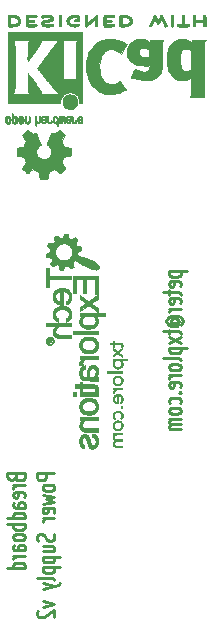
<source format=gbo>
G04 #@! TF.GenerationSoftware,KiCad,Pcbnew,5.0.0-fee4fd1~66~ubuntu18.04.1*
G04 #@! TF.CreationDate,2018-08-15T18:58:20-07:00*
G04 #@! TF.ProjectId,BreadboardPowerSupply_v2,4272656164626F617264506F77657253,2*
G04 #@! TF.SameCoordinates,Original*
G04 #@! TF.FileFunction,Legend,Bot*
G04 #@! TF.FilePolarity,Positive*
%FSLAX46Y46*%
G04 Gerber Fmt 4.6, Leading zero omitted, Abs format (unit mm)*
G04 Created by KiCad (PCBNEW 5.0.0-fee4fd1~66~ubuntu18.04.1) date Wed Aug 15 18:58:20 2018*
%MOMM*%
%LPD*%
G01*
G04 APERTURE LIST*
%ADD10C,0.250000*%
%ADD11C,0.010000*%
G04 APERTURE END LIST*
D10*
X51621571Y-129580523D02*
X53121571Y-129580523D01*
X51693000Y-129580523D02*
X51621571Y-129675761D01*
X51621571Y-129866238D01*
X51693000Y-129961476D01*
X51764428Y-130009095D01*
X51907285Y-130056714D01*
X52335857Y-130056714D01*
X52478714Y-130009095D01*
X52550142Y-129961476D01*
X52621571Y-129866238D01*
X52621571Y-129675761D01*
X52550142Y-129580523D01*
X52550142Y-130866238D02*
X52621571Y-130771000D01*
X52621571Y-130580523D01*
X52550142Y-130485285D01*
X52407285Y-130437666D01*
X51835857Y-130437666D01*
X51693000Y-130485285D01*
X51621571Y-130580523D01*
X51621571Y-130771000D01*
X51693000Y-130866238D01*
X51835857Y-130913857D01*
X51978714Y-130913857D01*
X52121571Y-130437666D01*
X51621571Y-131199571D02*
X51621571Y-131580523D01*
X51121571Y-131342428D02*
X52407285Y-131342428D01*
X52550142Y-131390047D01*
X52621571Y-131485285D01*
X52621571Y-131580523D01*
X52550142Y-132294809D02*
X52621571Y-132199571D01*
X52621571Y-132009095D01*
X52550142Y-131913857D01*
X52407285Y-131866238D01*
X51835857Y-131866238D01*
X51693000Y-131913857D01*
X51621571Y-132009095D01*
X51621571Y-132199571D01*
X51693000Y-132294809D01*
X51835857Y-132342428D01*
X51978714Y-132342428D01*
X52121571Y-131866238D01*
X52621571Y-132771000D02*
X51621571Y-132771000D01*
X51907285Y-132771000D02*
X51764428Y-132818619D01*
X51693000Y-132866238D01*
X51621571Y-132961476D01*
X51621571Y-133056714D01*
X51907285Y-134009095D02*
X51835857Y-133961476D01*
X51764428Y-133866238D01*
X51764428Y-133771000D01*
X51835857Y-133675761D01*
X51907285Y-133628142D01*
X52050142Y-133580523D01*
X52193000Y-133580523D01*
X52335857Y-133628142D01*
X52407285Y-133675761D01*
X52478714Y-133771000D01*
X52478714Y-133866238D01*
X52407285Y-133961476D01*
X52335857Y-134009095D01*
X51764428Y-134009095D02*
X52335857Y-134009095D01*
X52407285Y-134056714D01*
X52407285Y-134104333D01*
X52335857Y-134199571D01*
X52193000Y-134247190D01*
X51835857Y-134247190D01*
X51621571Y-134151952D01*
X51478714Y-134009095D01*
X51407285Y-133818619D01*
X51478714Y-133628142D01*
X51621571Y-133485285D01*
X51835857Y-133390047D01*
X52121571Y-133342428D01*
X52407285Y-133390047D01*
X52621571Y-133485285D01*
X52764428Y-133628142D01*
X52835857Y-133818619D01*
X52764428Y-134009095D01*
X52621571Y-134151952D01*
X51621571Y-134532904D02*
X51621571Y-134913857D01*
X51121571Y-134675761D02*
X52407285Y-134675761D01*
X52550142Y-134723380D01*
X52621571Y-134818619D01*
X52621571Y-134913857D01*
X52621571Y-135151952D02*
X51621571Y-135675761D01*
X51621571Y-135151952D02*
X52621571Y-135675761D01*
X51621571Y-136056714D02*
X53121571Y-136056714D01*
X51693000Y-136056714D02*
X51621571Y-136151952D01*
X51621571Y-136342428D01*
X51693000Y-136437666D01*
X51764428Y-136485285D01*
X51907285Y-136532904D01*
X52335857Y-136532904D01*
X52478714Y-136485285D01*
X52550142Y-136437666D01*
X52621571Y-136342428D01*
X52621571Y-136151952D01*
X52550142Y-136056714D01*
X52621571Y-137104333D02*
X52550142Y-137009095D01*
X52407285Y-136961476D01*
X51121571Y-136961476D01*
X52621571Y-137628142D02*
X52550142Y-137532904D01*
X52478714Y-137485285D01*
X52335857Y-137437666D01*
X51907285Y-137437666D01*
X51764428Y-137485285D01*
X51693000Y-137532904D01*
X51621571Y-137628142D01*
X51621571Y-137771000D01*
X51693000Y-137866238D01*
X51764428Y-137913857D01*
X51907285Y-137961476D01*
X52335857Y-137961476D01*
X52478714Y-137913857D01*
X52550142Y-137866238D01*
X52621571Y-137771000D01*
X52621571Y-137628142D01*
X52621571Y-138390047D02*
X51621571Y-138390047D01*
X51907285Y-138390047D02*
X51764428Y-138437666D01*
X51693000Y-138485285D01*
X51621571Y-138580523D01*
X51621571Y-138675761D01*
X52550142Y-139390047D02*
X52621571Y-139294809D01*
X52621571Y-139104333D01*
X52550142Y-139009095D01*
X52407285Y-138961476D01*
X51835857Y-138961476D01*
X51693000Y-139009095D01*
X51621571Y-139104333D01*
X51621571Y-139294809D01*
X51693000Y-139390047D01*
X51835857Y-139437666D01*
X51978714Y-139437666D01*
X52121571Y-138961476D01*
X52478714Y-139866238D02*
X52550142Y-139913857D01*
X52621571Y-139866238D01*
X52550142Y-139818619D01*
X52478714Y-139866238D01*
X52621571Y-139866238D01*
X52550142Y-140771000D02*
X52621571Y-140675761D01*
X52621571Y-140485285D01*
X52550142Y-140390047D01*
X52478714Y-140342428D01*
X52335857Y-140294809D01*
X51907285Y-140294809D01*
X51764428Y-140342428D01*
X51693000Y-140390047D01*
X51621571Y-140485285D01*
X51621571Y-140675761D01*
X51693000Y-140771000D01*
X52621571Y-141342428D02*
X52550142Y-141247190D01*
X52478714Y-141199571D01*
X52335857Y-141151952D01*
X51907285Y-141151952D01*
X51764428Y-141199571D01*
X51693000Y-141247190D01*
X51621571Y-141342428D01*
X51621571Y-141485285D01*
X51693000Y-141580523D01*
X51764428Y-141628142D01*
X51907285Y-141675761D01*
X52335857Y-141675761D01*
X52478714Y-141628142D01*
X52550142Y-141580523D01*
X52621571Y-141485285D01*
X52621571Y-141342428D01*
X52621571Y-142104333D02*
X51621571Y-142104333D01*
X51764428Y-142104333D02*
X51693000Y-142151952D01*
X51621571Y-142247190D01*
X51621571Y-142390047D01*
X51693000Y-142485285D01*
X51835857Y-142532904D01*
X52621571Y-142532904D01*
X51835857Y-142532904D02*
X51693000Y-142580523D01*
X51621571Y-142675761D01*
X51621571Y-142818619D01*
X51693000Y-142913857D01*
X51835857Y-142961476D01*
X52621571Y-142961476D01*
X38647857Y-147037928D02*
X38719285Y-147180785D01*
X38790714Y-147228404D01*
X38933571Y-147276023D01*
X39147857Y-147276023D01*
X39290714Y-147228404D01*
X39362142Y-147180785D01*
X39433571Y-147085547D01*
X39433571Y-146704595D01*
X37933571Y-146704595D01*
X37933571Y-147037928D01*
X38005000Y-147133166D01*
X38076428Y-147180785D01*
X38219285Y-147228404D01*
X38362142Y-147228404D01*
X38505000Y-147180785D01*
X38576428Y-147133166D01*
X38647857Y-147037928D01*
X38647857Y-146704595D01*
X39433571Y-147704595D02*
X38433571Y-147704595D01*
X38719285Y-147704595D02*
X38576428Y-147752214D01*
X38505000Y-147799833D01*
X38433571Y-147895071D01*
X38433571Y-147990309D01*
X39362142Y-148704595D02*
X39433571Y-148609357D01*
X39433571Y-148418880D01*
X39362142Y-148323642D01*
X39219285Y-148276023D01*
X38647857Y-148276023D01*
X38505000Y-148323642D01*
X38433571Y-148418880D01*
X38433571Y-148609357D01*
X38505000Y-148704595D01*
X38647857Y-148752214D01*
X38790714Y-148752214D01*
X38933571Y-148276023D01*
X39433571Y-149609357D02*
X38647857Y-149609357D01*
X38505000Y-149561738D01*
X38433571Y-149466500D01*
X38433571Y-149276023D01*
X38505000Y-149180785D01*
X39362142Y-149609357D02*
X39433571Y-149514119D01*
X39433571Y-149276023D01*
X39362142Y-149180785D01*
X39219285Y-149133166D01*
X39076428Y-149133166D01*
X38933571Y-149180785D01*
X38862142Y-149276023D01*
X38862142Y-149514119D01*
X38790714Y-149609357D01*
X39433571Y-150514119D02*
X37933571Y-150514119D01*
X39362142Y-150514119D02*
X39433571Y-150418880D01*
X39433571Y-150228404D01*
X39362142Y-150133166D01*
X39290714Y-150085547D01*
X39147857Y-150037928D01*
X38719285Y-150037928D01*
X38576428Y-150085547D01*
X38505000Y-150133166D01*
X38433571Y-150228404D01*
X38433571Y-150418880D01*
X38505000Y-150514119D01*
X39433571Y-150990309D02*
X37933571Y-150990309D01*
X38505000Y-150990309D02*
X38433571Y-151085547D01*
X38433571Y-151276023D01*
X38505000Y-151371261D01*
X38576428Y-151418880D01*
X38719285Y-151466500D01*
X39147857Y-151466500D01*
X39290714Y-151418880D01*
X39362142Y-151371261D01*
X39433571Y-151276023D01*
X39433571Y-151085547D01*
X39362142Y-150990309D01*
X39433571Y-152037928D02*
X39362142Y-151942690D01*
X39290714Y-151895071D01*
X39147857Y-151847452D01*
X38719285Y-151847452D01*
X38576428Y-151895071D01*
X38505000Y-151942690D01*
X38433571Y-152037928D01*
X38433571Y-152180785D01*
X38505000Y-152276023D01*
X38576428Y-152323642D01*
X38719285Y-152371261D01*
X39147857Y-152371261D01*
X39290714Y-152323642D01*
X39362142Y-152276023D01*
X39433571Y-152180785D01*
X39433571Y-152037928D01*
X39433571Y-153228404D02*
X38647857Y-153228404D01*
X38505000Y-153180785D01*
X38433571Y-153085547D01*
X38433571Y-152895071D01*
X38505000Y-152799833D01*
X39362142Y-153228404D02*
X39433571Y-153133166D01*
X39433571Y-152895071D01*
X39362142Y-152799833D01*
X39219285Y-152752214D01*
X39076428Y-152752214D01*
X38933571Y-152799833D01*
X38862142Y-152895071D01*
X38862142Y-153133166D01*
X38790714Y-153228404D01*
X39433571Y-153704595D02*
X38433571Y-153704595D01*
X38719285Y-153704595D02*
X38576428Y-153752214D01*
X38505000Y-153799833D01*
X38433571Y-153895071D01*
X38433571Y-153990309D01*
X39433571Y-154752214D02*
X37933571Y-154752214D01*
X39362142Y-154752214D02*
X39433571Y-154656976D01*
X39433571Y-154466500D01*
X39362142Y-154371261D01*
X39290714Y-154323642D01*
X39147857Y-154276023D01*
X38719285Y-154276023D01*
X38576428Y-154323642D01*
X38505000Y-154371261D01*
X38433571Y-154466500D01*
X38433571Y-154656976D01*
X38505000Y-154752214D01*
X41933571Y-146704595D02*
X40433571Y-146704595D01*
X40433571Y-147085547D01*
X40505000Y-147180785D01*
X40576428Y-147228404D01*
X40719285Y-147276023D01*
X40933571Y-147276023D01*
X41076428Y-147228404D01*
X41147857Y-147180785D01*
X41219285Y-147085547D01*
X41219285Y-146704595D01*
X41933571Y-147847452D02*
X41862142Y-147752214D01*
X41790714Y-147704595D01*
X41647857Y-147656976D01*
X41219285Y-147656976D01*
X41076428Y-147704595D01*
X41005000Y-147752214D01*
X40933571Y-147847452D01*
X40933571Y-147990309D01*
X41005000Y-148085547D01*
X41076428Y-148133166D01*
X41219285Y-148180785D01*
X41647857Y-148180785D01*
X41790714Y-148133166D01*
X41862142Y-148085547D01*
X41933571Y-147990309D01*
X41933571Y-147847452D01*
X40933571Y-148514119D02*
X41933571Y-148704595D01*
X41219285Y-148895071D01*
X41933571Y-149085547D01*
X40933571Y-149276023D01*
X41862142Y-150037928D02*
X41933571Y-149942690D01*
X41933571Y-149752214D01*
X41862142Y-149656976D01*
X41719285Y-149609357D01*
X41147857Y-149609357D01*
X41005000Y-149656976D01*
X40933571Y-149752214D01*
X40933571Y-149942690D01*
X41005000Y-150037928D01*
X41147857Y-150085547D01*
X41290714Y-150085547D01*
X41433571Y-149609357D01*
X41933571Y-150514119D02*
X40933571Y-150514119D01*
X41219285Y-150514119D02*
X41076428Y-150561738D01*
X41005000Y-150609357D01*
X40933571Y-150704595D01*
X40933571Y-150799833D01*
X41862142Y-151847452D02*
X41933571Y-151990309D01*
X41933571Y-152228404D01*
X41862142Y-152323642D01*
X41790714Y-152371261D01*
X41647857Y-152418880D01*
X41505000Y-152418880D01*
X41362142Y-152371261D01*
X41290714Y-152323642D01*
X41219285Y-152228404D01*
X41147857Y-152037928D01*
X41076428Y-151942690D01*
X41005000Y-151895071D01*
X40862142Y-151847452D01*
X40719285Y-151847452D01*
X40576428Y-151895071D01*
X40505000Y-151942690D01*
X40433571Y-152037928D01*
X40433571Y-152276023D01*
X40505000Y-152418880D01*
X40933571Y-153276023D02*
X41933571Y-153276023D01*
X40933571Y-152847452D02*
X41719285Y-152847452D01*
X41862142Y-152895071D01*
X41933571Y-152990309D01*
X41933571Y-153133166D01*
X41862142Y-153228404D01*
X41790714Y-153276023D01*
X40933571Y-153752214D02*
X42433571Y-153752214D01*
X41005000Y-153752214D02*
X40933571Y-153847452D01*
X40933571Y-154037928D01*
X41005000Y-154133166D01*
X41076428Y-154180785D01*
X41219285Y-154228404D01*
X41647857Y-154228404D01*
X41790714Y-154180785D01*
X41862142Y-154133166D01*
X41933571Y-154037928D01*
X41933571Y-153847452D01*
X41862142Y-153752214D01*
X40933571Y-154656976D02*
X42433571Y-154656976D01*
X41005000Y-154656976D02*
X40933571Y-154752214D01*
X40933571Y-154942690D01*
X41005000Y-155037928D01*
X41076428Y-155085547D01*
X41219285Y-155133166D01*
X41647857Y-155133166D01*
X41790714Y-155085547D01*
X41862142Y-155037928D01*
X41933571Y-154942690D01*
X41933571Y-154752214D01*
X41862142Y-154656976D01*
X41933571Y-155704595D02*
X41862142Y-155609357D01*
X41719285Y-155561738D01*
X40433571Y-155561738D01*
X40933571Y-155990309D02*
X41933571Y-156228404D01*
X40933571Y-156466500D02*
X41933571Y-156228404D01*
X42290714Y-156133166D01*
X42362142Y-156085547D01*
X42433571Y-155990309D01*
X40933571Y-157514119D02*
X41933571Y-157752214D01*
X40933571Y-157990309D01*
X40576428Y-158323642D02*
X40505000Y-158371261D01*
X40433571Y-158466500D01*
X40433571Y-158704595D01*
X40505000Y-158799833D01*
X40576428Y-158847452D01*
X40719285Y-158895071D01*
X40862142Y-158895071D01*
X41076428Y-158847452D01*
X41933571Y-158276023D01*
X41933571Y-158895071D01*
D11*
G04 #@! TO.C,G\002A\002A\002A*
G36*
X41333255Y-135453437D02*
X41334189Y-135494077D01*
X41335339Y-135524270D01*
X41336977Y-135546268D01*
X41339375Y-135562324D01*
X41342805Y-135574691D01*
X41347538Y-135585620D01*
X41349717Y-135589831D01*
X41367082Y-135613836D01*
X41389993Y-135629064D01*
X41420650Y-135636642D01*
X41443838Y-135637985D01*
X41480687Y-135634558D01*
X41508412Y-135622906D01*
X41528246Y-135602155D01*
X41541422Y-135571431D01*
X41542317Y-135568170D01*
X41549339Y-135541615D01*
X41631538Y-135592126D01*
X41713736Y-135642637D01*
X41711855Y-135599834D01*
X41709975Y-135557030D01*
X41632187Y-135512648D01*
X41554400Y-135468265D01*
X41554400Y-135420100D01*
X41713150Y-135420100D01*
X41713150Y-135343900D01*
X41490900Y-135343900D01*
X41490900Y-135419565D01*
X41490900Y-135467044D01*
X41490000Y-135493026D01*
X41487636Y-135516245D01*
X41484310Y-135531842D01*
X41484152Y-135532269D01*
X41475709Y-135548583D01*
X41463761Y-135556888D01*
X41444287Y-135559612D01*
X41438658Y-135559702D01*
X41420396Y-135557213D01*
X41407628Y-135548474D01*
X41399468Y-135531844D01*
X41395032Y-135505679D01*
X41393553Y-135475999D01*
X41392475Y-135423275D01*
X41441687Y-135421420D01*
X41490900Y-135419565D01*
X41490900Y-135343900D01*
X41331100Y-135343900D01*
X41333255Y-135453437D01*
X41333255Y-135453437D01*
G37*
X41333255Y-135453437D02*
X41334189Y-135494077D01*
X41335339Y-135524270D01*
X41336977Y-135546268D01*
X41339375Y-135562324D01*
X41342805Y-135574691D01*
X41347538Y-135585620D01*
X41349717Y-135589831D01*
X41367082Y-135613836D01*
X41389993Y-135629064D01*
X41420650Y-135636642D01*
X41443838Y-135637985D01*
X41480687Y-135634558D01*
X41508412Y-135622906D01*
X41528246Y-135602155D01*
X41541422Y-135571431D01*
X41542317Y-135568170D01*
X41549339Y-135541615D01*
X41631538Y-135592126D01*
X41713736Y-135642637D01*
X41711855Y-135599834D01*
X41709975Y-135557030D01*
X41632187Y-135512648D01*
X41554400Y-135468265D01*
X41554400Y-135420100D01*
X41713150Y-135420100D01*
X41713150Y-135343900D01*
X41490900Y-135343900D01*
X41490900Y-135419565D01*
X41490900Y-135467044D01*
X41490000Y-135493026D01*
X41487636Y-135516245D01*
X41484310Y-135531842D01*
X41484152Y-135532269D01*
X41475709Y-135548583D01*
X41463761Y-135556888D01*
X41444287Y-135559612D01*
X41438658Y-135559702D01*
X41420396Y-135557213D01*
X41407628Y-135548474D01*
X41399468Y-135531844D01*
X41395032Y-135505679D01*
X41393553Y-135475999D01*
X41392475Y-135423275D01*
X41441687Y-135421420D01*
X41490900Y-135419565D01*
X41490900Y-135343900D01*
X41331100Y-135343900D01*
X41333255Y-135453437D01*
G36*
X41189114Y-135548990D02*
X41205658Y-135612024D01*
X41232079Y-135668737D01*
X41267433Y-135718338D01*
X41310777Y-135760038D01*
X41361168Y-135793046D01*
X41417662Y-135816572D01*
X41479315Y-135829827D01*
X41545186Y-135832021D01*
X41596096Y-135826057D01*
X41652875Y-135809567D01*
X41705901Y-135782036D01*
X41753690Y-135744919D01*
X41794754Y-135699670D01*
X41827606Y-135647745D01*
X41850762Y-135590599D01*
X41855787Y-135571845D01*
X41861992Y-135533364D01*
X41864587Y-135489315D01*
X41863581Y-135444778D01*
X41858985Y-135404834D01*
X41855392Y-135388350D01*
X41832645Y-135325799D01*
X41800316Y-135270398D01*
X41759545Y-135222962D01*
X41711472Y-135184303D01*
X41657235Y-135155235D01*
X41597973Y-135136572D01*
X41534826Y-135129127D01*
X41528759Y-135129331D01*
X41528759Y-135224845D01*
X41568029Y-135228446D01*
X41625638Y-135244052D01*
X41675878Y-135269177D01*
X41717994Y-135302680D01*
X41751228Y-135343421D01*
X41774823Y-135390261D01*
X41788023Y-135442061D01*
X41790071Y-135497680D01*
X41781700Y-135550275D01*
X41763373Y-135598600D01*
X41735173Y-135640834D01*
X41698729Y-135676274D01*
X41655668Y-135704214D01*
X41607620Y-135723950D01*
X41556212Y-135734779D01*
X41503072Y-135735995D01*
X41449830Y-135726895D01*
X41408344Y-135711755D01*
X41366385Y-135686899D01*
X41328163Y-135653847D01*
X41296635Y-135615629D01*
X41274758Y-135575276D01*
X41274457Y-135574513D01*
X41263468Y-135533346D01*
X41259226Y-135486515D01*
X41261733Y-135439069D01*
X41270991Y-135396059D01*
X41274379Y-135386542D01*
X41298882Y-135340771D01*
X41333092Y-135301155D01*
X41375097Y-135268726D01*
X41422984Y-135244511D01*
X41474843Y-135229541D01*
X41528759Y-135224845D01*
X41528759Y-135129331D01*
X41494370Y-135130488D01*
X41428612Y-135142339D01*
X41368996Y-135164831D01*
X41316291Y-135197097D01*
X41271269Y-135238269D01*
X41234701Y-135287479D01*
X41207357Y-135343862D01*
X41190010Y-135406548D01*
X41183428Y-135474670D01*
X41183390Y-135480425D01*
X41189114Y-135548990D01*
X41189114Y-135548990D01*
G37*
X41189114Y-135548990D02*
X41205658Y-135612024D01*
X41232079Y-135668737D01*
X41267433Y-135718338D01*
X41310777Y-135760038D01*
X41361168Y-135793046D01*
X41417662Y-135816572D01*
X41479315Y-135829827D01*
X41545186Y-135832021D01*
X41596096Y-135826057D01*
X41652875Y-135809567D01*
X41705901Y-135782036D01*
X41753690Y-135744919D01*
X41794754Y-135699670D01*
X41827606Y-135647745D01*
X41850762Y-135590599D01*
X41855787Y-135571845D01*
X41861992Y-135533364D01*
X41864587Y-135489315D01*
X41863581Y-135444778D01*
X41858985Y-135404834D01*
X41855392Y-135388350D01*
X41832645Y-135325799D01*
X41800316Y-135270398D01*
X41759545Y-135222962D01*
X41711472Y-135184303D01*
X41657235Y-135155235D01*
X41597973Y-135136572D01*
X41534826Y-135129127D01*
X41528759Y-135129331D01*
X41528759Y-135224845D01*
X41568029Y-135228446D01*
X41625638Y-135244052D01*
X41675878Y-135269177D01*
X41717994Y-135302680D01*
X41751228Y-135343421D01*
X41774823Y-135390261D01*
X41788023Y-135442061D01*
X41790071Y-135497680D01*
X41781700Y-135550275D01*
X41763373Y-135598600D01*
X41735173Y-135640834D01*
X41698729Y-135676274D01*
X41655668Y-135704214D01*
X41607620Y-135723950D01*
X41556212Y-135734779D01*
X41503072Y-135735995D01*
X41449830Y-135726895D01*
X41408344Y-135711755D01*
X41366385Y-135686899D01*
X41328163Y-135653847D01*
X41296635Y-135615629D01*
X41274758Y-135575276D01*
X41274457Y-135574513D01*
X41263468Y-135533346D01*
X41259226Y-135486515D01*
X41261733Y-135439069D01*
X41270991Y-135396059D01*
X41274379Y-135386542D01*
X41298882Y-135340771D01*
X41333092Y-135301155D01*
X41375097Y-135268726D01*
X41422984Y-135244511D01*
X41474843Y-135229541D01*
X41528759Y-135224845D01*
X41528759Y-135129331D01*
X41494370Y-135130488D01*
X41428612Y-135142339D01*
X41368996Y-135164831D01*
X41316291Y-135197097D01*
X41271269Y-135238269D01*
X41234701Y-135287479D01*
X41207357Y-135343862D01*
X41190010Y-135406548D01*
X41183428Y-135474670D01*
X41183390Y-135480425D01*
X41189114Y-135548990D01*
G36*
X42011750Y-134251700D02*
X41964182Y-134299732D01*
X41904335Y-134368338D01*
X41856455Y-134441049D01*
X41820631Y-134517533D01*
X41796956Y-134597459D01*
X41785521Y-134680494D01*
X41786416Y-134766306D01*
X41799733Y-134854565D01*
X41805226Y-134877810D01*
X41824697Y-134939912D01*
X41850035Y-134993245D01*
X41883053Y-135041076D01*
X41916009Y-135077367D01*
X41964292Y-135118677D01*
X42018834Y-135152133D01*
X42080930Y-135178286D01*
X42151878Y-135197690D01*
X42227333Y-135210214D01*
X42244507Y-135211510D01*
X42273866Y-135212681D01*
X42314894Y-135213721D01*
X42367076Y-135214625D01*
X42429898Y-135215387D01*
X42502843Y-135216001D01*
X42585397Y-135216460D01*
X42677045Y-135216759D01*
X42777272Y-135216893D01*
X42806770Y-135216900D01*
X43332400Y-135216900D01*
X43332400Y-134950855D01*
X42791062Y-134948513D01*
X42691459Y-134948080D01*
X42603698Y-134947659D01*
X42526921Y-134947195D01*
X42460270Y-134946631D01*
X42402888Y-134945912D01*
X42353916Y-134944980D01*
X42312496Y-134943781D01*
X42277772Y-134942259D01*
X42248884Y-134940356D01*
X42224976Y-134938018D01*
X42205188Y-134935188D01*
X42188664Y-134931810D01*
X42174546Y-134927828D01*
X42161975Y-134923186D01*
X42150093Y-134917828D01*
X42138044Y-134911699D01*
X42125550Y-134905051D01*
X42084894Y-134877668D01*
X42053380Y-134843246D01*
X42030289Y-134800671D01*
X42014901Y-134748830D01*
X42011192Y-134728231D01*
X42007035Y-134660282D01*
X42015491Y-134592151D01*
X42036478Y-134524026D01*
X42069914Y-134456095D01*
X42115717Y-134388548D01*
X42173806Y-134321573D01*
X42197608Y-134297737D01*
X42245196Y-134251700D01*
X43332400Y-134251700D01*
X43332400Y-133985000D01*
X41243250Y-133985000D01*
X41243250Y-134251700D01*
X42011750Y-134251700D01*
X42011750Y-134251700D01*
G37*
X42011750Y-134251700D02*
X41964182Y-134299732D01*
X41904335Y-134368338D01*
X41856455Y-134441049D01*
X41820631Y-134517533D01*
X41796956Y-134597459D01*
X41785521Y-134680494D01*
X41786416Y-134766306D01*
X41799733Y-134854565D01*
X41805226Y-134877810D01*
X41824697Y-134939912D01*
X41850035Y-134993245D01*
X41883053Y-135041076D01*
X41916009Y-135077367D01*
X41964292Y-135118677D01*
X42018834Y-135152133D01*
X42080930Y-135178286D01*
X42151878Y-135197690D01*
X42227333Y-135210214D01*
X42244507Y-135211510D01*
X42273866Y-135212681D01*
X42314894Y-135213721D01*
X42367076Y-135214625D01*
X42429898Y-135215387D01*
X42502843Y-135216001D01*
X42585397Y-135216460D01*
X42677045Y-135216759D01*
X42777272Y-135216893D01*
X42806770Y-135216900D01*
X43332400Y-135216900D01*
X43332400Y-134950855D01*
X42791062Y-134948513D01*
X42691459Y-134948080D01*
X42603698Y-134947659D01*
X42526921Y-134947195D01*
X42460270Y-134946631D01*
X42402888Y-134945912D01*
X42353916Y-134944980D01*
X42312496Y-134943781D01*
X42277772Y-134942259D01*
X42248884Y-134940356D01*
X42224976Y-134938018D01*
X42205188Y-134935188D01*
X42188664Y-134931810D01*
X42174546Y-134927828D01*
X42161975Y-134923186D01*
X42150093Y-134917828D01*
X42138044Y-134911699D01*
X42125550Y-134905051D01*
X42084894Y-134877668D01*
X42053380Y-134843246D01*
X42030289Y-134800671D01*
X42014901Y-134748830D01*
X42011192Y-134728231D01*
X42007035Y-134660282D01*
X42015491Y-134592151D01*
X42036478Y-134524026D01*
X42069914Y-134456095D01*
X42115717Y-134388548D01*
X42173806Y-134321573D01*
X42197608Y-134297737D01*
X42245196Y-134251700D01*
X43332400Y-134251700D01*
X43332400Y-133985000D01*
X41243250Y-133985000D01*
X41243250Y-134251700D01*
X42011750Y-134251700D01*
G36*
X41490900Y-130937000D02*
X41490900Y-130244850D01*
X43332400Y-130244850D01*
X43332400Y-129965450D01*
X41490900Y-129965450D01*
X41490900Y-129279650D01*
X41243250Y-129279650D01*
X41243250Y-130937000D01*
X41490900Y-130937000D01*
X41490900Y-130937000D01*
G37*
X41490900Y-130937000D02*
X41490900Y-130244850D01*
X43332400Y-130244850D01*
X43332400Y-129965450D01*
X41490900Y-129965450D01*
X41490900Y-129279650D01*
X41243250Y-129279650D01*
X41243250Y-130937000D01*
X41490900Y-130937000D01*
G36*
X41789965Y-133331574D02*
X41803966Y-133416377D01*
X41826824Y-133495439D01*
X41837116Y-133521786D01*
X41873663Y-133593147D01*
X41920026Y-133657980D01*
X41974931Y-133714910D01*
X42037108Y-133762558D01*
X42084625Y-133789825D01*
X42112638Y-133802082D01*
X42148083Y-133815104D01*
X42185994Y-133827279D01*
X42221409Y-133836991D01*
X42244962Y-133841963D01*
X42271950Y-133846416D01*
X42271950Y-133710414D01*
X42271949Y-133574412D01*
X42221906Y-133563658D01*
X42165891Y-133545433D01*
X42116505Y-133516562D01*
X42074534Y-133477678D01*
X42040764Y-133429410D01*
X42030983Y-133410325D01*
X42015105Y-133372258D01*
X42004579Y-133335472D01*
X41998636Y-133295918D01*
X41996504Y-133249548D01*
X41996532Y-133229350D01*
X42001150Y-133162979D01*
X42013909Y-133104349D01*
X42035524Y-133050895D01*
X42056272Y-133015240D01*
X42097249Y-132964120D01*
X42148724Y-132919067D01*
X42209782Y-132880577D01*
X42279508Y-132849146D01*
X42356987Y-132825272D01*
X42433875Y-132810471D01*
X42468419Y-132807061D01*
X42512013Y-132805006D01*
X42561086Y-132804272D01*
X42612062Y-132804825D01*
X42661370Y-132806631D01*
X42705436Y-132809656D01*
X42737427Y-132813358D01*
X42821333Y-132830818D01*
X42897233Y-132856477D01*
X42964613Y-132889930D01*
X43022960Y-132930768D01*
X43071760Y-132978587D01*
X43110499Y-133032978D01*
X43138663Y-133093535D01*
X43152345Y-133141839D01*
X43157105Y-133175285D01*
X43159247Y-133215519D01*
X43158889Y-133258463D01*
X43156150Y-133300040D01*
X43151148Y-133336173D01*
X43146071Y-133356981D01*
X43121619Y-133415599D01*
X43088740Y-133466218D01*
X43048376Y-133507938D01*
X43001469Y-133539855D01*
X42948959Y-133561069D01*
X42927587Y-133566165D01*
X42887900Y-133573902D01*
X42887900Y-133846416D01*
X42914887Y-133841963D01*
X42952966Y-133833477D01*
X42996327Y-133820365D01*
X43039446Y-133804521D01*
X43076803Y-133787835D01*
X43084304Y-133783913D01*
X43150661Y-133741976D01*
X43207617Y-133693038D01*
X43255774Y-133636291D01*
X43295731Y-133570924D01*
X43328089Y-133496129D01*
X43349634Y-133426200D01*
X43355951Y-133399970D01*
X43360524Y-133375045D01*
X43363692Y-133348229D01*
X43365797Y-133316327D01*
X43367180Y-133276144D01*
X43367590Y-133257925D01*
X43367981Y-133218831D01*
X43367636Y-133181088D01*
X43366637Y-133147844D01*
X43365063Y-133122252D01*
X43363875Y-133111875D01*
X43344354Y-133023300D01*
X43314287Y-132939116D01*
X43274421Y-132860622D01*
X43225499Y-132789116D01*
X43168267Y-132725896D01*
X43117561Y-132682585D01*
X43075745Y-132654397D01*
X43025700Y-132626198D01*
X42971707Y-132600142D01*
X42918052Y-132578383D01*
X42894250Y-132570279D01*
X42802485Y-132546787D01*
X42704952Y-132531963D01*
X42604182Y-132525740D01*
X42502705Y-132528050D01*
X42403053Y-132538825D01*
X42307755Y-132557999D01*
X42219342Y-132585503D01*
X42211625Y-132588457D01*
X42125271Y-132628167D01*
X42048274Y-132676371D01*
X41980750Y-132732949D01*
X41922813Y-132797783D01*
X41874579Y-132870755D01*
X41836165Y-132951745D01*
X41823796Y-132985698D01*
X41801737Y-133068092D01*
X41788788Y-133154894D01*
X41784885Y-133243567D01*
X41789965Y-133331574D01*
X41789965Y-133331574D01*
G37*
X41789965Y-133331574D02*
X41803966Y-133416377D01*
X41826824Y-133495439D01*
X41837116Y-133521786D01*
X41873663Y-133593147D01*
X41920026Y-133657980D01*
X41974931Y-133714910D01*
X42037108Y-133762558D01*
X42084625Y-133789825D01*
X42112638Y-133802082D01*
X42148083Y-133815104D01*
X42185994Y-133827279D01*
X42221409Y-133836991D01*
X42244962Y-133841963D01*
X42271950Y-133846416D01*
X42271950Y-133710414D01*
X42271949Y-133574412D01*
X42221906Y-133563658D01*
X42165891Y-133545433D01*
X42116505Y-133516562D01*
X42074534Y-133477678D01*
X42040764Y-133429410D01*
X42030983Y-133410325D01*
X42015105Y-133372258D01*
X42004579Y-133335472D01*
X41998636Y-133295918D01*
X41996504Y-133249548D01*
X41996532Y-133229350D01*
X42001150Y-133162979D01*
X42013909Y-133104349D01*
X42035524Y-133050895D01*
X42056272Y-133015240D01*
X42097249Y-132964120D01*
X42148724Y-132919067D01*
X42209782Y-132880577D01*
X42279508Y-132849146D01*
X42356987Y-132825272D01*
X42433875Y-132810471D01*
X42468419Y-132807061D01*
X42512013Y-132805006D01*
X42561086Y-132804272D01*
X42612062Y-132804825D01*
X42661370Y-132806631D01*
X42705436Y-132809656D01*
X42737427Y-132813358D01*
X42821333Y-132830818D01*
X42897233Y-132856477D01*
X42964613Y-132889930D01*
X43022960Y-132930768D01*
X43071760Y-132978587D01*
X43110499Y-133032978D01*
X43138663Y-133093535D01*
X43152345Y-133141839D01*
X43157105Y-133175285D01*
X43159247Y-133215519D01*
X43158889Y-133258463D01*
X43156150Y-133300040D01*
X43151148Y-133336173D01*
X43146071Y-133356981D01*
X43121619Y-133415599D01*
X43088740Y-133466218D01*
X43048376Y-133507938D01*
X43001469Y-133539855D01*
X42948959Y-133561069D01*
X42927587Y-133566165D01*
X42887900Y-133573902D01*
X42887900Y-133846416D01*
X42914887Y-133841963D01*
X42952966Y-133833477D01*
X42996327Y-133820365D01*
X43039446Y-133804521D01*
X43076803Y-133787835D01*
X43084304Y-133783913D01*
X43150661Y-133741976D01*
X43207617Y-133693038D01*
X43255774Y-133636291D01*
X43295731Y-133570924D01*
X43328089Y-133496129D01*
X43349634Y-133426200D01*
X43355951Y-133399970D01*
X43360524Y-133375045D01*
X43363692Y-133348229D01*
X43365797Y-133316327D01*
X43367180Y-133276144D01*
X43367590Y-133257925D01*
X43367981Y-133218831D01*
X43367636Y-133181088D01*
X43366637Y-133147844D01*
X43365063Y-133122252D01*
X43363875Y-133111875D01*
X43344354Y-133023300D01*
X43314287Y-132939116D01*
X43274421Y-132860622D01*
X43225499Y-132789116D01*
X43168267Y-132725896D01*
X43117561Y-132682585D01*
X43075745Y-132654397D01*
X43025700Y-132626198D01*
X42971707Y-132600142D01*
X42918052Y-132578383D01*
X42894250Y-132570279D01*
X42802485Y-132546787D01*
X42704952Y-132531963D01*
X42604182Y-132525740D01*
X42502705Y-132528050D01*
X42403053Y-132538825D01*
X42307755Y-132557999D01*
X42219342Y-132585503D01*
X42211625Y-132588457D01*
X42125271Y-132628167D01*
X42048274Y-132676371D01*
X41980750Y-132732949D01*
X41922813Y-132797783D01*
X41874579Y-132870755D01*
X41836165Y-132951745D01*
X41823796Y-132985698D01*
X41801737Y-133068092D01*
X41788788Y-133154894D01*
X41784885Y-133243567D01*
X41789965Y-133331574D01*
G36*
X41790531Y-131803698D02*
X41800556Y-131877970D01*
X41817540Y-131947108D01*
X41837051Y-132002139D01*
X41875814Y-132081950D01*
X41924396Y-132154013D01*
X41982368Y-132218081D01*
X42049303Y-132273911D01*
X42124773Y-132321257D01*
X42208350Y-132359875D01*
X42299608Y-132389519D01*
X42398117Y-132409946D01*
X42503451Y-132420909D01*
X42571987Y-132422847D01*
X42640250Y-132422900D01*
X42640250Y-131278653D01*
X42679790Y-131283242D01*
X42770495Y-131298091D01*
X42851374Y-131320551D01*
X42922925Y-131350840D01*
X42985650Y-131389175D01*
X43040048Y-131435776D01*
X43047841Y-131443832D01*
X43079473Y-131479854D01*
X43103383Y-131513816D01*
X43122515Y-131550554D01*
X43139812Y-131594901D01*
X43139819Y-131594922D01*
X43146845Y-131616149D01*
X43151710Y-131634722D01*
X43154815Y-131653849D01*
X43156557Y-131676737D01*
X43157337Y-131706590D01*
X43157535Y-131737100D01*
X43157358Y-131775983D01*
X43156366Y-131805414D01*
X43154220Y-131828629D01*
X43150580Y-131848868D01*
X43145105Y-131869366D01*
X43142890Y-131876576D01*
X43117650Y-131941782D01*
X43086069Y-131997591D01*
X43048685Y-132043424D01*
X43006035Y-132078698D01*
X42958656Y-132102835D01*
X42924412Y-132112511D01*
X42887900Y-132119752D01*
X42887900Y-132395860D01*
X42918062Y-132390267D01*
X42993911Y-132369920D01*
X43064866Y-132338319D01*
X43130181Y-132296214D01*
X43189116Y-132244354D01*
X43240927Y-132183488D01*
X43284871Y-132114364D01*
X43320206Y-132037732D01*
X43344770Y-131960063D01*
X43359181Y-131886747D01*
X43367766Y-131806721D01*
X43370317Y-131724664D01*
X43366628Y-131645255D01*
X43360805Y-131597400D01*
X43339988Y-131503335D01*
X43307862Y-131414935D01*
X43264270Y-131331779D01*
X43253266Y-131314363D01*
X43200315Y-131244607D01*
X43138010Y-131183124D01*
X43066834Y-131130155D01*
X42987272Y-131085942D01*
X42899808Y-131050725D01*
X42804924Y-131024745D01*
X42703105Y-131008245D01*
X42627550Y-131002445D01*
X42518615Y-131002648D01*
X42430700Y-131011233D01*
X42430700Y-131284613D01*
X42430700Y-132137150D01*
X42415840Y-132137150D01*
X42398758Y-132135164D01*
X42373157Y-132129818D01*
X42342477Y-132122030D01*
X42310158Y-132112717D01*
X42279639Y-132102797D01*
X42260528Y-132095720D01*
X42197799Y-132064753D01*
X42140526Y-132024592D01*
X42102228Y-131988762D01*
X42071206Y-131952844D01*
X42047659Y-131918227D01*
X42028650Y-131880003D01*
X42013925Y-131841177D01*
X42005946Y-131816085D01*
X42000821Y-131793826D01*
X41997942Y-131770099D01*
X41996699Y-131740601D01*
X41996484Y-131718050D01*
X41998275Y-131663766D01*
X42004622Y-131617241D01*
X42016474Y-131574059D01*
X42034782Y-131529800D01*
X42038699Y-131521658D01*
X42061629Y-131484268D01*
X42093435Y-131445539D01*
X42131079Y-131408532D01*
X42171525Y-131376309D01*
X42202100Y-131356994D01*
X42239351Y-131338697D01*
X42282503Y-131321156D01*
X42327164Y-131305894D01*
X42368944Y-131294439D01*
X42397914Y-131288963D01*
X42430700Y-131284613D01*
X42430700Y-131011233D01*
X42415021Y-131012765D01*
X42317323Y-131032467D01*
X42226077Y-131061425D01*
X42141838Y-131099312D01*
X42065162Y-131145800D01*
X41996603Y-131200560D01*
X41936719Y-131263264D01*
X41886063Y-131333584D01*
X41845191Y-131411191D01*
X41819402Y-131479925D01*
X41805462Y-131529233D01*
X41795814Y-131575898D01*
X41789911Y-131624004D01*
X41787202Y-131677632D01*
X41786917Y-131721225D01*
X41790531Y-131803698D01*
X41790531Y-131803698D01*
G37*
X41790531Y-131803698D02*
X41800556Y-131877970D01*
X41817540Y-131947108D01*
X41837051Y-132002139D01*
X41875814Y-132081950D01*
X41924396Y-132154013D01*
X41982368Y-132218081D01*
X42049303Y-132273911D01*
X42124773Y-132321257D01*
X42208350Y-132359875D01*
X42299608Y-132389519D01*
X42398117Y-132409946D01*
X42503451Y-132420909D01*
X42571987Y-132422847D01*
X42640250Y-132422900D01*
X42640250Y-131278653D01*
X42679790Y-131283242D01*
X42770495Y-131298091D01*
X42851374Y-131320551D01*
X42922925Y-131350840D01*
X42985650Y-131389175D01*
X43040048Y-131435776D01*
X43047841Y-131443832D01*
X43079473Y-131479854D01*
X43103383Y-131513816D01*
X43122515Y-131550554D01*
X43139812Y-131594901D01*
X43139819Y-131594922D01*
X43146845Y-131616149D01*
X43151710Y-131634722D01*
X43154815Y-131653849D01*
X43156557Y-131676737D01*
X43157337Y-131706590D01*
X43157535Y-131737100D01*
X43157358Y-131775983D01*
X43156366Y-131805414D01*
X43154220Y-131828629D01*
X43150580Y-131848868D01*
X43145105Y-131869366D01*
X43142890Y-131876576D01*
X43117650Y-131941782D01*
X43086069Y-131997591D01*
X43048685Y-132043424D01*
X43006035Y-132078698D01*
X42958656Y-132102835D01*
X42924412Y-132112511D01*
X42887900Y-132119752D01*
X42887900Y-132395860D01*
X42918062Y-132390267D01*
X42993911Y-132369920D01*
X43064866Y-132338319D01*
X43130181Y-132296214D01*
X43189116Y-132244354D01*
X43240927Y-132183488D01*
X43284871Y-132114364D01*
X43320206Y-132037732D01*
X43344770Y-131960063D01*
X43359181Y-131886747D01*
X43367766Y-131806721D01*
X43370317Y-131724664D01*
X43366628Y-131645255D01*
X43360805Y-131597400D01*
X43339988Y-131503335D01*
X43307862Y-131414935D01*
X43264270Y-131331779D01*
X43253266Y-131314363D01*
X43200315Y-131244607D01*
X43138010Y-131183124D01*
X43066834Y-131130155D01*
X42987272Y-131085942D01*
X42899808Y-131050725D01*
X42804924Y-131024745D01*
X42703105Y-131008245D01*
X42627550Y-131002445D01*
X42518615Y-131002648D01*
X42430700Y-131011233D01*
X42430700Y-131284613D01*
X42430700Y-132137150D01*
X42415840Y-132137150D01*
X42398758Y-132135164D01*
X42373157Y-132129818D01*
X42342477Y-132122030D01*
X42310158Y-132112717D01*
X42279639Y-132102797D01*
X42260528Y-132095720D01*
X42197799Y-132064753D01*
X42140526Y-132024592D01*
X42102228Y-131988762D01*
X42071206Y-131952844D01*
X42047659Y-131918227D01*
X42028650Y-131880003D01*
X42013925Y-131841177D01*
X42005946Y-131816085D01*
X42000821Y-131793826D01*
X41997942Y-131770099D01*
X41996699Y-131740601D01*
X41996484Y-131718050D01*
X41998275Y-131663766D01*
X42004622Y-131617241D01*
X42016474Y-131574059D01*
X42034782Y-131529800D01*
X42038699Y-131521658D01*
X42061629Y-131484268D01*
X42093435Y-131445539D01*
X42131079Y-131408532D01*
X42171525Y-131376309D01*
X42202100Y-131356994D01*
X42239351Y-131338697D01*
X42282503Y-131321156D01*
X42327164Y-131305894D01*
X42368944Y-131294439D01*
X42397914Y-131288963D01*
X42430700Y-131284613D01*
X42430700Y-131011233D01*
X42415021Y-131012765D01*
X42317323Y-131032467D01*
X42226077Y-131061425D01*
X42141838Y-131099312D01*
X42065162Y-131145800D01*
X41996603Y-131200560D01*
X41936719Y-131263264D01*
X41886063Y-131333584D01*
X41845191Y-131411191D01*
X41819402Y-131479925D01*
X41805462Y-131529233D01*
X41795814Y-131575898D01*
X41789911Y-131624004D01*
X41787202Y-131677632D01*
X41786917Y-131721225D01*
X41790531Y-131803698D01*
G36*
X43789600Y-140112750D02*
X43789600Y-139846050D01*
X43497500Y-139846050D01*
X43497500Y-140112750D01*
X43789600Y-140112750D01*
X43789600Y-140112750D01*
G37*
X43789600Y-140112750D02*
X43789600Y-139846050D01*
X43497500Y-139846050D01*
X43497500Y-140112750D01*
X43789600Y-140112750D01*
G36*
X44048500Y-142750332D02*
X44062721Y-142829950D01*
X44086377Y-142901107D01*
X44119454Y-142963780D01*
X44161937Y-143017947D01*
X44213812Y-143063586D01*
X44275066Y-143100674D01*
X44336372Y-143126103D01*
X44354432Y-143132243D01*
X44370988Y-143137655D01*
X44386929Y-143142389D01*
X44403145Y-143146495D01*
X44420529Y-143150023D01*
X44439970Y-143153022D01*
X44462358Y-143155542D01*
X44488585Y-143157632D01*
X44519541Y-143159343D01*
X44556117Y-143160723D01*
X44599203Y-143161823D01*
X44649690Y-143162692D01*
X44708468Y-143163380D01*
X44776428Y-143163936D01*
X44854461Y-143164411D01*
X44943457Y-143164854D01*
X45038962Y-143165290D01*
X45593000Y-143167800D01*
X45593000Y-142894639D01*
X45045312Y-142892524D01*
X44947226Y-142892150D01*
X44860969Y-142891802D01*
X44785671Y-142891430D01*
X44720459Y-142890984D01*
X44664464Y-142890414D01*
X44616814Y-142889672D01*
X44576639Y-142888708D01*
X44543068Y-142887471D01*
X44515230Y-142885913D01*
X44492254Y-142883984D01*
X44473269Y-142881635D01*
X44457404Y-142878815D01*
X44443789Y-142875475D01*
X44431553Y-142871566D01*
X44419824Y-142867039D01*
X44407733Y-142861843D01*
X44394407Y-142855929D01*
X44393247Y-142855416D01*
X44363238Y-142837600D01*
X44333430Y-142812195D01*
X44308330Y-142783428D01*
X44296603Y-142764789D01*
X44285047Y-142735653D01*
X44275440Y-142698683D01*
X44268785Y-142658710D01*
X44266085Y-142620564D01*
X44266070Y-142617825D01*
X44271564Y-142553718D01*
X44288241Y-142490393D01*
X44316398Y-142427263D01*
X44356328Y-142363743D01*
X44408328Y-142299247D01*
X44447805Y-142257462D01*
X44509500Y-142195550D01*
X45593000Y-142195550D01*
X45593000Y-141928850D01*
X44081700Y-141928850D01*
X44081700Y-142195550D01*
X44267232Y-142195550D01*
X44216437Y-142249211D01*
X44160859Y-142313400D01*
X44116987Y-142376832D01*
X44084079Y-142441280D01*
X44061395Y-142508515D01*
X44048194Y-142580308D01*
X44043734Y-142658432D01*
X44043727Y-142662275D01*
X44048500Y-142750332D01*
X44048500Y-142750332D01*
G37*
X44048500Y-142750332D02*
X44062721Y-142829950D01*
X44086377Y-142901107D01*
X44119454Y-142963780D01*
X44161937Y-143017947D01*
X44213812Y-143063586D01*
X44275066Y-143100674D01*
X44336372Y-143126103D01*
X44354432Y-143132243D01*
X44370988Y-143137655D01*
X44386929Y-143142389D01*
X44403145Y-143146495D01*
X44420529Y-143150023D01*
X44439970Y-143153022D01*
X44462358Y-143155542D01*
X44488585Y-143157632D01*
X44519541Y-143159343D01*
X44556117Y-143160723D01*
X44599203Y-143161823D01*
X44649690Y-143162692D01*
X44708468Y-143163380D01*
X44776428Y-143163936D01*
X44854461Y-143164411D01*
X44943457Y-143164854D01*
X45038962Y-143165290D01*
X45593000Y-143167800D01*
X45593000Y-142894639D01*
X45045312Y-142892524D01*
X44947226Y-142892150D01*
X44860969Y-142891802D01*
X44785671Y-142891430D01*
X44720459Y-142890984D01*
X44664464Y-142890414D01*
X44616814Y-142889672D01*
X44576639Y-142888708D01*
X44543068Y-142887471D01*
X44515230Y-142885913D01*
X44492254Y-142883984D01*
X44473269Y-142881635D01*
X44457404Y-142878815D01*
X44443789Y-142875475D01*
X44431553Y-142871566D01*
X44419824Y-142867039D01*
X44407733Y-142861843D01*
X44394407Y-142855929D01*
X44393247Y-142855416D01*
X44363238Y-142837600D01*
X44333430Y-142812195D01*
X44308330Y-142783428D01*
X44296603Y-142764789D01*
X44285047Y-142735653D01*
X44275440Y-142698683D01*
X44268785Y-142658710D01*
X44266085Y-142620564D01*
X44266070Y-142617825D01*
X44271564Y-142553718D01*
X44288241Y-142490393D01*
X44316398Y-142427263D01*
X44356328Y-142363743D01*
X44408328Y-142299247D01*
X44447805Y-142257462D01*
X44509500Y-142195550D01*
X45593000Y-142195550D01*
X45593000Y-141928850D01*
X44081700Y-141928850D01*
X44081700Y-142195550D01*
X44267232Y-142195550D01*
X44216437Y-142249211D01*
X44160859Y-142313400D01*
X44116987Y-142376832D01*
X44084079Y-142441280D01*
X44061395Y-142508515D01*
X44048194Y-142580308D01*
X44043734Y-142658432D01*
X44043727Y-142662275D01*
X44048500Y-142750332D01*
G36*
X45593000Y-140112750D02*
X45593000Y-139846050D01*
X44081700Y-139846050D01*
X44081700Y-140112750D01*
X45593000Y-140112750D01*
X45593000Y-140112750D01*
G37*
X45593000Y-140112750D02*
X45593000Y-139846050D01*
X44081700Y-139846050D01*
X44081700Y-140112750D01*
X45593000Y-140112750D01*
G36*
X44044303Y-137453222D02*
X44046475Y-137480063D01*
X44050960Y-137521950D01*
X44187659Y-137521950D01*
X44232830Y-137521870D01*
X44266793Y-137521555D01*
X44291040Y-137520890D01*
X44307061Y-137519762D01*
X44316349Y-137518056D01*
X44320394Y-137515659D01*
X44320688Y-137512456D01*
X44320462Y-137511795D01*
X44316487Y-137495542D01*
X44312792Y-137470108D01*
X44309649Y-137439011D01*
X44307328Y-137405769D01*
X44306100Y-137373901D01*
X44306236Y-137346926D01*
X44306935Y-137335999D01*
X44319660Y-137266824D01*
X44344070Y-137202071D01*
X44380304Y-137141500D01*
X44428499Y-137084868D01*
X44473609Y-137043989D01*
X44518088Y-137007600D01*
X45593000Y-137007600D01*
X45593000Y-136734550D01*
X44081700Y-136734550D01*
X44081700Y-137007277D01*
X44180512Y-137009026D01*
X44279325Y-137010775D01*
X44248590Y-137034200D01*
X44194527Y-137080679D01*
X44146157Y-137132709D01*
X44105444Y-137187819D01*
X44074349Y-137243536D01*
X44064959Y-137265658D01*
X44054228Y-137303452D01*
X44046994Y-137349804D01*
X44043578Y-137400974D01*
X44044303Y-137453222D01*
X44044303Y-137453222D01*
G37*
X44044303Y-137453222D02*
X44046475Y-137480063D01*
X44050960Y-137521950D01*
X44187659Y-137521950D01*
X44232830Y-137521870D01*
X44266793Y-137521555D01*
X44291040Y-137520890D01*
X44307061Y-137519762D01*
X44316349Y-137518056D01*
X44320394Y-137515659D01*
X44320688Y-137512456D01*
X44320462Y-137511795D01*
X44316487Y-137495542D01*
X44312792Y-137470108D01*
X44309649Y-137439011D01*
X44307328Y-137405769D01*
X44306100Y-137373901D01*
X44306236Y-137346926D01*
X44306935Y-137335999D01*
X44319660Y-137266824D01*
X44344070Y-137202071D01*
X44380304Y-137141500D01*
X44428499Y-137084868D01*
X44473609Y-137043989D01*
X44518088Y-137007600D01*
X45593000Y-137007600D01*
X45593000Y-136734550D01*
X44081700Y-136734550D01*
X44081700Y-137007277D01*
X44180512Y-137009026D01*
X44279325Y-137010775D01*
X44248590Y-137034200D01*
X44194527Y-137080679D01*
X44146157Y-137132709D01*
X44105444Y-137187819D01*
X44074349Y-137243536D01*
X44064959Y-137265658D01*
X44054228Y-137303452D01*
X44046994Y-137349804D01*
X44043578Y-137400974D01*
X44044303Y-137453222D01*
G36*
X45593000Y-134918450D02*
X45593000Y-134651750D01*
X43497500Y-134651750D01*
X43497500Y-134918450D01*
X45593000Y-134918450D01*
X45593000Y-134918450D01*
G37*
X45593000Y-134918450D02*
X45593000Y-134651750D01*
X43497500Y-134651750D01*
X43497500Y-134918450D01*
X45593000Y-134918450D01*
G36*
X44082850Y-132760362D02*
X44083177Y-132798581D01*
X44084875Y-132961330D01*
X44440475Y-132708345D01*
X44500325Y-132665846D01*
X44557253Y-132625577D01*
X44610400Y-132588137D01*
X44658906Y-132554124D01*
X44701909Y-132524137D01*
X44738550Y-132498774D01*
X44767970Y-132478633D01*
X44789307Y-132464315D01*
X44801703Y-132456416D01*
X44804513Y-132455005D01*
X44810956Y-132458537D01*
X44826898Y-132468865D01*
X44851497Y-132485405D01*
X44883914Y-132507576D01*
X44923308Y-132534796D01*
X44968841Y-132566483D01*
X45019673Y-132602054D01*
X45074962Y-132640927D01*
X45133871Y-132682519D01*
X45185513Y-132719117D01*
X45247149Y-132762867D01*
X45306082Y-132804693D01*
X45361441Y-132843978D01*
X45412358Y-132880105D01*
X45457965Y-132912457D01*
X45497391Y-132940420D01*
X45529768Y-132963375D01*
X45554226Y-132980707D01*
X45569898Y-132991799D01*
X45575537Y-132995774D01*
X45593000Y-133007964D01*
X45593000Y-132672438D01*
X45300647Y-132486514D01*
X45245805Y-132451524D01*
X45194381Y-132418494D01*
X45147339Y-132388060D01*
X45105648Y-132360859D01*
X45070271Y-132337524D01*
X45042177Y-132318693D01*
X45022331Y-132305001D01*
X45011699Y-132297083D01*
X45010134Y-132295388D01*
X45015697Y-132291099D01*
X45031014Y-132280677D01*
X45055096Y-132264762D01*
X45086954Y-132243994D01*
X45125599Y-132219013D01*
X45170042Y-132190460D01*
X45219295Y-132158975D01*
X45272369Y-132125198D01*
X45300900Y-132107099D01*
X45589825Y-131924014D01*
X45591519Y-131756731D01*
X45593213Y-131589449D01*
X45575644Y-131600894D01*
X45567648Y-131606395D01*
X45550166Y-131618629D01*
X45524067Y-131636981D01*
X45490224Y-131660835D01*
X45449507Y-131689577D01*
X45402787Y-131722592D01*
X45350936Y-131759263D01*
X45294825Y-131798976D01*
X45235325Y-131841115D01*
X45186600Y-131875644D01*
X45125390Y-131918965D01*
X45067119Y-131960084D01*
X45012625Y-131998415D01*
X44962748Y-132033373D01*
X44918328Y-132064373D01*
X44880206Y-132090832D01*
X44849220Y-132112162D01*
X44826210Y-132127780D01*
X44812017Y-132137102D01*
X44807543Y-132139636D01*
X44801211Y-132136167D01*
X44785400Y-132125922D01*
X44760970Y-132109496D01*
X44728782Y-132087485D01*
X44689698Y-132060486D01*
X44644579Y-132029095D01*
X44594284Y-131993908D01*
X44539677Y-131955520D01*
X44481616Y-131914530D01*
X44446279Y-131889500D01*
X44386623Y-131847218D01*
X44329968Y-131807113D01*
X44277171Y-131769788D01*
X44229089Y-131735847D01*
X44186577Y-131705891D01*
X44150492Y-131680524D01*
X44121689Y-131660349D01*
X44101026Y-131645969D01*
X44089357Y-131637986D01*
X44087042Y-131636522D01*
X44085586Y-131642001D01*
X44084410Y-131658642D01*
X44083551Y-131684909D01*
X44083044Y-131719265D01*
X44082927Y-131760176D01*
X44083180Y-131801079D01*
X44084875Y-131967788D01*
X44343449Y-132130256D01*
X44395069Y-132162752D01*
X44443263Y-132193212D01*
X44486991Y-132220968D01*
X44525211Y-132245354D01*
X44556882Y-132265705D01*
X44580963Y-132281353D01*
X44596415Y-132291632D01*
X44602195Y-132295876D01*
X44602211Y-132295919D01*
X44597038Y-132299827D01*
X44582132Y-132309796D01*
X44558537Y-132325159D01*
X44527293Y-132345249D01*
X44489440Y-132369401D01*
X44446020Y-132396948D01*
X44398074Y-132427224D01*
X44346642Y-132459562D01*
X44344447Y-132460940D01*
X44292764Y-132493463D01*
X44244433Y-132524071D01*
X44200511Y-132552081D01*
X44162054Y-132576810D01*
X44130118Y-132597575D01*
X44105761Y-132613693D01*
X44090038Y-132624481D01*
X44084006Y-132629256D01*
X44083986Y-132629299D01*
X44083370Y-132637194D01*
X44082940Y-132656018D01*
X44082704Y-132684001D01*
X44082671Y-132719372D01*
X44082850Y-132760362D01*
X44082850Y-132760362D01*
G37*
X44082850Y-132760362D02*
X44083177Y-132798581D01*
X44084875Y-132961330D01*
X44440475Y-132708345D01*
X44500325Y-132665846D01*
X44557253Y-132625577D01*
X44610400Y-132588137D01*
X44658906Y-132554124D01*
X44701909Y-132524137D01*
X44738550Y-132498774D01*
X44767970Y-132478633D01*
X44789307Y-132464315D01*
X44801703Y-132456416D01*
X44804513Y-132455005D01*
X44810956Y-132458537D01*
X44826898Y-132468865D01*
X44851497Y-132485405D01*
X44883914Y-132507576D01*
X44923308Y-132534796D01*
X44968841Y-132566483D01*
X45019673Y-132602054D01*
X45074962Y-132640927D01*
X45133871Y-132682519D01*
X45185513Y-132719117D01*
X45247149Y-132762867D01*
X45306082Y-132804693D01*
X45361441Y-132843978D01*
X45412358Y-132880105D01*
X45457965Y-132912457D01*
X45497391Y-132940420D01*
X45529768Y-132963375D01*
X45554226Y-132980707D01*
X45569898Y-132991799D01*
X45575537Y-132995774D01*
X45593000Y-133007964D01*
X45593000Y-132672438D01*
X45300647Y-132486514D01*
X45245805Y-132451524D01*
X45194381Y-132418494D01*
X45147339Y-132388060D01*
X45105648Y-132360859D01*
X45070271Y-132337524D01*
X45042177Y-132318693D01*
X45022331Y-132305001D01*
X45011699Y-132297083D01*
X45010134Y-132295388D01*
X45015697Y-132291099D01*
X45031014Y-132280677D01*
X45055096Y-132264762D01*
X45086954Y-132243994D01*
X45125599Y-132219013D01*
X45170042Y-132190460D01*
X45219295Y-132158975D01*
X45272369Y-132125198D01*
X45300900Y-132107099D01*
X45589825Y-131924014D01*
X45591519Y-131756731D01*
X45593213Y-131589449D01*
X45575644Y-131600894D01*
X45567648Y-131606395D01*
X45550166Y-131618629D01*
X45524067Y-131636981D01*
X45490224Y-131660835D01*
X45449507Y-131689577D01*
X45402787Y-131722592D01*
X45350936Y-131759263D01*
X45294825Y-131798976D01*
X45235325Y-131841115D01*
X45186600Y-131875644D01*
X45125390Y-131918965D01*
X45067119Y-131960084D01*
X45012625Y-131998415D01*
X44962748Y-132033373D01*
X44918328Y-132064373D01*
X44880206Y-132090832D01*
X44849220Y-132112162D01*
X44826210Y-132127780D01*
X44812017Y-132137102D01*
X44807543Y-132139636D01*
X44801211Y-132136167D01*
X44785400Y-132125922D01*
X44760970Y-132109496D01*
X44728782Y-132087485D01*
X44689698Y-132060486D01*
X44644579Y-132029095D01*
X44594284Y-131993908D01*
X44539677Y-131955520D01*
X44481616Y-131914530D01*
X44446279Y-131889500D01*
X44386623Y-131847218D01*
X44329968Y-131807113D01*
X44277171Y-131769788D01*
X44229089Y-131735847D01*
X44186577Y-131705891D01*
X44150492Y-131680524D01*
X44121689Y-131660349D01*
X44101026Y-131645969D01*
X44089357Y-131637986D01*
X44087042Y-131636522D01*
X44085586Y-131642001D01*
X44084410Y-131658642D01*
X44083551Y-131684909D01*
X44083044Y-131719265D01*
X44082927Y-131760176D01*
X44083180Y-131801079D01*
X44084875Y-131967788D01*
X44343449Y-132130256D01*
X44395069Y-132162752D01*
X44443263Y-132193212D01*
X44486991Y-132220968D01*
X44525211Y-132245354D01*
X44556882Y-132265705D01*
X44580963Y-132281353D01*
X44596415Y-132291632D01*
X44602195Y-132295876D01*
X44602211Y-132295919D01*
X44597038Y-132299827D01*
X44582132Y-132309796D01*
X44558537Y-132325159D01*
X44527293Y-132345249D01*
X44489440Y-132369401D01*
X44446020Y-132396948D01*
X44398074Y-132427224D01*
X44346642Y-132459562D01*
X44344447Y-132460940D01*
X44292764Y-132493463D01*
X44244433Y-132524071D01*
X44200511Y-132552081D01*
X44162054Y-132576810D01*
X44130118Y-132597575D01*
X44105761Y-132613693D01*
X44090038Y-132624481D01*
X44084006Y-132629256D01*
X44083986Y-132629299D01*
X44083370Y-132637194D01*
X44082940Y-132656018D01*
X44082704Y-132684001D01*
X44082671Y-132719372D01*
X44082850Y-132760362D01*
G36*
X43751500Y-131464050D02*
X43751500Y-130225800D01*
X44386500Y-130225800D01*
X44386500Y-131387850D01*
X44634150Y-131387850D01*
X44634150Y-130225800D01*
X45345350Y-130225800D01*
X45345350Y-131514850D01*
X45593000Y-131514850D01*
X45593000Y-129946362D01*
X44546837Y-129947968D01*
X43500675Y-129949575D01*
X43499061Y-130706812D01*
X43497448Y-131464050D01*
X43751500Y-131464050D01*
X43751500Y-131464050D01*
G37*
X43751500Y-131464050D02*
X43751500Y-130225800D01*
X44386500Y-130225800D01*
X44386500Y-131387850D01*
X44634150Y-131387850D01*
X44634150Y-130225800D01*
X45345350Y-130225800D01*
X45345350Y-131514850D01*
X45593000Y-131514850D01*
X45593000Y-129946362D01*
X44546837Y-129947968D01*
X43500675Y-129949575D01*
X43499061Y-130706812D01*
X43497448Y-131464050D01*
X43751500Y-131464050D01*
G36*
X44081700Y-139439650D02*
X44081700Y-139687300D01*
X44291250Y-139687300D01*
X44291250Y-139439137D01*
X44784962Y-139441128D01*
X44879656Y-139441510D01*
X44962516Y-139441886D01*
X45034409Y-139442320D01*
X45096201Y-139442877D01*
X45148757Y-139443623D01*
X45192944Y-139444621D01*
X45229629Y-139445936D01*
X45259677Y-139447634D01*
X45283955Y-139449779D01*
X45303328Y-139452436D01*
X45318663Y-139455670D01*
X45330826Y-139459545D01*
X45340683Y-139464127D01*
X45349101Y-139469480D01*
X45356945Y-139475668D01*
X45365082Y-139482758D01*
X45367276Y-139484689D01*
X45381364Y-139498968D01*
X45391370Y-139514690D01*
X45397797Y-139534110D01*
X45401151Y-139559483D01*
X45401933Y-139593062D01*
X45400756Y-139634558D01*
X45397213Y-139719050D01*
X45597993Y-139719050D01*
X45605181Y-139679362D01*
X45609138Y-139650028D01*
X45612237Y-139612507D01*
X45614374Y-139570450D01*
X45615442Y-139527509D01*
X45615339Y-139487334D01*
X45613957Y-139453577D01*
X45612180Y-139435764D01*
X45599420Y-139373223D01*
X45580096Y-139320955D01*
X45553642Y-139278040D01*
X45519490Y-139243555D01*
X45477345Y-139216716D01*
X45460016Y-139208501D01*
X45441954Y-139201229D01*
X45422319Y-139194841D01*
X45400269Y-139189282D01*
X45374966Y-139184496D01*
X45345569Y-139180425D01*
X45311237Y-139177015D01*
X45271132Y-139174209D01*
X45224412Y-139171950D01*
X45170238Y-139170182D01*
X45107769Y-139168849D01*
X45036166Y-139167895D01*
X44954588Y-139167264D01*
X44862196Y-139166898D01*
X44758148Y-139166743D01*
X44730987Y-139166730D01*
X44291250Y-139166600D01*
X44291250Y-138982450D01*
X44081700Y-138982450D01*
X44081700Y-139166600D01*
X43700700Y-139166600D01*
X43700700Y-139439650D01*
X44081700Y-139439650D01*
X44081700Y-139439650D01*
G37*
X44081700Y-139439650D02*
X44081700Y-139687300D01*
X44291250Y-139687300D01*
X44291250Y-139439137D01*
X44784962Y-139441128D01*
X44879656Y-139441510D01*
X44962516Y-139441886D01*
X45034409Y-139442320D01*
X45096201Y-139442877D01*
X45148757Y-139443623D01*
X45192944Y-139444621D01*
X45229629Y-139445936D01*
X45259677Y-139447634D01*
X45283955Y-139449779D01*
X45303328Y-139452436D01*
X45318663Y-139455670D01*
X45330826Y-139459545D01*
X45340683Y-139464127D01*
X45349101Y-139469480D01*
X45356945Y-139475668D01*
X45365082Y-139482758D01*
X45367276Y-139484689D01*
X45381364Y-139498968D01*
X45391370Y-139514690D01*
X45397797Y-139534110D01*
X45401151Y-139559483D01*
X45401933Y-139593062D01*
X45400756Y-139634558D01*
X45397213Y-139719050D01*
X45597993Y-139719050D01*
X45605181Y-139679362D01*
X45609138Y-139650028D01*
X45612237Y-139612507D01*
X45614374Y-139570450D01*
X45615442Y-139527509D01*
X45615339Y-139487334D01*
X45613957Y-139453577D01*
X45612180Y-139435764D01*
X45599420Y-139373223D01*
X45580096Y-139320955D01*
X45553642Y-139278040D01*
X45519490Y-139243555D01*
X45477345Y-139216716D01*
X45460016Y-139208501D01*
X45441954Y-139201229D01*
X45422319Y-139194841D01*
X45400269Y-139189282D01*
X45374966Y-139184496D01*
X45345569Y-139180425D01*
X45311237Y-139177015D01*
X45271132Y-139174209D01*
X45224412Y-139171950D01*
X45170238Y-139170182D01*
X45107769Y-139168849D01*
X45036166Y-139167895D01*
X44954588Y-139167264D01*
X44862196Y-139166898D01*
X44758148Y-139166743D01*
X44730987Y-139166730D01*
X44291250Y-139166600D01*
X44291250Y-138982450D01*
X44081700Y-138982450D01*
X44081700Y-139166600D01*
X43700700Y-139166600D01*
X43700700Y-139439650D01*
X44081700Y-139439650D01*
G36*
X44044651Y-144028853D02*
X44046863Y-144074595D01*
X44049817Y-144105447D01*
X44065251Y-144195754D01*
X44087636Y-144275528D01*
X44117098Y-144344942D01*
X44153763Y-144404174D01*
X44197755Y-144453398D01*
X44249200Y-144492790D01*
X44308223Y-144522525D01*
X44359616Y-144539132D01*
X44387785Y-144545274D01*
X44415899Y-144549674D01*
X44437962Y-144551399D01*
X44438315Y-144551400D01*
X44469050Y-144551400D01*
X44469050Y-144286426D01*
X44440514Y-144282514D01*
X44398651Y-144270801D01*
X44358780Y-144248583D01*
X44323828Y-144218021D01*
X44296722Y-144181276D01*
X44292409Y-144173194D01*
X44278378Y-144140971D01*
X44268294Y-144107147D01*
X44261676Y-144068968D01*
X44258041Y-144023679D01*
X44256909Y-143970375D01*
X44257756Y-143918224D01*
X44260895Y-143875548D01*
X44266920Y-143839235D01*
X44276423Y-143806176D01*
X44289997Y-143773259D01*
X44297395Y-143758054D01*
X44315853Y-143728618D01*
X44339700Y-143700717D01*
X44365931Y-143677234D01*
X44391540Y-143661053D01*
X44403123Y-143656615D01*
X44424120Y-143652644D01*
X44450135Y-143650156D01*
X44463874Y-143649735D01*
X44488769Y-143650851D01*
X44510868Y-143654828D01*
X44530646Y-143662531D01*
X44548584Y-143674825D01*
X44565158Y-143692575D01*
X44580849Y-143716646D01*
X44596133Y-143747902D01*
X44611489Y-143787209D01*
X44627395Y-143835432D01*
X44644331Y-143893436D01*
X44662773Y-143962086D01*
X44683201Y-144042246D01*
X44685078Y-144049750D01*
X44710101Y-144145385D01*
X44734645Y-144229188D01*
X44759205Y-144301991D01*
X44784280Y-144364625D01*
X44810365Y-144417920D01*
X44837957Y-144462708D01*
X44867553Y-144499820D01*
X44899649Y-144530086D01*
X44934743Y-144554337D01*
X44973330Y-144573405D01*
X45004862Y-144584805D01*
X45024579Y-144590476D01*
X45043523Y-144594416D01*
X45064659Y-144596909D01*
X45090950Y-144598244D01*
X45125360Y-144598706D01*
X45148500Y-144598693D01*
X45186512Y-144598443D01*
X45214769Y-144597725D01*
X45236214Y-144596147D01*
X45253790Y-144593317D01*
X45270443Y-144588841D01*
X45289115Y-144582328D01*
X45298963Y-144578626D01*
X45368694Y-144545671D01*
X45430714Y-144502749D01*
X45484830Y-144450133D01*
X45530846Y-144388093D01*
X45568570Y-144316900D01*
X45597806Y-144236826D01*
X45618360Y-144148141D01*
X45621577Y-144128306D01*
X45625292Y-144094851D01*
X45627998Y-144052797D01*
X45629610Y-144006214D01*
X45630042Y-143959169D01*
X45629208Y-143915730D01*
X45627022Y-143879966D01*
X45626860Y-143878300D01*
X45612882Y-143780579D01*
X45591302Y-143692980D01*
X45562029Y-143615380D01*
X45524971Y-143547660D01*
X45480037Y-143489699D01*
X45427134Y-143441374D01*
X45366170Y-143402566D01*
X45297054Y-143373152D01*
X45229334Y-143354928D01*
X45203142Y-143350029D01*
X45179320Y-143346458D01*
X45162624Y-143344915D01*
X45161467Y-143344900D01*
X45142150Y-143344900D01*
X45142150Y-143616211D01*
X45182721Y-143619467D01*
X45234268Y-143629776D01*
X45282047Y-143651370D01*
X45323892Y-143682943D01*
X45357636Y-143723191D01*
X45359385Y-143725900D01*
X45379381Y-143765435D01*
X45395878Y-143814549D01*
X45408089Y-143870413D01*
X45414793Y-143924514D01*
X45417363Y-144003732D01*
X45411994Y-144075817D01*
X45398984Y-144140219D01*
X45378630Y-144196385D01*
X45351232Y-144243766D01*
X45317086Y-144281808D01*
X45276491Y-144309962D01*
X45229745Y-144327675D01*
X45193642Y-144333557D01*
X45145962Y-144333171D01*
X45105246Y-144323711D01*
X45072561Y-144305499D01*
X45059243Y-144292848D01*
X45047426Y-144277927D01*
X45036133Y-144260242D01*
X45024984Y-144238703D01*
X45013595Y-144212221D01*
X45001584Y-144179706D01*
X44988570Y-144140066D01*
X44974170Y-144092212D01*
X44958002Y-144035053D01*
X44939683Y-143967500D01*
X44922819Y-143903700D01*
X44903181Y-143829958D01*
X44885719Y-143767219D01*
X44869938Y-143714070D01*
X44855342Y-143669096D01*
X44841435Y-143630885D01*
X44827719Y-143598024D01*
X44813701Y-143569100D01*
X44798883Y-143542699D01*
X44792412Y-143532198D01*
X44753732Y-143481182D01*
X44708795Y-143441093D01*
X44656951Y-143411461D01*
X44597694Y-143391852D01*
X44562586Y-143386226D01*
X44520541Y-143383492D01*
X44475175Y-143383504D01*
X44430104Y-143386117D01*
X44388944Y-143391187D01*
X44355311Y-143398569D01*
X44345225Y-143401963D01*
X44280416Y-143433599D01*
X44222406Y-143475747D01*
X44171536Y-143527981D01*
X44128148Y-143589880D01*
X44092583Y-143661017D01*
X44065181Y-143740969D01*
X44061597Y-143754475D01*
X44055665Y-143785592D01*
X44050845Y-143826449D01*
X44047236Y-143874124D01*
X44044935Y-143925697D01*
X44044041Y-143978246D01*
X44044651Y-144028853D01*
X44044651Y-144028853D01*
G37*
X44044651Y-144028853D02*
X44046863Y-144074595D01*
X44049817Y-144105447D01*
X44065251Y-144195754D01*
X44087636Y-144275528D01*
X44117098Y-144344942D01*
X44153763Y-144404174D01*
X44197755Y-144453398D01*
X44249200Y-144492790D01*
X44308223Y-144522525D01*
X44359616Y-144539132D01*
X44387785Y-144545274D01*
X44415899Y-144549674D01*
X44437962Y-144551399D01*
X44438315Y-144551400D01*
X44469050Y-144551400D01*
X44469050Y-144286426D01*
X44440514Y-144282514D01*
X44398651Y-144270801D01*
X44358780Y-144248583D01*
X44323828Y-144218021D01*
X44296722Y-144181276D01*
X44292409Y-144173194D01*
X44278378Y-144140971D01*
X44268294Y-144107147D01*
X44261676Y-144068968D01*
X44258041Y-144023679D01*
X44256909Y-143970375D01*
X44257756Y-143918224D01*
X44260895Y-143875548D01*
X44266920Y-143839235D01*
X44276423Y-143806176D01*
X44289997Y-143773259D01*
X44297395Y-143758054D01*
X44315853Y-143728618D01*
X44339700Y-143700717D01*
X44365931Y-143677234D01*
X44391540Y-143661053D01*
X44403123Y-143656615D01*
X44424120Y-143652644D01*
X44450135Y-143650156D01*
X44463874Y-143649735D01*
X44488769Y-143650851D01*
X44510868Y-143654828D01*
X44530646Y-143662531D01*
X44548584Y-143674825D01*
X44565158Y-143692575D01*
X44580849Y-143716646D01*
X44596133Y-143747902D01*
X44611489Y-143787209D01*
X44627395Y-143835432D01*
X44644331Y-143893436D01*
X44662773Y-143962086D01*
X44683201Y-144042246D01*
X44685078Y-144049750D01*
X44710101Y-144145385D01*
X44734645Y-144229188D01*
X44759205Y-144301991D01*
X44784280Y-144364625D01*
X44810365Y-144417920D01*
X44837957Y-144462708D01*
X44867553Y-144499820D01*
X44899649Y-144530086D01*
X44934743Y-144554337D01*
X44973330Y-144573405D01*
X45004862Y-144584805D01*
X45024579Y-144590476D01*
X45043523Y-144594416D01*
X45064659Y-144596909D01*
X45090950Y-144598244D01*
X45125360Y-144598706D01*
X45148500Y-144598693D01*
X45186512Y-144598443D01*
X45214769Y-144597725D01*
X45236214Y-144596147D01*
X45253790Y-144593317D01*
X45270443Y-144588841D01*
X45289115Y-144582328D01*
X45298963Y-144578626D01*
X45368694Y-144545671D01*
X45430714Y-144502749D01*
X45484830Y-144450133D01*
X45530846Y-144388093D01*
X45568570Y-144316900D01*
X45597806Y-144236826D01*
X45618360Y-144148141D01*
X45621577Y-144128306D01*
X45625292Y-144094851D01*
X45627998Y-144052797D01*
X45629610Y-144006214D01*
X45630042Y-143959169D01*
X45629208Y-143915730D01*
X45627022Y-143879966D01*
X45626860Y-143878300D01*
X45612882Y-143780579D01*
X45591302Y-143692980D01*
X45562029Y-143615380D01*
X45524971Y-143547660D01*
X45480037Y-143489699D01*
X45427134Y-143441374D01*
X45366170Y-143402566D01*
X45297054Y-143373152D01*
X45229334Y-143354928D01*
X45203142Y-143350029D01*
X45179320Y-143346458D01*
X45162624Y-143344915D01*
X45161467Y-143344900D01*
X45142150Y-143344900D01*
X45142150Y-143616211D01*
X45182721Y-143619467D01*
X45234268Y-143629776D01*
X45282047Y-143651370D01*
X45323892Y-143682943D01*
X45357636Y-143723191D01*
X45359385Y-143725900D01*
X45379381Y-143765435D01*
X45395878Y-143814549D01*
X45408089Y-143870413D01*
X45414793Y-143924514D01*
X45417363Y-144003732D01*
X45411994Y-144075817D01*
X45398984Y-144140219D01*
X45378630Y-144196385D01*
X45351232Y-144243766D01*
X45317086Y-144281808D01*
X45276491Y-144309962D01*
X45229745Y-144327675D01*
X45193642Y-144333557D01*
X45145962Y-144333171D01*
X45105246Y-144323711D01*
X45072561Y-144305499D01*
X45059243Y-144292848D01*
X45047426Y-144277927D01*
X45036133Y-144260242D01*
X45024984Y-144238703D01*
X45013595Y-144212221D01*
X45001584Y-144179706D01*
X44988570Y-144140066D01*
X44974170Y-144092212D01*
X44958002Y-144035053D01*
X44939683Y-143967500D01*
X44922819Y-143903700D01*
X44903181Y-143829958D01*
X44885719Y-143767219D01*
X44869938Y-143714070D01*
X44855342Y-143669096D01*
X44841435Y-143630885D01*
X44827719Y-143598024D01*
X44813701Y-143569100D01*
X44798883Y-143542699D01*
X44792412Y-143532198D01*
X44753732Y-143481182D01*
X44708795Y-143441093D01*
X44656951Y-143411461D01*
X44597694Y-143391852D01*
X44562586Y-143386226D01*
X44520541Y-143383492D01*
X44475175Y-143383504D01*
X44430104Y-143386117D01*
X44388944Y-143391187D01*
X44355311Y-143398569D01*
X44345225Y-143401963D01*
X44280416Y-143433599D01*
X44222406Y-143475747D01*
X44171536Y-143527981D01*
X44128148Y-143589880D01*
X44092583Y-143661017D01*
X44065181Y-143740969D01*
X44061597Y-143754475D01*
X44055665Y-143785592D01*
X44050845Y-143826449D01*
X44047236Y-143874124D01*
X44044935Y-143925697D01*
X44044041Y-143978246D01*
X44044651Y-144028853D01*
G36*
X44045311Y-141049375D02*
X44046789Y-141094539D01*
X44048708Y-141130032D01*
X44051401Y-141158884D01*
X44055199Y-141184124D01*
X44060434Y-141208780D01*
X44064601Y-141225306D01*
X44093850Y-141313222D01*
X44133192Y-141393501D01*
X44182404Y-141465915D01*
X44241263Y-141530234D01*
X44309546Y-141586230D01*
X44387030Y-141633674D01*
X44473493Y-141672339D01*
X44513783Y-141686338D01*
X44569908Y-141702472D01*
X44625554Y-141714440D01*
X44684384Y-141722820D01*
X44750059Y-141728191D01*
X44790498Y-141730075D01*
X44903769Y-141729456D01*
X45010216Y-141719222D01*
X45109492Y-141699617D01*
X45201248Y-141670884D01*
X45285137Y-141633268D01*
X45360811Y-141587012D01*
X45427920Y-141532361D01*
X45486118Y-141469557D01*
X45535056Y-141398845D01*
X45574385Y-141320468D01*
X45603758Y-141234671D01*
X45621927Y-141147826D01*
X45627737Y-141092472D01*
X45630051Y-141030426D01*
X45628884Y-140967202D01*
X45624248Y-140908313D01*
X45621253Y-140886087D01*
X45600998Y-140795287D01*
X45569651Y-140710358D01*
X45527650Y-140631898D01*
X45475430Y-140560507D01*
X45413429Y-140496786D01*
X45342083Y-140441333D01*
X45264595Y-140396128D01*
X45187378Y-140363196D01*
X45100707Y-140336905D01*
X45059825Y-140327547D01*
X45018575Y-140320922D01*
X44967960Y-140315834D01*
X44911230Y-140312355D01*
X44877144Y-140311329D01*
X44877144Y-140589838D01*
X44928869Y-140591721D01*
X44973450Y-140595595D01*
X44987464Y-140597550D01*
X45075486Y-140615940D01*
X45153273Y-140641650D01*
X45221036Y-140674770D01*
X45278985Y-140715396D01*
X45303694Y-140737904D01*
X45348713Y-140791212D01*
X45382768Y-140850395D01*
X45405613Y-140914518D01*
X45417005Y-140982646D01*
X45416698Y-141053845D01*
X45405014Y-141124860D01*
X45388577Y-141177029D01*
X45365147Y-141223446D01*
X45332760Y-141267499D01*
X45304698Y-141297753D01*
X45277308Y-141324047D01*
X45253419Y-141343695D01*
X45228555Y-141359929D01*
X45198239Y-141375983D01*
X45192496Y-141378793D01*
X45119427Y-141408290D01*
X45038124Y-141430385D01*
X44950844Y-141444830D01*
X44859846Y-141451379D01*
X44767388Y-141449784D01*
X44675727Y-141439798D01*
X44659550Y-141437102D01*
X44583867Y-141419360D01*
X44513135Y-141394010D01*
X44449314Y-141361968D01*
X44394363Y-141324153D01*
X44368029Y-141300632D01*
X44336771Y-141267195D01*
X44312930Y-141234954D01*
X44293744Y-141199477D01*
X44276454Y-141156333D01*
X44274322Y-141150277D01*
X44266709Y-141126932D01*
X44261666Y-141106478D01*
X44258677Y-141085104D01*
X44257225Y-141058995D01*
X44256793Y-141024339D01*
X44256787Y-141020800D01*
X44259856Y-140955339D01*
X44269871Y-140898659D01*
X44287782Y-140848346D01*
X44314536Y-140801989D01*
X44351082Y-140757172D01*
X44366726Y-140741042D01*
X44414844Y-140699093D01*
X44467607Y-140664840D01*
X44527204Y-140637156D01*
X44595825Y-140614913D01*
X44626624Y-140607209D01*
X44664670Y-140600457D01*
X44712038Y-140595256D01*
X44765436Y-140591693D01*
X44821569Y-140589858D01*
X44877144Y-140589838D01*
X44877144Y-140311329D01*
X44851635Y-140310560D01*
X44792425Y-140310524D01*
X44736850Y-140312319D01*
X44688160Y-140316021D01*
X44667393Y-140318613D01*
X44565978Y-140338773D01*
X44472490Y-140368180D01*
X44387243Y-140406593D01*
X44310555Y-140453773D01*
X44242740Y-140509480D01*
X44184114Y-140573473D01*
X44134992Y-140645514D01*
X44095691Y-140725362D01*
X44081098Y-140764349D01*
X44066623Y-140810935D01*
X44056132Y-140855200D01*
X44049225Y-140900319D01*
X44045505Y-140949471D01*
X44044571Y-141005831D01*
X44045311Y-141049375D01*
X44045311Y-141049375D01*
G37*
X44045311Y-141049375D02*
X44046789Y-141094539D01*
X44048708Y-141130032D01*
X44051401Y-141158884D01*
X44055199Y-141184124D01*
X44060434Y-141208780D01*
X44064601Y-141225306D01*
X44093850Y-141313222D01*
X44133192Y-141393501D01*
X44182404Y-141465915D01*
X44241263Y-141530234D01*
X44309546Y-141586230D01*
X44387030Y-141633674D01*
X44473493Y-141672339D01*
X44513783Y-141686338D01*
X44569908Y-141702472D01*
X44625554Y-141714440D01*
X44684384Y-141722820D01*
X44750059Y-141728191D01*
X44790498Y-141730075D01*
X44903769Y-141729456D01*
X45010216Y-141719222D01*
X45109492Y-141699617D01*
X45201248Y-141670884D01*
X45285137Y-141633268D01*
X45360811Y-141587012D01*
X45427920Y-141532361D01*
X45486118Y-141469557D01*
X45535056Y-141398845D01*
X45574385Y-141320468D01*
X45603758Y-141234671D01*
X45621927Y-141147826D01*
X45627737Y-141092472D01*
X45630051Y-141030426D01*
X45628884Y-140967202D01*
X45624248Y-140908313D01*
X45621253Y-140886087D01*
X45600998Y-140795287D01*
X45569651Y-140710358D01*
X45527650Y-140631898D01*
X45475430Y-140560507D01*
X45413429Y-140496786D01*
X45342083Y-140441333D01*
X45264595Y-140396128D01*
X45187378Y-140363196D01*
X45100707Y-140336905D01*
X45059825Y-140327547D01*
X45018575Y-140320922D01*
X44967960Y-140315834D01*
X44911230Y-140312355D01*
X44877144Y-140311329D01*
X44877144Y-140589838D01*
X44928869Y-140591721D01*
X44973450Y-140595595D01*
X44987464Y-140597550D01*
X45075486Y-140615940D01*
X45153273Y-140641650D01*
X45221036Y-140674770D01*
X45278985Y-140715396D01*
X45303694Y-140737904D01*
X45348713Y-140791212D01*
X45382768Y-140850395D01*
X45405613Y-140914518D01*
X45417005Y-140982646D01*
X45416698Y-141053845D01*
X45405014Y-141124860D01*
X45388577Y-141177029D01*
X45365147Y-141223446D01*
X45332760Y-141267499D01*
X45304698Y-141297753D01*
X45277308Y-141324047D01*
X45253419Y-141343695D01*
X45228555Y-141359929D01*
X45198239Y-141375983D01*
X45192496Y-141378793D01*
X45119427Y-141408290D01*
X45038124Y-141430385D01*
X44950844Y-141444830D01*
X44859846Y-141451379D01*
X44767388Y-141449784D01*
X44675727Y-141439798D01*
X44659550Y-141437102D01*
X44583867Y-141419360D01*
X44513135Y-141394010D01*
X44449314Y-141361968D01*
X44394363Y-141324153D01*
X44368029Y-141300632D01*
X44336771Y-141267195D01*
X44312930Y-141234954D01*
X44293744Y-141199477D01*
X44276454Y-141156333D01*
X44274322Y-141150277D01*
X44266709Y-141126932D01*
X44261666Y-141106478D01*
X44258677Y-141085104D01*
X44257225Y-141058995D01*
X44256793Y-141024339D01*
X44256787Y-141020800D01*
X44259856Y-140955339D01*
X44269871Y-140898659D01*
X44287782Y-140848346D01*
X44314536Y-140801989D01*
X44351082Y-140757172D01*
X44366726Y-140741042D01*
X44414844Y-140699093D01*
X44467607Y-140664840D01*
X44527204Y-140637156D01*
X44595825Y-140614913D01*
X44626624Y-140607209D01*
X44664670Y-140600457D01*
X44712038Y-140595256D01*
X44765436Y-140591693D01*
X44821569Y-140589858D01*
X44877144Y-140589838D01*
X44877144Y-140311329D01*
X44851635Y-140310560D01*
X44792425Y-140310524D01*
X44736850Y-140312319D01*
X44688160Y-140316021D01*
X44667393Y-140318613D01*
X44565978Y-140338773D01*
X44472490Y-140368180D01*
X44387243Y-140406593D01*
X44310555Y-140453773D01*
X44242740Y-140509480D01*
X44184114Y-140573473D01*
X44134992Y-140645514D01*
X44095691Y-140725362D01*
X44081098Y-140764349D01*
X44066623Y-140810935D01*
X44056132Y-140855200D01*
X44049225Y-140900319D01*
X44045505Y-140949471D01*
X44044571Y-141005831D01*
X44045311Y-141049375D01*
G36*
X44044190Y-138273740D02*
X44045765Y-138324242D01*
X44048521Y-138367988D01*
X44050639Y-138388725D01*
X44065692Y-138475032D01*
X44088638Y-138551459D01*
X44119733Y-138618276D01*
X44159233Y-138675749D01*
X44207395Y-138724149D01*
X44264477Y-138763743D01*
X44330734Y-138794800D01*
X44406423Y-138817588D01*
X44472225Y-138829803D01*
X44486606Y-138830926D01*
X44512976Y-138831965D01*
X44550620Y-138832912D01*
X44598829Y-138833757D01*
X44656889Y-138834494D01*
X44724088Y-138835115D01*
X44799714Y-138835611D01*
X44883055Y-138835976D01*
X44973399Y-138836200D01*
X45054837Y-138836274D01*
X45593000Y-138836400D01*
X45593000Y-138570103D01*
X45519935Y-138568314D01*
X45446871Y-138566525D01*
X45482162Y-138519634D01*
X45528272Y-138448773D01*
X45566895Y-138369449D01*
X45597093Y-138284082D01*
X45617927Y-138195092D01*
X45624088Y-138153775D01*
X45627770Y-138112684D01*
X45629732Y-138066610D01*
X45629961Y-138019823D01*
X45628447Y-137976592D01*
X45625176Y-137941186D01*
X45624697Y-137937875D01*
X45608106Y-137861580D01*
X45582656Y-137790213D01*
X45549181Y-137725097D01*
X45508513Y-137667559D01*
X45461486Y-137618922D01*
X45408932Y-137580513D01*
X45395115Y-137572710D01*
X45351585Y-137551584D01*
X45311571Y-137537371D01*
X45269958Y-137528680D01*
X45221632Y-137524121D01*
X45215175Y-137523788D01*
X45164538Y-137524744D01*
X45164538Y-137795863D01*
X45212582Y-137798772D01*
X45258271Y-137809781D01*
X45298269Y-137828214D01*
X45317863Y-137842312D01*
X45352771Y-137880278D01*
X45380550Y-137927571D01*
X45400866Y-137982788D01*
X45413385Y-138044526D01*
X45417773Y-138111381D01*
X45413695Y-138181951D01*
X45407974Y-138220450D01*
X45389570Y-138292784D01*
X45359863Y-138367196D01*
X45346189Y-138394995D01*
X45328577Y-138426477D01*
X45309312Y-138454613D01*
X45285458Y-138483334D01*
X45259625Y-138510890D01*
X45202475Y-138569715D01*
X45032612Y-138569707D01*
X44862750Y-138569700D01*
X44862750Y-138411275D01*
X44863475Y-138333032D01*
X44865777Y-138265498D01*
X44869841Y-138206761D01*
X44875854Y-138154905D01*
X44884002Y-138108017D01*
X44894473Y-138064183D01*
X44897712Y-138052659D01*
X44922742Y-137982205D01*
X44953755Y-137922951D01*
X44990753Y-137874894D01*
X45033741Y-137838030D01*
X45082722Y-137812353D01*
X45117478Y-137801730D01*
X45164538Y-137795863D01*
X45164538Y-137524744D01*
X45135152Y-137525300D01*
X45061373Y-137537842D01*
X44993833Y-137561420D01*
X44932529Y-137596038D01*
X44877454Y-137641702D01*
X44828605Y-137698418D01*
X44785977Y-137766191D01*
X44749565Y-137845027D01*
X44719364Y-137934931D01*
X44695370Y-138035909D01*
X44677578Y-138147966D01*
X44675726Y-138163300D01*
X44672661Y-138194933D01*
X44669606Y-138236127D01*
X44666742Y-138283743D01*
X44664248Y-138334643D01*
X44662305Y-138385687D01*
X44661620Y-138409362D01*
X44657516Y-138569700D01*
X44602970Y-138569587D01*
X44530024Y-138567203D01*
X44468056Y-138559981D01*
X44416076Y-138547324D01*
X44373093Y-138528636D01*
X44338115Y-138503323D01*
X44310150Y-138470787D01*
X44288209Y-138430433D01*
X44271298Y-138381666D01*
X44267740Y-138368087D01*
X44262661Y-138338864D01*
X44259063Y-138300263D01*
X44256943Y-138255472D01*
X44256300Y-138207679D01*
X44257133Y-138160074D01*
X44259441Y-138115844D01*
X44263222Y-138078179D01*
X44267869Y-138052585D01*
X44288470Y-137990731D01*
X44316680Y-137938862D01*
X44352372Y-137897109D01*
X44395415Y-137865601D01*
X44445679Y-137844470D01*
X44483587Y-137836143D01*
X44513500Y-137831657D01*
X44513500Y-137560292D01*
X44483337Y-137563873D01*
X44405048Y-137578334D01*
X44334127Y-137602105D01*
X44271287Y-137634883D01*
X44217239Y-137676363D01*
X44214734Y-137678704D01*
X44169869Y-137727418D01*
X44132452Y-137782358D01*
X44101917Y-137844766D01*
X44077700Y-137915880D01*
X44059236Y-137996942D01*
X44053229Y-138033125D01*
X44049245Y-138068876D01*
X44046326Y-138114049D01*
X44044494Y-138165407D01*
X44043775Y-138219716D01*
X44044190Y-138273740D01*
X44044190Y-138273740D01*
G37*
X44044190Y-138273740D02*
X44045765Y-138324242D01*
X44048521Y-138367988D01*
X44050639Y-138388725D01*
X44065692Y-138475032D01*
X44088638Y-138551459D01*
X44119733Y-138618276D01*
X44159233Y-138675749D01*
X44207395Y-138724149D01*
X44264477Y-138763743D01*
X44330734Y-138794800D01*
X44406423Y-138817588D01*
X44472225Y-138829803D01*
X44486606Y-138830926D01*
X44512976Y-138831965D01*
X44550620Y-138832912D01*
X44598829Y-138833757D01*
X44656889Y-138834494D01*
X44724088Y-138835115D01*
X44799714Y-138835611D01*
X44883055Y-138835976D01*
X44973399Y-138836200D01*
X45054837Y-138836274D01*
X45593000Y-138836400D01*
X45593000Y-138570103D01*
X45519935Y-138568314D01*
X45446871Y-138566525D01*
X45482162Y-138519634D01*
X45528272Y-138448773D01*
X45566895Y-138369449D01*
X45597093Y-138284082D01*
X45617927Y-138195092D01*
X45624088Y-138153775D01*
X45627770Y-138112684D01*
X45629732Y-138066610D01*
X45629961Y-138019823D01*
X45628447Y-137976592D01*
X45625176Y-137941186D01*
X45624697Y-137937875D01*
X45608106Y-137861580D01*
X45582656Y-137790213D01*
X45549181Y-137725097D01*
X45508513Y-137667559D01*
X45461486Y-137618922D01*
X45408932Y-137580513D01*
X45395115Y-137572710D01*
X45351585Y-137551584D01*
X45311571Y-137537371D01*
X45269958Y-137528680D01*
X45221632Y-137524121D01*
X45215175Y-137523788D01*
X45164538Y-137524744D01*
X45164538Y-137795863D01*
X45212582Y-137798772D01*
X45258271Y-137809781D01*
X45298269Y-137828214D01*
X45317863Y-137842312D01*
X45352771Y-137880278D01*
X45380550Y-137927571D01*
X45400866Y-137982788D01*
X45413385Y-138044526D01*
X45417773Y-138111381D01*
X45413695Y-138181951D01*
X45407974Y-138220450D01*
X45389570Y-138292784D01*
X45359863Y-138367196D01*
X45346189Y-138394995D01*
X45328577Y-138426477D01*
X45309312Y-138454613D01*
X45285458Y-138483334D01*
X45259625Y-138510890D01*
X45202475Y-138569715D01*
X45032612Y-138569707D01*
X44862750Y-138569700D01*
X44862750Y-138411275D01*
X44863475Y-138333032D01*
X44865777Y-138265498D01*
X44869841Y-138206761D01*
X44875854Y-138154905D01*
X44884002Y-138108017D01*
X44894473Y-138064183D01*
X44897712Y-138052659D01*
X44922742Y-137982205D01*
X44953755Y-137922951D01*
X44990753Y-137874894D01*
X45033741Y-137838030D01*
X45082722Y-137812353D01*
X45117478Y-137801730D01*
X45164538Y-137795863D01*
X45164538Y-137524744D01*
X45135152Y-137525300D01*
X45061373Y-137537842D01*
X44993833Y-137561420D01*
X44932529Y-137596038D01*
X44877454Y-137641702D01*
X44828605Y-137698418D01*
X44785977Y-137766191D01*
X44749565Y-137845027D01*
X44719364Y-137934931D01*
X44695370Y-138035909D01*
X44677578Y-138147966D01*
X44675726Y-138163300D01*
X44672661Y-138194933D01*
X44669606Y-138236127D01*
X44666742Y-138283743D01*
X44664248Y-138334643D01*
X44662305Y-138385687D01*
X44661620Y-138409362D01*
X44657516Y-138569700D01*
X44602970Y-138569587D01*
X44530024Y-138567203D01*
X44468056Y-138559981D01*
X44416076Y-138547324D01*
X44373093Y-138528636D01*
X44338115Y-138503323D01*
X44310150Y-138470787D01*
X44288209Y-138430433D01*
X44271298Y-138381666D01*
X44267740Y-138368087D01*
X44262661Y-138338864D01*
X44259063Y-138300263D01*
X44256943Y-138255472D01*
X44256300Y-138207679D01*
X44257133Y-138160074D01*
X44259441Y-138115844D01*
X44263222Y-138078179D01*
X44267869Y-138052585D01*
X44288470Y-137990731D01*
X44316680Y-137938862D01*
X44352372Y-137897109D01*
X44395415Y-137865601D01*
X44445679Y-137844470D01*
X44483587Y-137836143D01*
X44513500Y-137831657D01*
X44513500Y-137560292D01*
X44483337Y-137563873D01*
X44405048Y-137578334D01*
X44334127Y-137602105D01*
X44271287Y-137634883D01*
X44217239Y-137676363D01*
X44214734Y-137678704D01*
X44169869Y-137727418D01*
X44132452Y-137782358D01*
X44101917Y-137844766D01*
X44077700Y-137915880D01*
X44059236Y-137996942D01*
X44053229Y-138033125D01*
X44049245Y-138068876D01*
X44046326Y-138114049D01*
X44044494Y-138165407D01*
X44043775Y-138219716D01*
X44044190Y-138273740D01*
G36*
X44044667Y-135812565D02*
X44045468Y-135851900D01*
X44046797Y-135896936D01*
X44048510Y-135932229D01*
X44050925Y-135960734D01*
X44054362Y-135985407D01*
X44059139Y-136009203D01*
X44064995Y-136032875D01*
X44094073Y-136120471D01*
X44133215Y-136200470D01*
X44182144Y-136272639D01*
X44240579Y-136336752D01*
X44308244Y-136392577D01*
X44384858Y-136439886D01*
X44470143Y-136478450D01*
X44563821Y-136508039D01*
X44665613Y-136528423D01*
X44667393Y-136528686D01*
X44711416Y-136533370D01*
X44763951Y-136536110D01*
X44821749Y-136536981D01*
X44881557Y-136536057D01*
X44940128Y-136533412D01*
X44994210Y-136529120D01*
X45040553Y-136523255D01*
X45059825Y-136519752D01*
X45158385Y-136493824D01*
X45248346Y-136458868D01*
X45329490Y-136415087D01*
X45401600Y-136362686D01*
X45464456Y-136301871D01*
X45517842Y-136232845D01*
X45561540Y-136155813D01*
X45595331Y-136070980D01*
X45615017Y-135997950D01*
X45619629Y-135969286D01*
X45623408Y-135931355D01*
X45626239Y-135887566D01*
X45628005Y-135841331D01*
X45628589Y-135796061D01*
X45627877Y-135755168D01*
X45625752Y-135722063D01*
X45624705Y-135713319D01*
X45605707Y-135619182D01*
X45576296Y-135532189D01*
X45536728Y-135452592D01*
X45487257Y-135380643D01*
X45428137Y-135316592D01*
X45359622Y-135260691D01*
X45281968Y-135213191D01*
X45195427Y-135174344D01*
X45100256Y-135144401D01*
X45034200Y-135129890D01*
X44991852Y-135124056D01*
X44940176Y-135120118D01*
X44882398Y-135118049D01*
X44821743Y-135117825D01*
X44792900Y-135118587D01*
X44792900Y-135396732D01*
X44898273Y-135396915D01*
X44994584Y-135405992D01*
X45081836Y-135423964D01*
X45160036Y-135450832D01*
X45229187Y-135486599D01*
X45289294Y-135531265D01*
X45312520Y-135553371D01*
X45354239Y-135605032D01*
X45385743Y-135663371D01*
X45406721Y-135727116D01*
X45416861Y-135794995D01*
X45415852Y-135865736D01*
X45405041Y-135931275D01*
X45383626Y-135995325D01*
X45351398Y-136053067D01*
X45308708Y-136104253D01*
X45255905Y-136148632D01*
X45193339Y-136185955D01*
X45121359Y-136215972D01*
X45040316Y-136238433D01*
X44954878Y-136252589D01*
X44912490Y-136255918D01*
X44862245Y-136257221D01*
X44807989Y-136256624D01*
X44753569Y-136254251D01*
X44702830Y-136250229D01*
X44659618Y-136244682D01*
X44647805Y-136242566D01*
X44565043Y-136221432D01*
X44491254Y-136192395D01*
X44426784Y-136155753D01*
X44371983Y-136111802D01*
X44327197Y-136060840D01*
X44292776Y-136003165D01*
X44269067Y-135939073D01*
X44263138Y-135914080D01*
X44254175Y-135841605D01*
X44256977Y-135771381D01*
X44271245Y-135704500D01*
X44296679Y-135642048D01*
X44332979Y-135585116D01*
X44363273Y-135550558D01*
X44415372Y-135505431D01*
X44474549Y-135468439D01*
X44541534Y-135439321D01*
X44617057Y-135417814D01*
X44701849Y-135403659D01*
X44792900Y-135396732D01*
X44792900Y-135118587D01*
X44761438Y-135119419D01*
X44704708Y-135122807D01*
X44654779Y-135127963D01*
X44622955Y-135133130D01*
X44522798Y-135158526D01*
X44431620Y-135192698D01*
X44349555Y-135235522D01*
X44276737Y-135286869D01*
X44213298Y-135346614D01*
X44159374Y-135414629D01*
X44115098Y-135490788D01*
X44080603Y-135574964D01*
X44056024Y-135667030D01*
X44055239Y-135670925D01*
X44050522Y-135696720D01*
X44047266Y-135720820D01*
X44045312Y-135746186D01*
X44044499Y-135775780D01*
X44044667Y-135812565D01*
X44044667Y-135812565D01*
G37*
X44044667Y-135812565D02*
X44045468Y-135851900D01*
X44046797Y-135896936D01*
X44048510Y-135932229D01*
X44050925Y-135960734D01*
X44054362Y-135985407D01*
X44059139Y-136009203D01*
X44064995Y-136032875D01*
X44094073Y-136120471D01*
X44133215Y-136200470D01*
X44182144Y-136272639D01*
X44240579Y-136336752D01*
X44308244Y-136392577D01*
X44384858Y-136439886D01*
X44470143Y-136478450D01*
X44563821Y-136508039D01*
X44665613Y-136528423D01*
X44667393Y-136528686D01*
X44711416Y-136533370D01*
X44763951Y-136536110D01*
X44821749Y-136536981D01*
X44881557Y-136536057D01*
X44940128Y-136533412D01*
X44994210Y-136529120D01*
X45040553Y-136523255D01*
X45059825Y-136519752D01*
X45158385Y-136493824D01*
X45248346Y-136458868D01*
X45329490Y-136415087D01*
X45401600Y-136362686D01*
X45464456Y-136301871D01*
X45517842Y-136232845D01*
X45561540Y-136155813D01*
X45595331Y-136070980D01*
X45615017Y-135997950D01*
X45619629Y-135969286D01*
X45623408Y-135931355D01*
X45626239Y-135887566D01*
X45628005Y-135841331D01*
X45628589Y-135796061D01*
X45627877Y-135755168D01*
X45625752Y-135722063D01*
X45624705Y-135713319D01*
X45605707Y-135619182D01*
X45576296Y-135532189D01*
X45536728Y-135452592D01*
X45487257Y-135380643D01*
X45428137Y-135316592D01*
X45359622Y-135260691D01*
X45281968Y-135213191D01*
X45195427Y-135174344D01*
X45100256Y-135144401D01*
X45034200Y-135129890D01*
X44991852Y-135124056D01*
X44940176Y-135120118D01*
X44882398Y-135118049D01*
X44821743Y-135117825D01*
X44792900Y-135118587D01*
X44792900Y-135396732D01*
X44898273Y-135396915D01*
X44994584Y-135405992D01*
X45081836Y-135423964D01*
X45160036Y-135450832D01*
X45229187Y-135486599D01*
X45289294Y-135531265D01*
X45312520Y-135553371D01*
X45354239Y-135605032D01*
X45385743Y-135663371D01*
X45406721Y-135727116D01*
X45416861Y-135794995D01*
X45415852Y-135865736D01*
X45405041Y-135931275D01*
X45383626Y-135995325D01*
X45351398Y-136053067D01*
X45308708Y-136104253D01*
X45255905Y-136148632D01*
X45193339Y-136185955D01*
X45121359Y-136215972D01*
X45040316Y-136238433D01*
X44954878Y-136252589D01*
X44912490Y-136255918D01*
X44862245Y-136257221D01*
X44807989Y-136256624D01*
X44753569Y-136254251D01*
X44702830Y-136250229D01*
X44659618Y-136244682D01*
X44647805Y-136242566D01*
X44565043Y-136221432D01*
X44491254Y-136192395D01*
X44426784Y-136155753D01*
X44371983Y-136111802D01*
X44327197Y-136060840D01*
X44292776Y-136003165D01*
X44269067Y-135939073D01*
X44263138Y-135914080D01*
X44254175Y-135841605D01*
X44256977Y-135771381D01*
X44271245Y-135704500D01*
X44296679Y-135642048D01*
X44332979Y-135585116D01*
X44363273Y-135550558D01*
X44415372Y-135505431D01*
X44474549Y-135468439D01*
X44541534Y-135439321D01*
X44617057Y-135417814D01*
X44701849Y-135403659D01*
X44792900Y-135396732D01*
X44792900Y-135118587D01*
X44761438Y-135119419D01*
X44704708Y-135122807D01*
X44654779Y-135127963D01*
X44622955Y-135133130D01*
X44522798Y-135158526D01*
X44431620Y-135192698D01*
X44349555Y-135235522D01*
X44276737Y-135286869D01*
X44213298Y-135346614D01*
X44159374Y-135414629D01*
X44115098Y-135490788D01*
X44080603Y-135574964D01*
X44056024Y-135667030D01*
X44055239Y-135670925D01*
X44050522Y-135696720D01*
X44047266Y-135720820D01*
X44045312Y-135746186D01*
X44044499Y-135775780D01*
X44044667Y-135812565D01*
G36*
X41226715Y-128193187D02*
X41231874Y-128227068D01*
X41237234Y-128257618D01*
X41246355Y-128303286D01*
X41255543Y-128337864D01*
X41265484Y-128362946D01*
X41276869Y-128380128D01*
X41290386Y-128391004D01*
X41295994Y-128393720D01*
X41318429Y-128400406D01*
X41350483Y-128406348D01*
X41389083Y-128411175D01*
X41431155Y-128414518D01*
X41473622Y-128416007D01*
X41481643Y-128416050D01*
X41541403Y-128420079D01*
X41592162Y-128432555D01*
X41634886Y-128454054D01*
X41670544Y-128485156D01*
X41700103Y-128526438D01*
X41714917Y-128555455D01*
X41726353Y-128585843D01*
X41734557Y-128617528D01*
X41737066Y-128634239D01*
X41737995Y-128645923D01*
X41738035Y-128656304D01*
X41736568Y-128667028D01*
X41732979Y-128679740D01*
X41726649Y-128696085D01*
X41716962Y-128717709D01*
X41703301Y-128746259D01*
X41685050Y-128783378D01*
X41669068Y-128815634D01*
X41597676Y-128959611D01*
X41605149Y-128987361D01*
X41609780Y-128999972D01*
X41617799Y-129013781D01*
X41630564Y-129030509D01*
X41649431Y-129051879D01*
X41675756Y-129079611D01*
X41686698Y-129090848D01*
X41712706Y-129116925D01*
X41736919Y-129140261D01*
X41757431Y-129159086D01*
X41772335Y-129171636D01*
X41778128Y-129175599D01*
X41783460Y-129177993D01*
X41789143Y-129178935D01*
X41796456Y-129177764D01*
X41806680Y-129173819D01*
X41821093Y-129166440D01*
X41840976Y-129154964D01*
X41867607Y-129138732D01*
X41902266Y-129117081D01*
X41946233Y-129089352D01*
X41951409Y-129086081D01*
X41991716Y-129060865D01*
X42028984Y-129038033D01*
X42061749Y-129018445D01*
X42088548Y-129002957D01*
X42107919Y-128992430D01*
X42118398Y-128987720D01*
X42119376Y-128987550D01*
X42131580Y-128990475D01*
X42152067Y-128998398D01*
X42178294Y-129010036D01*
X42207718Y-129024108D01*
X42237796Y-129039332D01*
X42265987Y-129054428D01*
X42289746Y-129068113D01*
X42306531Y-129079107D01*
X42313383Y-129085325D01*
X42317588Y-129097125D01*
X42322881Y-129121136D01*
X42329186Y-129156923D01*
X42336429Y-129204050D01*
X42344535Y-129262082D01*
X42346797Y-129279074D01*
X42370375Y-129457812D01*
X42392600Y-129463554D01*
X42407479Y-129466344D01*
X42431208Y-129469591D01*
X42461306Y-129473073D01*
X42495292Y-129476567D01*
X42530686Y-129479852D01*
X42565005Y-129482703D01*
X42595770Y-129484899D01*
X42620499Y-129486217D01*
X42636712Y-129486435D01*
X42641515Y-129485879D01*
X42647172Y-129479007D01*
X42656546Y-129462491D01*
X42668651Y-129438488D01*
X42682505Y-129409150D01*
X42697122Y-129376634D01*
X42711519Y-129343095D01*
X42724712Y-129310686D01*
X42735716Y-129281563D01*
X42738653Y-129273178D01*
X42754336Y-129231651D01*
X42770189Y-129199680D01*
X42787919Y-129174214D01*
X42803224Y-129157790D01*
X42815716Y-129146265D01*
X42827598Y-129137166D01*
X42840725Y-129129981D01*
X42856952Y-129124195D01*
X42878135Y-129119294D01*
X42906126Y-129114764D01*
X42942782Y-129110092D01*
X42989956Y-129104764D01*
X42997674Y-129103918D01*
X43019830Y-129102781D01*
X43039561Y-129103859D01*
X43045080Y-129104860D01*
X43054948Y-129110711D01*
X43072576Y-129124821D01*
X43096939Y-129146275D01*
X43127014Y-129174161D01*
X43161775Y-129207566D01*
X43177056Y-129222558D01*
X43217095Y-129261511D01*
X43250933Y-129293286D01*
X43277978Y-129317359D01*
X43297640Y-129333205D01*
X43309325Y-129340298D01*
X43309982Y-129340493D01*
X43327050Y-129339703D01*
X43353147Y-129331460D01*
X43387330Y-129316175D01*
X43428652Y-129294256D01*
X43462485Y-129274481D01*
X43498927Y-129250827D01*
X43524499Y-129230146D01*
X43540332Y-129211251D01*
X43547556Y-129192958D01*
X43548300Y-129184485D01*
X43546515Y-129165362D01*
X43541349Y-129135389D01*
X43533081Y-129095876D01*
X43521989Y-129048132D01*
X43508355Y-128993468D01*
X43503617Y-128975171D01*
X43493788Y-128920971D01*
X43494571Y-128872197D01*
X43506265Y-128826862D01*
X43529171Y-128782977D01*
X43533571Y-128776427D01*
X43551478Y-128754860D01*
X43575955Y-128731065D01*
X43603531Y-128707917D01*
X43630731Y-128688291D01*
X43654083Y-128675061D01*
X43658000Y-128673431D01*
X43685540Y-128662914D01*
X43745507Y-128703780D01*
X43819097Y-128752127D01*
X43901875Y-128803313D01*
X43992308Y-128856567D01*
X44088862Y-128911121D01*
X44190005Y-128966205D01*
X44294203Y-129021050D01*
X44399924Y-129074885D01*
X44505634Y-129126943D01*
X44609799Y-129176453D01*
X44710888Y-129222645D01*
X44807367Y-129264751D01*
X44897702Y-129302001D01*
X44980361Y-129333626D01*
X45045197Y-129356081D01*
X45109699Y-129375626D01*
X45181131Y-129394817D01*
X45254480Y-129412432D01*
X45324734Y-129427246D01*
X45370589Y-129435493D01*
X45435411Y-129442782D01*
X45491692Y-129441749D01*
X45540700Y-129432139D01*
X45583701Y-129413697D01*
X45621966Y-129386167D01*
X45623863Y-129384470D01*
X45653164Y-129350139D01*
X45675031Y-129308416D01*
X45688652Y-129262445D01*
X45693216Y-129215369D01*
X45687914Y-129170333D01*
X45683166Y-129154473D01*
X45670824Y-129125083D01*
X45654821Y-129096943D01*
X45633995Y-129068804D01*
X45607185Y-129039420D01*
X45573227Y-129007542D01*
X45530960Y-128971921D01*
X45479222Y-128931311D01*
X45466000Y-128921238D01*
X45339119Y-128831761D01*
X45202957Y-128748810D01*
X45056724Y-128671934D01*
X44915251Y-128607311D01*
X44877086Y-128591352D01*
X44831988Y-128573150D01*
X44779362Y-128552482D01*
X44718612Y-128529122D01*
X44649141Y-128502847D01*
X44570354Y-128473431D01*
X44481655Y-128440650D01*
X44382448Y-128404279D01*
X44272136Y-128364094D01*
X44211875Y-128342227D01*
X44138245Y-128315430D01*
X44075879Y-128292476D01*
X44024035Y-128273073D01*
X43981969Y-128256926D01*
X43948939Y-128243742D01*
X43924201Y-128233226D01*
X43907014Y-128225085D01*
X43896633Y-128219024D01*
X43893284Y-128216175D01*
X43879679Y-128192623D01*
X43871150Y-128160294D01*
X43867804Y-128122103D01*
X43869751Y-128080961D01*
X43877100Y-128039783D01*
X43885627Y-128012204D01*
X43906848Y-127972578D01*
X43938867Y-127936214D01*
X43979874Y-127904873D01*
X44016156Y-127885397D01*
X44065935Y-127862231D01*
X44110320Y-127840279D01*
X44147649Y-127820419D01*
X44176262Y-127803530D01*
X44192823Y-127791896D01*
X44205719Y-127779377D01*
X44214201Y-127765151D01*
X44218520Y-127747078D01*
X44218929Y-127723021D01*
X44215679Y-127690841D01*
X44209413Y-127650698D01*
X44200707Y-127603939D01*
X44192250Y-127568330D01*
X44183512Y-127542344D01*
X44173966Y-127524454D01*
X44163084Y-127513135D01*
X44161435Y-127511994D01*
X44141299Y-127503368D01*
X44109153Y-127496063D01*
X44064821Y-127490055D01*
X44008125Y-127485317D01*
X43969762Y-127483152D01*
X43931546Y-127481109D01*
X43903325Y-127478953D01*
X43882400Y-127476237D01*
X43866069Y-127472512D01*
X43851632Y-127467328D01*
X43838689Y-127461369D01*
X43799895Y-127435851D01*
X43765611Y-127400747D01*
X43737699Y-127358891D01*
X43718018Y-127313116D01*
X43708432Y-127266258D01*
X43708161Y-127262612D01*
X43707528Y-127252916D01*
X43707319Y-127244287D01*
X43708023Y-127235589D01*
X43710132Y-127225686D01*
X43714135Y-127213441D01*
X43720522Y-127197717D01*
X43729784Y-127177379D01*
X43742412Y-127151290D01*
X43758894Y-127118314D01*
X43779723Y-127077314D01*
X43805387Y-127027154D01*
X43832928Y-126973428D01*
X43844887Y-126948090D01*
X43850561Y-126930076D01*
X43850851Y-126916240D01*
X43850205Y-126913131D01*
X43844094Y-126902315D01*
X43830398Y-126884785D01*
X43810913Y-126862382D01*
X43787441Y-126836947D01*
X43761778Y-126810322D01*
X43735725Y-126784348D01*
X43711079Y-126760867D01*
X43689640Y-126741720D01*
X43673207Y-126728749D01*
X43665865Y-126724419D01*
X43657029Y-126721415D01*
X43648528Y-126721168D01*
X43637939Y-126724632D01*
X43622843Y-126732766D01*
X43600818Y-126746525D01*
X43586490Y-126755788D01*
X43553525Y-126777550D01*
X43516347Y-126802655D01*
X43481020Y-126826989D01*
X43467147Y-126836731D01*
X43418637Y-126867832D01*
X43375285Y-126888329D01*
X43335717Y-126898511D01*
X43298557Y-126898666D01*
X43262432Y-126889081D01*
X43248036Y-126882620D01*
X43201712Y-126858706D01*
X43166581Y-126838734D01*
X43142886Y-126822853D01*
X43131008Y-126811420D01*
X43127769Y-126801548D01*
X43123314Y-126780639D01*
X43117907Y-126750270D01*
X43111816Y-126712016D01*
X43105305Y-126667455D01*
X43099473Y-126624515D01*
X43091628Y-126566531D01*
X43084880Y-126520519D01*
X43079109Y-126485810D01*
X43074196Y-126461733D01*
X43070024Y-126447618D01*
X43067385Y-126443227D01*
X43056547Y-126438753D01*
X43037352Y-126434444D01*
X43015875Y-126431459D01*
X42991477Y-126428915D01*
X42959280Y-126425449D01*
X42924099Y-126421584D01*
X42900600Y-126418957D01*
X42866932Y-126415204D01*
X42841087Y-126413415D01*
X42821295Y-126414890D01*
X42805782Y-126420927D01*
X42792777Y-126432826D01*
X42780507Y-126451885D01*
X42767201Y-126479403D01*
X42751085Y-126516679D01*
X42743748Y-126533929D01*
X42728043Y-126571042D01*
X42719625Y-126591207D01*
X42719625Y-127228600D01*
X42815503Y-127234758D01*
X42908093Y-127253040D01*
X42996657Y-127283150D01*
X43080455Y-127324795D01*
X43158752Y-127377681D01*
X43214360Y-127425438D01*
X43279849Y-127495953D01*
X43334532Y-127572665D01*
X43378115Y-127654725D01*
X43410303Y-127741277D01*
X43430804Y-127831471D01*
X43439322Y-127924454D01*
X43435565Y-128019373D01*
X43431113Y-128054100D01*
X43410969Y-128145964D01*
X43379530Y-128233464D01*
X43337584Y-128315646D01*
X43285918Y-128391560D01*
X43225319Y-128460254D01*
X43156576Y-128520777D01*
X43080474Y-128572176D01*
X42997803Y-128613501D01*
X42954575Y-128629977D01*
X42862205Y-128655182D01*
X42769004Y-128667811D01*
X42675595Y-128667905D01*
X42582602Y-128655505D01*
X42490648Y-128630652D01*
X42401223Y-128593808D01*
X42320280Y-128547807D01*
X42247755Y-128493056D01*
X42183932Y-128430559D01*
X42129099Y-128361323D01*
X42083542Y-128286352D01*
X42047548Y-128206653D01*
X42021401Y-128123230D01*
X42005390Y-128037088D01*
X41999799Y-127949235D01*
X42004916Y-127860674D01*
X42021026Y-127772412D01*
X42048416Y-127685453D01*
X42087373Y-127600804D01*
X42108176Y-127564672D01*
X42130545Y-127532562D01*
X42160306Y-127496066D01*
X42194810Y-127457928D01*
X42231407Y-127420895D01*
X42267450Y-127387715D01*
X42300287Y-127361133D01*
X42313225Y-127352112D01*
X42399337Y-127303086D01*
X42488446Y-127266345D01*
X42580366Y-127241945D01*
X42674911Y-127229942D01*
X42719625Y-127228600D01*
X42719625Y-126591207D01*
X42713123Y-126606784D01*
X42700103Y-126638444D01*
X42690099Y-126663313D01*
X42685025Y-126676476D01*
X42670483Y-126707315D01*
X42650892Y-126732083D01*
X42624272Y-126752337D01*
X42588644Y-126769635D01*
X42549093Y-126783395D01*
X42492978Y-126795058D01*
X42440133Y-126794468D01*
X42394425Y-126783133D01*
X42380604Y-126777302D01*
X42366971Y-126769682D01*
X42351901Y-126758951D01*
X42333766Y-126743790D01*
X42310942Y-126722879D01*
X42281803Y-126694897D01*
X42262425Y-126675944D01*
X42232700Y-126647213D01*
X42204756Y-126621041D01*
X42180287Y-126598952D01*
X42160990Y-126582470D01*
X42148563Y-126573119D01*
X42146852Y-126572136D01*
X42122528Y-126563598D01*
X42097665Y-126563687D01*
X42068663Y-126572609D01*
X42058251Y-126577210D01*
X42039701Y-126586923D01*
X42015714Y-126600986D01*
X41988942Y-126617661D01*
X41962038Y-126635211D01*
X41937654Y-126651897D01*
X41918443Y-126665983D01*
X41907058Y-126675731D01*
X41906018Y-126676925D01*
X41899055Y-126689148D01*
X41896013Y-126704747D01*
X41896910Y-126726119D01*
X41901765Y-126755659D01*
X41906807Y-126779287D01*
X41921448Y-126846016D01*
X41933400Y-126903875D01*
X41942543Y-126952192D01*
X41948759Y-126990296D01*
X41951929Y-127017514D01*
X41951933Y-127033175D01*
X41951840Y-127033685D01*
X41944744Y-127052548D01*
X41930541Y-127077978D01*
X41911011Y-127107470D01*
X41887933Y-127138520D01*
X41863088Y-127168622D01*
X41838255Y-127195271D01*
X41834225Y-127199218D01*
X41813383Y-127219095D01*
X41798967Y-127231581D01*
X41788297Y-127238137D01*
X41778690Y-127240223D01*
X41767465Y-127239298D01*
X41762170Y-127238453D01*
X41748511Y-127236426D01*
X41724327Y-127233066D01*
X41691688Y-127228650D01*
X41652668Y-127223457D01*
X41609337Y-127217766D01*
X41575820Y-127213411D01*
X41416266Y-127192777D01*
X41358730Y-127313876D01*
X41301195Y-127434975D01*
X41429872Y-127561975D01*
X41467955Y-127599694D01*
X41497942Y-127629802D01*
X41520880Y-127653500D01*
X41537817Y-127671991D01*
X41549798Y-127686478D01*
X41557873Y-127698163D01*
X41563086Y-127708247D01*
X41566487Y-127717935D01*
X41566870Y-127719302D01*
X41571760Y-127750001D01*
X41572633Y-127787908D01*
X41569800Y-127828291D01*
X41563573Y-127866418D01*
X41555320Y-127894900D01*
X41545811Y-127916331D01*
X41534120Y-127934994D01*
X41518679Y-127952154D01*
X41497923Y-127969073D01*
X41470285Y-127987015D01*
X41434197Y-128007242D01*
X41388093Y-128031019D01*
X41383860Y-128033145D01*
X41344766Y-128053324D01*
X41309441Y-128072651D01*
X41279941Y-128089934D01*
X41258318Y-128103980D01*
X41248314Y-128111854D01*
X41237130Y-128123546D01*
X41229542Y-128135375D01*
X41225385Y-128149491D01*
X41224497Y-128168044D01*
X41226715Y-128193187D01*
X41226715Y-128193187D01*
G37*
X41226715Y-128193187D02*
X41231874Y-128227068D01*
X41237234Y-128257618D01*
X41246355Y-128303286D01*
X41255543Y-128337864D01*
X41265484Y-128362946D01*
X41276869Y-128380128D01*
X41290386Y-128391004D01*
X41295994Y-128393720D01*
X41318429Y-128400406D01*
X41350483Y-128406348D01*
X41389083Y-128411175D01*
X41431155Y-128414518D01*
X41473622Y-128416007D01*
X41481643Y-128416050D01*
X41541403Y-128420079D01*
X41592162Y-128432555D01*
X41634886Y-128454054D01*
X41670544Y-128485156D01*
X41700103Y-128526438D01*
X41714917Y-128555455D01*
X41726353Y-128585843D01*
X41734557Y-128617528D01*
X41737066Y-128634239D01*
X41737995Y-128645923D01*
X41738035Y-128656304D01*
X41736568Y-128667028D01*
X41732979Y-128679740D01*
X41726649Y-128696085D01*
X41716962Y-128717709D01*
X41703301Y-128746259D01*
X41685050Y-128783378D01*
X41669068Y-128815634D01*
X41597676Y-128959611D01*
X41605149Y-128987361D01*
X41609780Y-128999972D01*
X41617799Y-129013781D01*
X41630564Y-129030509D01*
X41649431Y-129051879D01*
X41675756Y-129079611D01*
X41686698Y-129090848D01*
X41712706Y-129116925D01*
X41736919Y-129140261D01*
X41757431Y-129159086D01*
X41772335Y-129171636D01*
X41778128Y-129175599D01*
X41783460Y-129177993D01*
X41789143Y-129178935D01*
X41796456Y-129177764D01*
X41806680Y-129173819D01*
X41821093Y-129166440D01*
X41840976Y-129154964D01*
X41867607Y-129138732D01*
X41902266Y-129117081D01*
X41946233Y-129089352D01*
X41951409Y-129086081D01*
X41991716Y-129060865D01*
X42028984Y-129038033D01*
X42061749Y-129018445D01*
X42088548Y-129002957D01*
X42107919Y-128992430D01*
X42118398Y-128987720D01*
X42119376Y-128987550D01*
X42131580Y-128990475D01*
X42152067Y-128998398D01*
X42178294Y-129010036D01*
X42207718Y-129024108D01*
X42237796Y-129039332D01*
X42265987Y-129054428D01*
X42289746Y-129068113D01*
X42306531Y-129079107D01*
X42313383Y-129085325D01*
X42317588Y-129097125D01*
X42322881Y-129121136D01*
X42329186Y-129156923D01*
X42336429Y-129204050D01*
X42344535Y-129262082D01*
X42346797Y-129279074D01*
X42370375Y-129457812D01*
X42392600Y-129463554D01*
X42407479Y-129466344D01*
X42431208Y-129469591D01*
X42461306Y-129473073D01*
X42495292Y-129476567D01*
X42530686Y-129479852D01*
X42565005Y-129482703D01*
X42595770Y-129484899D01*
X42620499Y-129486217D01*
X42636712Y-129486435D01*
X42641515Y-129485879D01*
X42647172Y-129479007D01*
X42656546Y-129462491D01*
X42668651Y-129438488D01*
X42682505Y-129409150D01*
X42697122Y-129376634D01*
X42711519Y-129343095D01*
X42724712Y-129310686D01*
X42735716Y-129281563D01*
X42738653Y-129273178D01*
X42754336Y-129231651D01*
X42770189Y-129199680D01*
X42787919Y-129174214D01*
X42803224Y-129157790D01*
X42815716Y-129146265D01*
X42827598Y-129137166D01*
X42840725Y-129129981D01*
X42856952Y-129124195D01*
X42878135Y-129119294D01*
X42906126Y-129114764D01*
X42942782Y-129110092D01*
X42989956Y-129104764D01*
X42997674Y-129103918D01*
X43019830Y-129102781D01*
X43039561Y-129103859D01*
X43045080Y-129104860D01*
X43054948Y-129110711D01*
X43072576Y-129124821D01*
X43096939Y-129146275D01*
X43127014Y-129174161D01*
X43161775Y-129207566D01*
X43177056Y-129222558D01*
X43217095Y-129261511D01*
X43250933Y-129293286D01*
X43277978Y-129317359D01*
X43297640Y-129333205D01*
X43309325Y-129340298D01*
X43309982Y-129340493D01*
X43327050Y-129339703D01*
X43353147Y-129331460D01*
X43387330Y-129316175D01*
X43428652Y-129294256D01*
X43462485Y-129274481D01*
X43498927Y-129250827D01*
X43524499Y-129230146D01*
X43540332Y-129211251D01*
X43547556Y-129192958D01*
X43548300Y-129184485D01*
X43546515Y-129165362D01*
X43541349Y-129135389D01*
X43533081Y-129095876D01*
X43521989Y-129048132D01*
X43508355Y-128993468D01*
X43503617Y-128975171D01*
X43493788Y-128920971D01*
X43494571Y-128872197D01*
X43506265Y-128826862D01*
X43529171Y-128782977D01*
X43533571Y-128776427D01*
X43551478Y-128754860D01*
X43575955Y-128731065D01*
X43603531Y-128707917D01*
X43630731Y-128688291D01*
X43654083Y-128675061D01*
X43658000Y-128673431D01*
X43685540Y-128662914D01*
X43745507Y-128703780D01*
X43819097Y-128752127D01*
X43901875Y-128803313D01*
X43992308Y-128856567D01*
X44088862Y-128911121D01*
X44190005Y-128966205D01*
X44294203Y-129021050D01*
X44399924Y-129074885D01*
X44505634Y-129126943D01*
X44609799Y-129176453D01*
X44710888Y-129222645D01*
X44807367Y-129264751D01*
X44897702Y-129302001D01*
X44980361Y-129333626D01*
X45045197Y-129356081D01*
X45109699Y-129375626D01*
X45181131Y-129394817D01*
X45254480Y-129412432D01*
X45324734Y-129427246D01*
X45370589Y-129435493D01*
X45435411Y-129442782D01*
X45491692Y-129441749D01*
X45540700Y-129432139D01*
X45583701Y-129413697D01*
X45621966Y-129386167D01*
X45623863Y-129384470D01*
X45653164Y-129350139D01*
X45675031Y-129308416D01*
X45688652Y-129262445D01*
X45693216Y-129215369D01*
X45687914Y-129170333D01*
X45683166Y-129154473D01*
X45670824Y-129125083D01*
X45654821Y-129096943D01*
X45633995Y-129068804D01*
X45607185Y-129039420D01*
X45573227Y-129007542D01*
X45530960Y-128971921D01*
X45479222Y-128931311D01*
X45466000Y-128921238D01*
X45339119Y-128831761D01*
X45202957Y-128748810D01*
X45056724Y-128671934D01*
X44915251Y-128607311D01*
X44877086Y-128591352D01*
X44831988Y-128573150D01*
X44779362Y-128552482D01*
X44718612Y-128529122D01*
X44649141Y-128502847D01*
X44570354Y-128473431D01*
X44481655Y-128440650D01*
X44382448Y-128404279D01*
X44272136Y-128364094D01*
X44211875Y-128342227D01*
X44138245Y-128315430D01*
X44075879Y-128292476D01*
X44024035Y-128273073D01*
X43981969Y-128256926D01*
X43948939Y-128243742D01*
X43924201Y-128233226D01*
X43907014Y-128225085D01*
X43896633Y-128219024D01*
X43893284Y-128216175D01*
X43879679Y-128192623D01*
X43871150Y-128160294D01*
X43867804Y-128122103D01*
X43869751Y-128080961D01*
X43877100Y-128039783D01*
X43885627Y-128012204D01*
X43906848Y-127972578D01*
X43938867Y-127936214D01*
X43979874Y-127904873D01*
X44016156Y-127885397D01*
X44065935Y-127862231D01*
X44110320Y-127840279D01*
X44147649Y-127820419D01*
X44176262Y-127803530D01*
X44192823Y-127791896D01*
X44205719Y-127779377D01*
X44214201Y-127765151D01*
X44218520Y-127747078D01*
X44218929Y-127723021D01*
X44215679Y-127690841D01*
X44209413Y-127650698D01*
X44200707Y-127603939D01*
X44192250Y-127568330D01*
X44183512Y-127542344D01*
X44173966Y-127524454D01*
X44163084Y-127513135D01*
X44161435Y-127511994D01*
X44141299Y-127503368D01*
X44109153Y-127496063D01*
X44064821Y-127490055D01*
X44008125Y-127485317D01*
X43969762Y-127483152D01*
X43931546Y-127481109D01*
X43903325Y-127478953D01*
X43882400Y-127476237D01*
X43866069Y-127472512D01*
X43851632Y-127467328D01*
X43838689Y-127461369D01*
X43799895Y-127435851D01*
X43765611Y-127400747D01*
X43737699Y-127358891D01*
X43718018Y-127313116D01*
X43708432Y-127266258D01*
X43708161Y-127262612D01*
X43707528Y-127252916D01*
X43707319Y-127244287D01*
X43708023Y-127235589D01*
X43710132Y-127225686D01*
X43714135Y-127213441D01*
X43720522Y-127197717D01*
X43729784Y-127177379D01*
X43742412Y-127151290D01*
X43758894Y-127118314D01*
X43779723Y-127077314D01*
X43805387Y-127027154D01*
X43832928Y-126973428D01*
X43844887Y-126948090D01*
X43850561Y-126930076D01*
X43850851Y-126916240D01*
X43850205Y-126913131D01*
X43844094Y-126902315D01*
X43830398Y-126884785D01*
X43810913Y-126862382D01*
X43787441Y-126836947D01*
X43761778Y-126810322D01*
X43735725Y-126784348D01*
X43711079Y-126760867D01*
X43689640Y-126741720D01*
X43673207Y-126728749D01*
X43665865Y-126724419D01*
X43657029Y-126721415D01*
X43648528Y-126721168D01*
X43637939Y-126724632D01*
X43622843Y-126732766D01*
X43600818Y-126746525D01*
X43586490Y-126755788D01*
X43553525Y-126777550D01*
X43516347Y-126802655D01*
X43481020Y-126826989D01*
X43467147Y-126836731D01*
X43418637Y-126867832D01*
X43375285Y-126888329D01*
X43335717Y-126898511D01*
X43298557Y-126898666D01*
X43262432Y-126889081D01*
X43248036Y-126882620D01*
X43201712Y-126858706D01*
X43166581Y-126838734D01*
X43142886Y-126822853D01*
X43131008Y-126811420D01*
X43127769Y-126801548D01*
X43123314Y-126780639D01*
X43117907Y-126750270D01*
X43111816Y-126712016D01*
X43105305Y-126667455D01*
X43099473Y-126624515D01*
X43091628Y-126566531D01*
X43084880Y-126520519D01*
X43079109Y-126485810D01*
X43074196Y-126461733D01*
X43070024Y-126447618D01*
X43067385Y-126443227D01*
X43056547Y-126438753D01*
X43037352Y-126434444D01*
X43015875Y-126431459D01*
X42991477Y-126428915D01*
X42959280Y-126425449D01*
X42924099Y-126421584D01*
X42900600Y-126418957D01*
X42866932Y-126415204D01*
X42841087Y-126413415D01*
X42821295Y-126414890D01*
X42805782Y-126420927D01*
X42792777Y-126432826D01*
X42780507Y-126451885D01*
X42767201Y-126479403D01*
X42751085Y-126516679D01*
X42743748Y-126533929D01*
X42728043Y-126571042D01*
X42719625Y-126591207D01*
X42719625Y-127228600D01*
X42815503Y-127234758D01*
X42908093Y-127253040D01*
X42996657Y-127283150D01*
X43080455Y-127324795D01*
X43158752Y-127377681D01*
X43214360Y-127425438D01*
X43279849Y-127495953D01*
X43334532Y-127572665D01*
X43378115Y-127654725D01*
X43410303Y-127741277D01*
X43430804Y-127831471D01*
X43439322Y-127924454D01*
X43435565Y-128019373D01*
X43431113Y-128054100D01*
X43410969Y-128145964D01*
X43379530Y-128233464D01*
X43337584Y-128315646D01*
X43285918Y-128391560D01*
X43225319Y-128460254D01*
X43156576Y-128520777D01*
X43080474Y-128572176D01*
X42997803Y-128613501D01*
X42954575Y-128629977D01*
X42862205Y-128655182D01*
X42769004Y-128667811D01*
X42675595Y-128667905D01*
X42582602Y-128655505D01*
X42490648Y-128630652D01*
X42401223Y-128593808D01*
X42320280Y-128547807D01*
X42247755Y-128493056D01*
X42183932Y-128430559D01*
X42129099Y-128361323D01*
X42083542Y-128286352D01*
X42047548Y-128206653D01*
X42021401Y-128123230D01*
X42005390Y-128037088D01*
X41999799Y-127949235D01*
X42004916Y-127860674D01*
X42021026Y-127772412D01*
X42048416Y-127685453D01*
X42087373Y-127600804D01*
X42108176Y-127564672D01*
X42130545Y-127532562D01*
X42160306Y-127496066D01*
X42194810Y-127457928D01*
X42231407Y-127420895D01*
X42267450Y-127387715D01*
X42300287Y-127361133D01*
X42313225Y-127352112D01*
X42399337Y-127303086D01*
X42488446Y-127266345D01*
X42580366Y-127241945D01*
X42674911Y-127229942D01*
X42719625Y-127228600D01*
X42719625Y-126591207D01*
X42713123Y-126606784D01*
X42700103Y-126638444D01*
X42690099Y-126663313D01*
X42685025Y-126676476D01*
X42670483Y-126707315D01*
X42650892Y-126732083D01*
X42624272Y-126752337D01*
X42588644Y-126769635D01*
X42549093Y-126783395D01*
X42492978Y-126795058D01*
X42440133Y-126794468D01*
X42394425Y-126783133D01*
X42380604Y-126777302D01*
X42366971Y-126769682D01*
X42351901Y-126758951D01*
X42333766Y-126743790D01*
X42310942Y-126722879D01*
X42281803Y-126694897D01*
X42262425Y-126675944D01*
X42232700Y-126647213D01*
X42204756Y-126621041D01*
X42180287Y-126598952D01*
X42160990Y-126582470D01*
X42148563Y-126573119D01*
X42146852Y-126572136D01*
X42122528Y-126563598D01*
X42097665Y-126563687D01*
X42068663Y-126572609D01*
X42058251Y-126577210D01*
X42039701Y-126586923D01*
X42015714Y-126600986D01*
X41988942Y-126617661D01*
X41962038Y-126635211D01*
X41937654Y-126651897D01*
X41918443Y-126665983D01*
X41907058Y-126675731D01*
X41906018Y-126676925D01*
X41899055Y-126689148D01*
X41896013Y-126704747D01*
X41896910Y-126726119D01*
X41901765Y-126755659D01*
X41906807Y-126779287D01*
X41921448Y-126846016D01*
X41933400Y-126903875D01*
X41942543Y-126952192D01*
X41948759Y-126990296D01*
X41951929Y-127017514D01*
X41951933Y-127033175D01*
X41951840Y-127033685D01*
X41944744Y-127052548D01*
X41930541Y-127077978D01*
X41911011Y-127107470D01*
X41887933Y-127138520D01*
X41863088Y-127168622D01*
X41838255Y-127195271D01*
X41834225Y-127199218D01*
X41813383Y-127219095D01*
X41798967Y-127231581D01*
X41788297Y-127238137D01*
X41778690Y-127240223D01*
X41767465Y-127239298D01*
X41762170Y-127238453D01*
X41748511Y-127236426D01*
X41724327Y-127233066D01*
X41691688Y-127228650D01*
X41652668Y-127223457D01*
X41609337Y-127217766D01*
X41575820Y-127213411D01*
X41416266Y-127192777D01*
X41358730Y-127313876D01*
X41301195Y-127434975D01*
X41429872Y-127561975D01*
X41467955Y-127599694D01*
X41497942Y-127629802D01*
X41520880Y-127653500D01*
X41537817Y-127671991D01*
X41549798Y-127686478D01*
X41557873Y-127698163D01*
X41563086Y-127708247D01*
X41566487Y-127717935D01*
X41566870Y-127719302D01*
X41571760Y-127750001D01*
X41572633Y-127787908D01*
X41569800Y-127828291D01*
X41563573Y-127866418D01*
X41555320Y-127894900D01*
X41545811Y-127916331D01*
X41534120Y-127934994D01*
X41518679Y-127952154D01*
X41497923Y-127969073D01*
X41470285Y-127987015D01*
X41434197Y-128007242D01*
X41388093Y-128031019D01*
X41383860Y-128033145D01*
X41344766Y-128053324D01*
X41309441Y-128072651D01*
X41279941Y-128089934D01*
X41258318Y-128103980D01*
X41248314Y-128111854D01*
X41237130Y-128123546D01*
X41229542Y-128135375D01*
X41225385Y-128149491D01*
X41224497Y-128168044D01*
X41226715Y-128193187D01*
G36*
X44045533Y-133885778D02*
X44049202Y-133930491D01*
X44053617Y-133960486D01*
X44074787Y-134039389D01*
X44107237Y-134113124D01*
X44150387Y-134181066D01*
X44203659Y-134242594D01*
X44266475Y-134297085D01*
X44338256Y-134343917D01*
X44418423Y-134382468D01*
X44460510Y-134398118D01*
X44551898Y-134423660D01*
X44649810Y-134441180D01*
X44751586Y-134450652D01*
X44854565Y-134452051D01*
X44956089Y-134445354D01*
X45053498Y-134430533D01*
X45144131Y-134407566D01*
X45153300Y-134404630D01*
X45247200Y-134368395D01*
X45331605Y-134324343D01*
X45406284Y-134272697D01*
X45471005Y-134213682D01*
X45525536Y-134147521D01*
X45569647Y-134074437D01*
X45603104Y-133994655D01*
X45613653Y-133960193D01*
X45621225Y-133922126D01*
X45626074Y-133875218D01*
X45628206Y-133823032D01*
X45627625Y-133769129D01*
X45624338Y-133717073D01*
X45618350Y-133670425D01*
X45613158Y-133645275D01*
X45596242Y-133591151D01*
X45572821Y-133535826D01*
X45545040Y-133483733D01*
X45515047Y-133439306D01*
X45510946Y-133434137D01*
X45478751Y-133394450D01*
X46177200Y-133394450D01*
X46177200Y-133127750D01*
X44512125Y-133127750D01*
X44512125Y-133394450D01*
X45236384Y-133394450D01*
X45269233Y-133430962D01*
X45319819Y-133494776D01*
X45360417Y-133562106D01*
X45390637Y-133631681D01*
X45410085Y-133702224D01*
X45418370Y-133772464D01*
X45415098Y-133841126D01*
X45407627Y-133880225D01*
X45389040Y-133930476D01*
X45359428Y-133979083D01*
X45320464Y-134024139D01*
X45273823Y-134063734D01*
X45221176Y-134095961D01*
X45216386Y-134098344D01*
X45159586Y-134122653D01*
X45099142Y-134141485D01*
X45033205Y-134155174D01*
X44959927Y-134164057D01*
X44877459Y-134168469D01*
X44826696Y-134169112D01*
X44747981Y-134167758D01*
X44679491Y-134163379D01*
X44619029Y-134155582D01*
X44564396Y-134143974D01*
X44513393Y-134128162D01*
X44463822Y-134107752D01*
X44451756Y-134102059D01*
X44392358Y-134067201D01*
X44343201Y-134025476D01*
X44304494Y-133977802D01*
X44276446Y-133925102D01*
X44259266Y-133868294D01*
X44253163Y-133808299D01*
X44258345Y-133746037D01*
X44275023Y-133682428D01*
X44303405Y-133618393D01*
X44331402Y-133572250D01*
X44351602Y-133545857D01*
X44378912Y-133514859D01*
X44410342Y-133482348D01*
X44442903Y-133451419D01*
X44473125Y-133425550D01*
X44512125Y-133394450D01*
X44512125Y-133127750D01*
X44081700Y-133127750D01*
X44081700Y-133394450D01*
X44252535Y-133394450D01*
X44206650Y-133440487D01*
X44153153Y-133501536D01*
X44109194Y-133567253D01*
X44075791Y-133635846D01*
X44053965Y-133705525D01*
X44052815Y-133710785D01*
X44047675Y-133745877D01*
X44044756Y-133789432D01*
X44044047Y-133837411D01*
X44045533Y-133885778D01*
X44045533Y-133885778D01*
G37*
X44045533Y-133885778D02*
X44049202Y-133930491D01*
X44053617Y-133960486D01*
X44074787Y-134039389D01*
X44107237Y-134113124D01*
X44150387Y-134181066D01*
X44203659Y-134242594D01*
X44266475Y-134297085D01*
X44338256Y-134343917D01*
X44418423Y-134382468D01*
X44460510Y-134398118D01*
X44551898Y-134423660D01*
X44649810Y-134441180D01*
X44751586Y-134450652D01*
X44854565Y-134452051D01*
X44956089Y-134445354D01*
X45053498Y-134430533D01*
X45144131Y-134407566D01*
X45153300Y-134404630D01*
X45247200Y-134368395D01*
X45331605Y-134324343D01*
X45406284Y-134272697D01*
X45471005Y-134213682D01*
X45525536Y-134147521D01*
X45569647Y-134074437D01*
X45603104Y-133994655D01*
X45613653Y-133960193D01*
X45621225Y-133922126D01*
X45626074Y-133875218D01*
X45628206Y-133823032D01*
X45627625Y-133769129D01*
X45624338Y-133717073D01*
X45618350Y-133670425D01*
X45613158Y-133645275D01*
X45596242Y-133591151D01*
X45572821Y-133535826D01*
X45545040Y-133483733D01*
X45515047Y-133439306D01*
X45510946Y-133434137D01*
X45478751Y-133394450D01*
X46177200Y-133394450D01*
X46177200Y-133127750D01*
X44512125Y-133127750D01*
X44512125Y-133394450D01*
X45236384Y-133394450D01*
X45269233Y-133430962D01*
X45319819Y-133494776D01*
X45360417Y-133562106D01*
X45390637Y-133631681D01*
X45410085Y-133702224D01*
X45418370Y-133772464D01*
X45415098Y-133841126D01*
X45407627Y-133880225D01*
X45389040Y-133930476D01*
X45359428Y-133979083D01*
X45320464Y-134024139D01*
X45273823Y-134063734D01*
X45221176Y-134095961D01*
X45216386Y-134098344D01*
X45159586Y-134122653D01*
X45099142Y-134141485D01*
X45033205Y-134155174D01*
X44959927Y-134164057D01*
X44877459Y-134168469D01*
X44826696Y-134169112D01*
X44747981Y-134167758D01*
X44679491Y-134163379D01*
X44619029Y-134155582D01*
X44564396Y-134143974D01*
X44513393Y-134128162D01*
X44463822Y-134107752D01*
X44451756Y-134102059D01*
X44392358Y-134067201D01*
X44343201Y-134025476D01*
X44304494Y-133977802D01*
X44276446Y-133925102D01*
X44259266Y-133868294D01*
X44253163Y-133808299D01*
X44258345Y-133746037D01*
X44275023Y-133682428D01*
X44303405Y-133618393D01*
X44331402Y-133572250D01*
X44351602Y-133545857D01*
X44378912Y-133514859D01*
X44410342Y-133482348D01*
X44442903Y-133451419D01*
X44473125Y-133425550D01*
X44512125Y-133394450D01*
X44512125Y-133127750D01*
X44081700Y-133127750D01*
X44081700Y-133394450D01*
X44252535Y-133394450D01*
X44206650Y-133440487D01*
X44153153Y-133501536D01*
X44109194Y-133567253D01*
X44075791Y-133635846D01*
X44053965Y-133705525D01*
X44052815Y-133710785D01*
X44047675Y-133745877D01*
X44044756Y-133789432D01*
X44044047Y-133837411D01*
X44045533Y-133885778D01*
G36*
X46874010Y-144227657D02*
X46886953Y-144288716D01*
X46909270Y-144341207D01*
X46940928Y-144385097D01*
X46981898Y-144420352D01*
X47032148Y-144446938D01*
X47091648Y-144464823D01*
X47093339Y-144465176D01*
X47107704Y-144467720D01*
X47124716Y-144469813D01*
X47145653Y-144471495D01*
X47171791Y-144472807D01*
X47204409Y-144473788D01*
X47244784Y-144474478D01*
X47294192Y-144474916D01*
X47353912Y-144475143D01*
X47415182Y-144475200D01*
X47688500Y-144475200D01*
X47688500Y-144374437D01*
X47410687Y-144372095D01*
X47339630Y-144371459D01*
X47280015Y-144370753D01*
X47230581Y-144369828D01*
X47190071Y-144368532D01*
X47157225Y-144366716D01*
X47130784Y-144364228D01*
X47109491Y-144360919D01*
X47092085Y-144356639D01*
X47077308Y-144351237D01*
X47063902Y-144344563D01*
X47050606Y-144336467D01*
X47037200Y-144327503D01*
X47004944Y-144298570D01*
X46982430Y-144262047D01*
X46969378Y-144217400D01*
X46966382Y-144192801D01*
X46967574Y-144135940D01*
X46979992Y-144084894D01*
X47003365Y-144040081D01*
X47037422Y-144001918D01*
X47081895Y-143970820D01*
X47122284Y-143952248D01*
X47131639Y-143948895D01*
X47141188Y-143946127D01*
X47152228Y-143943878D01*
X47166057Y-143942081D01*
X47183970Y-143940668D01*
X47207267Y-143939574D01*
X47237244Y-143938730D01*
X47275198Y-143938070D01*
X47322427Y-143937527D01*
X47380228Y-143937035D01*
X47423387Y-143936715D01*
X47688500Y-143934805D01*
X47688500Y-143828210D01*
X47401162Y-143826244D01*
X47333156Y-143825761D01*
X47276626Y-143825285D01*
X47230346Y-143824756D01*
X47193093Y-143824114D01*
X47163641Y-143823297D01*
X47140767Y-143822245D01*
X47123245Y-143820898D01*
X47109851Y-143819194D01*
X47099362Y-143817073D01*
X47090551Y-143814474D01*
X47082195Y-143811337D01*
X47079677Y-143810316D01*
X47034590Y-143787610D01*
X47001173Y-143760795D01*
X46978851Y-143729132D01*
X46967048Y-143691879D01*
X46964737Y-143662400D01*
X46970629Y-143604903D01*
X46987774Y-143552141D01*
X47015445Y-143505306D01*
X47052911Y-143465589D01*
X47099445Y-143434183D01*
X47106385Y-143430643D01*
X47127724Y-143420567D01*
X47147928Y-143412275D01*
X47168497Y-143405595D01*
X47190933Y-143400354D01*
X47216734Y-143396380D01*
X47247403Y-143393500D01*
X47284438Y-143391542D01*
X47329341Y-143390333D01*
X47383612Y-143389701D01*
X47448752Y-143389473D01*
X47464662Y-143389460D01*
X47688500Y-143389350D01*
X47688500Y-143289446D01*
X47315437Y-143285194D01*
X47246987Y-143284395D01*
X47181737Y-143283600D01*
X47120898Y-143282824D01*
X47065683Y-143282086D01*
X47017303Y-143281401D01*
X46976970Y-143280787D01*
X46945896Y-143280262D01*
X46925294Y-143279841D01*
X46916975Y-143279583D01*
X46891575Y-143278225D01*
X46889730Y-143330612D01*
X46887886Y-143383000D01*
X46957993Y-143383000D01*
X46986116Y-143383414D01*
X47008860Y-143384538D01*
X47023666Y-143386193D01*
X47028100Y-143387905D01*
X47023035Y-143393709D01*
X47010388Y-143402227D01*
X47005330Y-143405074D01*
X46981044Y-143422430D01*
X46954872Y-143448158D01*
X46929747Y-143478882D01*
X46908603Y-143511225D01*
X46901628Y-143524453D01*
X46881977Y-143576664D01*
X46872144Y-143630172D01*
X46871667Y-143683268D01*
X46880083Y-143734242D01*
X46896931Y-143781385D01*
X46921746Y-143822988D01*
X46954068Y-143857341D01*
X46993433Y-143882736D01*
X46999282Y-143885393D01*
X47017817Y-143894021D01*
X47030531Y-143901092D01*
X47034341Y-143904517D01*
X47029168Y-143909306D01*
X47016327Y-143915864D01*
X47013812Y-143916919D01*
X46998989Y-143925473D01*
X46979368Y-143940085D01*
X46959007Y-143957712D01*
X46957545Y-143959089D01*
X46921084Y-144002221D01*
X46894221Y-144052823D01*
X46877359Y-144109606D01*
X46870896Y-144171284D01*
X46874010Y-144227657D01*
X46874010Y-144227657D01*
G37*
X46874010Y-144227657D02*
X46886953Y-144288716D01*
X46909270Y-144341207D01*
X46940928Y-144385097D01*
X46981898Y-144420352D01*
X47032148Y-144446938D01*
X47091648Y-144464823D01*
X47093339Y-144465176D01*
X47107704Y-144467720D01*
X47124716Y-144469813D01*
X47145653Y-144471495D01*
X47171791Y-144472807D01*
X47204409Y-144473788D01*
X47244784Y-144474478D01*
X47294192Y-144474916D01*
X47353912Y-144475143D01*
X47415182Y-144475200D01*
X47688500Y-144475200D01*
X47688500Y-144374437D01*
X47410687Y-144372095D01*
X47339630Y-144371459D01*
X47280015Y-144370753D01*
X47230581Y-144369828D01*
X47190071Y-144368532D01*
X47157225Y-144366716D01*
X47130784Y-144364228D01*
X47109491Y-144360919D01*
X47092085Y-144356639D01*
X47077308Y-144351237D01*
X47063902Y-144344563D01*
X47050606Y-144336467D01*
X47037200Y-144327503D01*
X47004944Y-144298570D01*
X46982430Y-144262047D01*
X46969378Y-144217400D01*
X46966382Y-144192801D01*
X46967574Y-144135940D01*
X46979992Y-144084894D01*
X47003365Y-144040081D01*
X47037422Y-144001918D01*
X47081895Y-143970820D01*
X47122284Y-143952248D01*
X47131639Y-143948895D01*
X47141188Y-143946127D01*
X47152228Y-143943878D01*
X47166057Y-143942081D01*
X47183970Y-143940668D01*
X47207267Y-143939574D01*
X47237244Y-143938730D01*
X47275198Y-143938070D01*
X47322427Y-143937527D01*
X47380228Y-143937035D01*
X47423387Y-143936715D01*
X47688500Y-143934805D01*
X47688500Y-143828210D01*
X47401162Y-143826244D01*
X47333156Y-143825761D01*
X47276626Y-143825285D01*
X47230346Y-143824756D01*
X47193093Y-143824114D01*
X47163641Y-143823297D01*
X47140767Y-143822245D01*
X47123245Y-143820898D01*
X47109851Y-143819194D01*
X47099362Y-143817073D01*
X47090551Y-143814474D01*
X47082195Y-143811337D01*
X47079677Y-143810316D01*
X47034590Y-143787610D01*
X47001173Y-143760795D01*
X46978851Y-143729132D01*
X46967048Y-143691879D01*
X46964737Y-143662400D01*
X46970629Y-143604903D01*
X46987774Y-143552141D01*
X47015445Y-143505306D01*
X47052911Y-143465589D01*
X47099445Y-143434183D01*
X47106385Y-143430643D01*
X47127724Y-143420567D01*
X47147928Y-143412275D01*
X47168497Y-143405595D01*
X47190933Y-143400354D01*
X47216734Y-143396380D01*
X47247403Y-143393500D01*
X47284438Y-143391542D01*
X47329341Y-143390333D01*
X47383612Y-143389701D01*
X47448752Y-143389473D01*
X47464662Y-143389460D01*
X47688500Y-143389350D01*
X47688500Y-143289446D01*
X47315437Y-143285194D01*
X47246987Y-143284395D01*
X47181737Y-143283600D01*
X47120898Y-143282824D01*
X47065683Y-143282086D01*
X47017303Y-143281401D01*
X46976970Y-143280787D01*
X46945896Y-143280262D01*
X46925294Y-143279841D01*
X46916975Y-143279583D01*
X46891575Y-143278225D01*
X46889730Y-143330612D01*
X46887886Y-143383000D01*
X46957993Y-143383000D01*
X46986116Y-143383414D01*
X47008860Y-143384538D01*
X47023666Y-143386193D01*
X47028100Y-143387905D01*
X47023035Y-143393709D01*
X47010388Y-143402227D01*
X47005330Y-143405074D01*
X46981044Y-143422430D01*
X46954872Y-143448158D01*
X46929747Y-143478882D01*
X46908603Y-143511225D01*
X46901628Y-143524453D01*
X46881977Y-143576664D01*
X46872144Y-143630172D01*
X46871667Y-143683268D01*
X46880083Y-143734242D01*
X46896931Y-143781385D01*
X46921746Y-143822988D01*
X46954068Y-143857341D01*
X46993433Y-143882736D01*
X46999282Y-143885393D01*
X47017817Y-143894021D01*
X47030531Y-143901092D01*
X47034341Y-143904517D01*
X47029168Y-143909306D01*
X47016327Y-143915864D01*
X47013812Y-143916919D01*
X46998989Y-143925473D01*
X46979368Y-143940085D01*
X46959007Y-143957712D01*
X46957545Y-143959089D01*
X46921084Y-144002221D01*
X46894221Y-144052823D01*
X46877359Y-144109606D01*
X46870896Y-144171284D01*
X46874010Y-144227657D01*
G36*
X46872185Y-139867755D02*
X46876779Y-139904528D01*
X46912752Y-139900433D01*
X46942609Y-139897126D01*
X46962144Y-139893873D01*
X46973531Y-139888465D01*
X46978947Y-139878693D01*
X46980565Y-139862348D01*
X46980560Y-139837223D01*
X46980555Y-139831581D01*
X46981165Y-139800879D01*
X46983433Y-139778346D01*
X46988162Y-139759480D01*
X46996157Y-139739781D01*
X46997448Y-139736987D01*
X47025922Y-139690493D01*
X47063768Y-139652151D01*
X47110090Y-139622640D01*
X47163992Y-139602642D01*
X47179225Y-139599067D01*
X47195715Y-139597067D01*
X47224069Y-139595372D01*
X47263454Y-139594001D01*
X47313036Y-139592977D01*
X47371983Y-139592321D01*
X47439462Y-139592055D01*
X47450687Y-139592050D01*
X47688500Y-139592050D01*
X47688500Y-139492146D01*
X47315437Y-139487894D01*
X47246987Y-139487095D01*
X47181737Y-139486300D01*
X47120898Y-139485524D01*
X47065683Y-139484786D01*
X47017303Y-139484101D01*
X46976970Y-139483487D01*
X46945896Y-139482962D01*
X46925294Y-139482541D01*
X46916975Y-139482283D01*
X46891575Y-139480925D01*
X46889730Y-139533312D01*
X46887886Y-139585700D01*
X46954818Y-139585700D01*
X46982223Y-139586120D01*
X47004166Y-139587257D01*
X47018039Y-139588926D01*
X47021579Y-139590462D01*
X47016526Y-139596282D01*
X47003880Y-139605694D01*
X46995458Y-139611100D01*
X46968067Y-139631987D01*
X46939817Y-139660381D01*
X46914570Y-139692000D01*
X46897681Y-139719530D01*
X46882302Y-139760015D01*
X46873017Y-139806062D01*
X46870874Y-139851583D01*
X46872185Y-139867755D01*
X46872185Y-139867755D01*
G37*
X46872185Y-139867755D02*
X46876779Y-139904528D01*
X46912752Y-139900433D01*
X46942609Y-139897126D01*
X46962144Y-139893873D01*
X46973531Y-139888465D01*
X46978947Y-139878693D01*
X46980565Y-139862348D01*
X46980560Y-139837223D01*
X46980555Y-139831581D01*
X46981165Y-139800879D01*
X46983433Y-139778346D01*
X46988162Y-139759480D01*
X46996157Y-139739781D01*
X46997448Y-139736987D01*
X47025922Y-139690493D01*
X47063768Y-139652151D01*
X47110090Y-139622640D01*
X47163992Y-139602642D01*
X47179225Y-139599067D01*
X47195715Y-139597067D01*
X47224069Y-139595372D01*
X47263454Y-139594001D01*
X47313036Y-139592977D01*
X47371983Y-139592321D01*
X47439462Y-139592055D01*
X47450687Y-139592050D01*
X47688500Y-139592050D01*
X47688500Y-139492146D01*
X47315437Y-139487894D01*
X47246987Y-139487095D01*
X47181737Y-139486300D01*
X47120898Y-139485524D01*
X47065683Y-139484786D01*
X47017303Y-139484101D01*
X46976970Y-139483487D01*
X46945896Y-139482962D01*
X46925294Y-139482541D01*
X46916975Y-139482283D01*
X46891575Y-139480925D01*
X46889730Y-139533312D01*
X46887886Y-139585700D01*
X46954818Y-139585700D01*
X46982223Y-139586120D01*
X47004166Y-139587257D01*
X47018039Y-139588926D01*
X47021579Y-139590462D01*
X47016526Y-139596282D01*
X47003880Y-139605694D01*
X46995458Y-139611100D01*
X46968067Y-139631987D01*
X46939817Y-139660381D01*
X46914570Y-139692000D01*
X46897681Y-139719530D01*
X46882302Y-139760015D01*
X46873017Y-139806062D01*
X46870874Y-139851583D01*
X46872185Y-139867755D01*
G36*
X47688500Y-138176000D02*
X47688500Y-138068050D01*
X46386750Y-138068050D01*
X46386750Y-138176000D01*
X47688500Y-138176000D01*
X47688500Y-138176000D01*
G37*
X47688500Y-138176000D02*
X47688500Y-138068050D01*
X46386750Y-138068050D01*
X46386750Y-138176000D01*
X47688500Y-138176000D01*
G36*
X47038088Y-136334437D02*
X47084953Y-136369114D01*
X47123042Y-136398058D01*
X47151982Y-136420966D01*
X47171398Y-136437536D01*
X47180916Y-136447467D01*
X47181664Y-136450175D01*
X47175088Y-136455385D01*
X47159607Y-136467012D01*
X47136609Y-136484032D01*
X47107483Y-136505423D01*
X47073616Y-136530163D01*
X47036397Y-136557229D01*
X47033563Y-136559285D01*
X46891575Y-136662282D01*
X46889765Y-136726991D01*
X46889371Y-136753912D01*
X46889740Y-136775353D01*
X46890785Y-136788655D01*
X46891890Y-136791700D01*
X46897672Y-136787966D01*
X46912326Y-136777357D01*
X46934672Y-136760758D01*
X46963530Y-136739056D01*
X46997719Y-136713139D01*
X47036060Y-136683891D01*
X47069356Y-136658363D01*
X47110460Y-136626878D01*
X47148606Y-136597844D01*
X47182567Y-136572181D01*
X47211121Y-136550805D01*
X47233042Y-136534635D01*
X47247105Y-136524590D01*
X47251851Y-136521588D01*
X47259056Y-136524590D01*
X47275302Y-136535076D01*
X47299809Y-136552474D01*
X47331803Y-136576209D01*
X47370505Y-136605709D01*
X47415139Y-136640401D01*
X47447688Y-136666037D01*
X47491098Y-136700386D01*
X47532400Y-136733058D01*
X47570284Y-136763018D01*
X47603445Y-136789235D01*
X47630575Y-136810673D01*
X47650366Y-136826299D01*
X47661511Y-136835079D01*
X47661531Y-136835096D01*
X47688500Y-136856267D01*
X47688500Y-136718604D01*
X47510807Y-136582114D01*
X47469595Y-136550372D01*
X47431761Y-136521067D01*
X47398443Y-136495094D01*
X47370782Y-136473347D01*
X47349915Y-136456722D01*
X47336980Y-136446112D01*
X47333063Y-136442450D01*
X47337945Y-136438032D01*
X47351847Y-136426898D01*
X47373616Y-136409935D01*
X47402100Y-136388028D01*
X47436148Y-136362066D01*
X47474605Y-136332935D01*
X47510459Y-136305925D01*
X47687905Y-136172575D01*
X47688202Y-136110662D01*
X47687974Y-136084371D01*
X47687120Y-136063625D01*
X47685791Y-136051143D01*
X47684780Y-136048750D01*
X47679112Y-136052495D01*
X47664456Y-136063196D01*
X47641874Y-136080049D01*
X47612432Y-136102249D01*
X47577193Y-136128991D01*
X47537223Y-136159473D01*
X47493586Y-136192890D01*
X47470467Y-136210646D01*
X47425401Y-136245235D01*
X47383486Y-136277298D01*
X47345784Y-136306031D01*
X47313355Y-136330631D01*
X47287261Y-136350292D01*
X47268563Y-136364212D01*
X47258322Y-136371587D01*
X47256700Y-136372569D01*
X47251132Y-136368812D01*
X47236701Y-136358112D01*
X47214552Y-136341345D01*
X47185830Y-136319385D01*
X47151679Y-136293108D01*
X47113245Y-136263388D01*
X47073980Y-136232898D01*
X47032555Y-136200729D01*
X46994337Y-136171172D01*
X46960470Y-136145104D01*
X46932099Y-136123398D01*
X46910366Y-136106930D01*
X46896417Y-136096576D01*
X46891418Y-136093200D01*
X46890171Y-136099109D01*
X46889175Y-136115077D01*
X46888551Y-136138464D01*
X46888400Y-136159005D01*
X46888400Y-136224811D01*
X47038088Y-136334437D01*
X47038088Y-136334437D01*
G37*
X47038088Y-136334437D02*
X47084953Y-136369114D01*
X47123042Y-136398058D01*
X47151982Y-136420966D01*
X47171398Y-136437536D01*
X47180916Y-136447467D01*
X47181664Y-136450175D01*
X47175088Y-136455385D01*
X47159607Y-136467012D01*
X47136609Y-136484032D01*
X47107483Y-136505423D01*
X47073616Y-136530163D01*
X47036397Y-136557229D01*
X47033563Y-136559285D01*
X46891575Y-136662282D01*
X46889765Y-136726991D01*
X46889371Y-136753912D01*
X46889740Y-136775353D01*
X46890785Y-136788655D01*
X46891890Y-136791700D01*
X46897672Y-136787966D01*
X46912326Y-136777357D01*
X46934672Y-136760758D01*
X46963530Y-136739056D01*
X46997719Y-136713139D01*
X47036060Y-136683891D01*
X47069356Y-136658363D01*
X47110460Y-136626878D01*
X47148606Y-136597844D01*
X47182567Y-136572181D01*
X47211121Y-136550805D01*
X47233042Y-136534635D01*
X47247105Y-136524590D01*
X47251851Y-136521588D01*
X47259056Y-136524590D01*
X47275302Y-136535076D01*
X47299809Y-136552474D01*
X47331803Y-136576209D01*
X47370505Y-136605709D01*
X47415139Y-136640401D01*
X47447688Y-136666037D01*
X47491098Y-136700386D01*
X47532400Y-136733058D01*
X47570284Y-136763018D01*
X47603445Y-136789235D01*
X47630575Y-136810673D01*
X47650366Y-136826299D01*
X47661511Y-136835079D01*
X47661531Y-136835096D01*
X47688500Y-136856267D01*
X47688500Y-136718604D01*
X47510807Y-136582114D01*
X47469595Y-136550372D01*
X47431761Y-136521067D01*
X47398443Y-136495094D01*
X47370782Y-136473347D01*
X47349915Y-136456722D01*
X47336980Y-136446112D01*
X47333063Y-136442450D01*
X47337945Y-136438032D01*
X47351847Y-136426898D01*
X47373616Y-136409935D01*
X47402100Y-136388028D01*
X47436148Y-136362066D01*
X47474605Y-136332935D01*
X47510459Y-136305925D01*
X47687905Y-136172575D01*
X47688202Y-136110662D01*
X47687974Y-136084371D01*
X47687120Y-136063625D01*
X47685791Y-136051143D01*
X47684780Y-136048750D01*
X47679112Y-136052495D01*
X47664456Y-136063196D01*
X47641874Y-136080049D01*
X47612432Y-136102249D01*
X47577193Y-136128991D01*
X47537223Y-136159473D01*
X47493586Y-136192890D01*
X47470467Y-136210646D01*
X47425401Y-136245235D01*
X47383486Y-136277298D01*
X47345784Y-136306031D01*
X47313355Y-136330631D01*
X47287261Y-136350292D01*
X47268563Y-136364212D01*
X47258322Y-136371587D01*
X47256700Y-136372569D01*
X47251132Y-136368812D01*
X47236701Y-136358112D01*
X47214552Y-136341345D01*
X47185830Y-136319385D01*
X47151679Y-136293108D01*
X47113245Y-136263388D01*
X47073980Y-136232898D01*
X47032555Y-136200729D01*
X46994337Y-136171172D01*
X46960470Y-136145104D01*
X46932099Y-136123398D01*
X46910366Y-136106930D01*
X46896417Y-136096576D01*
X46891418Y-136093200D01*
X46890171Y-136099109D01*
X46889175Y-136115077D01*
X46888551Y-136138464D01*
X46888400Y-136159005D01*
X46888400Y-136224811D01*
X47038088Y-136334437D01*
G36*
X47535529Y-141099301D02*
X47552598Y-141127078D01*
X47558064Y-141132934D01*
X47574090Y-141146711D01*
X47589569Y-141152847D01*
X47608805Y-141154150D01*
X47643476Y-141149477D01*
X47669417Y-141135596D01*
X47686424Y-141112710D01*
X47694292Y-141081025D01*
X47694850Y-141068105D01*
X47693233Y-141047316D01*
X47686520Y-141032062D01*
X47673634Y-141017364D01*
X47646437Y-140997634D01*
X47617388Y-140989756D01*
X47588372Y-140993768D01*
X47561274Y-141009708D01*
X47555638Y-141014938D01*
X47537011Y-141041346D01*
X47530320Y-141070095D01*
X47535529Y-141099301D01*
X47535529Y-141099301D01*
G37*
X47535529Y-141099301D02*
X47552598Y-141127078D01*
X47558064Y-141132934D01*
X47574090Y-141146711D01*
X47589569Y-141152847D01*
X47608805Y-141154150D01*
X47643476Y-141149477D01*
X47669417Y-141135596D01*
X47686424Y-141112710D01*
X47694292Y-141081025D01*
X47694850Y-141068105D01*
X47693233Y-141047316D01*
X47686520Y-141032062D01*
X47673634Y-141017364D01*
X47646437Y-140997634D01*
X47617388Y-140989756D01*
X47588372Y-140993768D01*
X47561274Y-141009708D01*
X47555638Y-141014938D01*
X47537011Y-141041346D01*
X47530320Y-141070095D01*
X47535529Y-141099301D01*
G36*
X46879878Y-142729210D02*
X46899158Y-142796647D01*
X46928308Y-142858842D01*
X46952957Y-142896255D01*
X46999792Y-142948744D01*
X47053500Y-142990555D01*
X47114074Y-143021686D01*
X47181507Y-143042131D01*
X47255793Y-143051889D01*
X47288450Y-143052800D01*
X47363901Y-143047801D01*
X47432240Y-143032580D01*
X47494327Y-143006803D01*
X47551021Y-142970134D01*
X47591022Y-142934784D01*
X47633694Y-142883543D01*
X47667086Y-142824795D01*
X47690774Y-142760134D01*
X47704335Y-142691155D01*
X47707344Y-142619451D01*
X47699380Y-142546617D01*
X47697125Y-142535275D01*
X47676700Y-142468140D01*
X47645508Y-142406995D01*
X47604425Y-142352755D01*
X47554326Y-142306335D01*
X47496086Y-142268651D01*
X47430580Y-142240618D01*
X47409123Y-142234083D01*
X47361931Y-142224916D01*
X47307927Y-142220797D01*
X47255432Y-142221677D01*
X47255432Y-142324547D01*
X47318083Y-142324568D01*
X47380549Y-142335256D01*
X47440661Y-142356638D01*
X47492787Y-142387838D01*
X47536596Y-142428541D01*
X47571752Y-142478427D01*
X47597923Y-142537180D01*
X47600328Y-142544450D01*
X47607962Y-142579722D01*
X47611548Y-142621783D01*
X47611031Y-142665366D01*
X47606359Y-142705206D01*
X47602169Y-142723034D01*
X47578758Y-142781511D01*
X47545233Y-142833620D01*
X47502773Y-142877827D01*
X47459352Y-142908743D01*
X47427561Y-142923486D01*
X47387919Y-142936179D01*
X47345246Y-142945623D01*
X47304363Y-142950621D01*
X47289021Y-142951106D01*
X47224541Y-142945253D01*
X47164929Y-142928638D01*
X47111179Y-142902222D01*
X47064287Y-142866971D01*
X47025247Y-142823848D01*
X46995055Y-142773815D01*
X46974705Y-142717838D01*
X46965192Y-142656879D01*
X46964600Y-142636875D01*
X46970406Y-142574771D01*
X46987103Y-142517689D01*
X47013609Y-142466412D01*
X47048844Y-142421723D01*
X47091725Y-142384408D01*
X47141171Y-142355251D01*
X47196100Y-142335036D01*
X47255432Y-142324547D01*
X47255432Y-142221677D01*
X47251958Y-142221736D01*
X47198871Y-142227748D01*
X47171670Y-142233472D01*
X47104682Y-142256837D01*
X47044199Y-142290529D01*
X46991198Y-142333583D01*
X46946656Y-142385034D01*
X46911551Y-142443920D01*
X46886860Y-142509276D01*
X46884977Y-142516225D01*
X46872416Y-142586921D01*
X46870840Y-142658609D01*
X46879878Y-142729210D01*
X46879878Y-142729210D01*
G37*
X46879878Y-142729210D02*
X46899158Y-142796647D01*
X46928308Y-142858842D01*
X46952957Y-142896255D01*
X46999792Y-142948744D01*
X47053500Y-142990555D01*
X47114074Y-143021686D01*
X47181507Y-143042131D01*
X47255793Y-143051889D01*
X47288450Y-143052800D01*
X47363901Y-143047801D01*
X47432240Y-143032580D01*
X47494327Y-143006803D01*
X47551021Y-142970134D01*
X47591022Y-142934784D01*
X47633694Y-142883543D01*
X47667086Y-142824795D01*
X47690774Y-142760134D01*
X47704335Y-142691155D01*
X47707344Y-142619451D01*
X47699380Y-142546617D01*
X47697125Y-142535275D01*
X47676700Y-142468140D01*
X47645508Y-142406995D01*
X47604425Y-142352755D01*
X47554326Y-142306335D01*
X47496086Y-142268651D01*
X47430580Y-142240618D01*
X47409123Y-142234083D01*
X47361931Y-142224916D01*
X47307927Y-142220797D01*
X47255432Y-142221677D01*
X47255432Y-142324547D01*
X47318083Y-142324568D01*
X47380549Y-142335256D01*
X47440661Y-142356638D01*
X47492787Y-142387838D01*
X47536596Y-142428541D01*
X47571752Y-142478427D01*
X47597923Y-142537180D01*
X47600328Y-142544450D01*
X47607962Y-142579722D01*
X47611548Y-142621783D01*
X47611031Y-142665366D01*
X47606359Y-142705206D01*
X47602169Y-142723034D01*
X47578758Y-142781511D01*
X47545233Y-142833620D01*
X47502773Y-142877827D01*
X47459352Y-142908743D01*
X47427561Y-142923486D01*
X47387919Y-142936179D01*
X47345246Y-142945623D01*
X47304363Y-142950621D01*
X47289021Y-142951106D01*
X47224541Y-142945253D01*
X47164929Y-142928638D01*
X47111179Y-142902222D01*
X47064287Y-142866971D01*
X47025247Y-142823848D01*
X46995055Y-142773815D01*
X46974705Y-142717838D01*
X46965192Y-142656879D01*
X46964600Y-142636875D01*
X46970406Y-142574771D01*
X46987103Y-142517689D01*
X47013609Y-142466412D01*
X47048844Y-142421723D01*
X47091725Y-142384408D01*
X47141171Y-142355251D01*
X47196100Y-142335036D01*
X47255432Y-142324547D01*
X47255432Y-142221677D01*
X47251958Y-142221736D01*
X47198871Y-142227748D01*
X47171670Y-142233472D01*
X47104682Y-142256837D01*
X47044199Y-142290529D01*
X46991198Y-142333583D01*
X46946656Y-142385034D01*
X46911551Y-142443920D01*
X46886860Y-142509276D01*
X46884977Y-142516225D01*
X46872416Y-142586921D01*
X46870840Y-142658609D01*
X46879878Y-142729210D01*
G36*
X46881402Y-141899377D02*
X46902392Y-141963474D01*
X46933918Y-142022405D01*
X46971234Y-142070041D01*
X46989203Y-142089102D01*
X47000756Y-142100005D01*
X47008017Y-142103996D01*
X47013110Y-142102316D01*
X47017492Y-142097125D01*
X47026621Y-142084918D01*
X47039908Y-142067454D01*
X47048704Y-142056002D01*
X47070624Y-142027579D01*
X47038773Y-141989327D01*
X47002170Y-141937424D01*
X46978105Y-141884455D01*
X46966426Y-141829889D01*
X46966983Y-141773195D01*
X46970633Y-141749618D01*
X46988159Y-141690440D01*
X47015741Y-141637883D01*
X47052210Y-141592632D01*
X47096395Y-141555371D01*
X47147127Y-141526786D01*
X47203234Y-141507561D01*
X47263547Y-141498381D01*
X47326895Y-141499930D01*
X47380549Y-141509756D01*
X47439996Y-141531049D01*
X47491937Y-141562017D01*
X47535569Y-141601574D01*
X47570089Y-141648639D01*
X47594696Y-141702126D01*
X47608586Y-141760954D01*
X47611112Y-141821081D01*
X47608820Y-141852262D01*
X47604590Y-141876162D01*
X47597135Y-141898185D01*
X47588067Y-141917916D01*
X47572137Y-141945472D01*
X47551865Y-141974218D01*
X47536161Y-141992909D01*
X47504651Y-142026471D01*
X47519819Y-142045923D01*
X47534270Y-142063968D01*
X47550438Y-142083504D01*
X47553268Y-142086845D01*
X47571548Y-142108316D01*
X47611211Y-142065030D01*
X47651926Y-142011447D01*
X47681711Y-141951910D01*
X47700360Y-141887264D01*
X47707669Y-141818352D01*
X47703435Y-141746019D01*
X47697125Y-141709775D01*
X47676700Y-141642640D01*
X47645508Y-141581495D01*
X47604425Y-141527255D01*
X47554326Y-141480835D01*
X47496086Y-141443151D01*
X47430580Y-141415118D01*
X47409123Y-141408583D01*
X47361931Y-141399416D01*
X47307927Y-141395297D01*
X47251958Y-141396236D01*
X47198871Y-141402248D01*
X47171670Y-141407972D01*
X47104682Y-141431337D01*
X47044199Y-141465029D01*
X46991198Y-141508083D01*
X46946656Y-141559534D01*
X46911551Y-141618420D01*
X46886860Y-141683776D01*
X46884977Y-141690725D01*
X46872362Y-141761540D01*
X46871281Y-141831579D01*
X46881402Y-141899377D01*
X46881402Y-141899377D01*
G37*
X46881402Y-141899377D02*
X46902392Y-141963474D01*
X46933918Y-142022405D01*
X46971234Y-142070041D01*
X46989203Y-142089102D01*
X47000756Y-142100005D01*
X47008017Y-142103996D01*
X47013110Y-142102316D01*
X47017492Y-142097125D01*
X47026621Y-142084918D01*
X47039908Y-142067454D01*
X47048704Y-142056002D01*
X47070624Y-142027579D01*
X47038773Y-141989327D01*
X47002170Y-141937424D01*
X46978105Y-141884455D01*
X46966426Y-141829889D01*
X46966983Y-141773195D01*
X46970633Y-141749618D01*
X46988159Y-141690440D01*
X47015741Y-141637883D01*
X47052210Y-141592632D01*
X47096395Y-141555371D01*
X47147127Y-141526786D01*
X47203234Y-141507561D01*
X47263547Y-141498381D01*
X47326895Y-141499930D01*
X47380549Y-141509756D01*
X47439996Y-141531049D01*
X47491937Y-141562017D01*
X47535569Y-141601574D01*
X47570089Y-141648639D01*
X47594696Y-141702126D01*
X47608586Y-141760954D01*
X47611112Y-141821081D01*
X47608820Y-141852262D01*
X47604590Y-141876162D01*
X47597135Y-141898185D01*
X47588067Y-141917916D01*
X47572137Y-141945472D01*
X47551865Y-141974218D01*
X47536161Y-141992909D01*
X47504651Y-142026471D01*
X47519819Y-142045923D01*
X47534270Y-142063968D01*
X47550438Y-142083504D01*
X47553268Y-142086845D01*
X47571548Y-142108316D01*
X47611211Y-142065030D01*
X47651926Y-142011447D01*
X47681711Y-141951910D01*
X47700360Y-141887264D01*
X47707669Y-141818352D01*
X47703435Y-141746019D01*
X47697125Y-141709775D01*
X47676700Y-141642640D01*
X47645508Y-141581495D01*
X47604425Y-141527255D01*
X47554326Y-141480835D01*
X47496086Y-141443151D01*
X47430580Y-141415118D01*
X47409123Y-141408583D01*
X47361931Y-141399416D01*
X47307927Y-141395297D01*
X47251958Y-141396236D01*
X47198871Y-141402248D01*
X47171670Y-141407972D01*
X47104682Y-141431337D01*
X47044199Y-141465029D01*
X46991198Y-141508083D01*
X46946656Y-141559534D01*
X46911551Y-141618420D01*
X46886860Y-141683776D01*
X46884977Y-141690725D01*
X46872362Y-141761540D01*
X46871281Y-141831579D01*
X46881402Y-141899377D01*
G36*
X46873175Y-140421699D02*
X46879648Y-140474116D01*
X46889734Y-140514349D01*
X46916520Y-140576113D01*
X46952771Y-140629804D01*
X46997777Y-140674943D01*
X47050825Y-140711052D01*
X47111203Y-140737654D01*
X47178198Y-140754270D01*
X47251099Y-140760423D01*
X47256366Y-140760450D01*
X47313850Y-140760450D01*
X47313850Y-140093700D01*
X47328137Y-140093793D01*
X47350935Y-140096371D01*
X47380545Y-140102994D01*
X47412263Y-140112346D01*
X47441388Y-140123110D01*
X47454734Y-140129225D01*
X47486880Y-140149551D01*
X47520394Y-140177494D01*
X47551130Y-140209230D01*
X47573703Y-140238975D01*
X47594843Y-140282623D01*
X47607804Y-140333238D01*
X47612309Y-140387846D01*
X47608082Y-140443472D01*
X47597111Y-140490294D01*
X47574624Y-140545777D01*
X47544512Y-140592767D01*
X47507003Y-140632276D01*
X47473127Y-140662469D01*
X47502532Y-140698759D01*
X47517966Y-140716458D01*
X47531319Y-140729378D01*
X47539942Y-140734987D01*
X47540495Y-140735050D01*
X47548357Y-140730811D01*
X47562763Y-140719378D01*
X47581414Y-140702668D01*
X47595610Y-140689012D01*
X47633994Y-140645603D01*
X47663268Y-140599460D01*
X47684225Y-140548553D01*
X47697654Y-140490848D01*
X47704347Y-140424315D01*
X47705003Y-140408025D01*
X47705573Y-140367874D01*
X47704261Y-140336245D01*
X47700755Y-140309059D01*
X47695714Y-140285979D01*
X47676611Y-140226964D01*
X47650493Y-140175933D01*
X47615236Y-140129146D01*
X47593680Y-140106338D01*
X47550723Y-140068445D01*
X47506150Y-140039696D01*
X47456095Y-140017931D01*
X47411843Y-140004689D01*
X47371148Y-139997234D01*
X47323060Y-139993031D01*
X47272256Y-139992133D01*
X47223414Y-139994594D01*
X47213244Y-139996009D01*
X47213244Y-140093700D01*
X47214352Y-140099837D01*
X47215384Y-140117401D01*
X47216313Y-140145117D01*
X47217117Y-140181712D01*
X47217771Y-140225912D01*
X47218251Y-140276442D01*
X47218533Y-140332030D01*
X47218600Y-140376562D01*
X47218600Y-140659425D01*
X47194787Y-140655428D01*
X47137689Y-140639604D01*
X47086104Y-140612450D01*
X47040947Y-140574453D01*
X47038972Y-140572381D01*
X47006275Y-140528923D01*
X46982926Y-140479121D01*
X46969204Y-140425340D01*
X46965385Y-140369940D01*
X46971747Y-140315286D01*
X46988569Y-140263741D01*
X47000073Y-140241421D01*
X47021254Y-140211884D01*
X47049662Y-140181196D01*
X47081019Y-140153590D01*
X47107055Y-140135556D01*
X47125931Y-140125737D01*
X47149484Y-140115186D01*
X47173961Y-140105380D01*
X47195610Y-140097798D01*
X47210681Y-140093920D01*
X47213244Y-140093700D01*
X47213244Y-139996009D01*
X47181210Y-140000467D01*
X47174246Y-140001993D01*
X47109510Y-140023567D01*
X47049617Y-140055978D01*
X46995991Y-140097907D01*
X46950055Y-140148037D01*
X46913231Y-140205049D01*
X46886943Y-140267624D01*
X46886723Y-140268325D01*
X46876656Y-140314200D01*
X46872160Y-140366859D01*
X46873175Y-140421699D01*
X46873175Y-140421699D01*
G37*
X46873175Y-140421699D02*
X46879648Y-140474116D01*
X46889734Y-140514349D01*
X46916520Y-140576113D01*
X46952771Y-140629804D01*
X46997777Y-140674943D01*
X47050825Y-140711052D01*
X47111203Y-140737654D01*
X47178198Y-140754270D01*
X47251099Y-140760423D01*
X47256366Y-140760450D01*
X47313850Y-140760450D01*
X47313850Y-140093700D01*
X47328137Y-140093793D01*
X47350935Y-140096371D01*
X47380545Y-140102994D01*
X47412263Y-140112346D01*
X47441388Y-140123110D01*
X47454734Y-140129225D01*
X47486880Y-140149551D01*
X47520394Y-140177494D01*
X47551130Y-140209230D01*
X47573703Y-140238975D01*
X47594843Y-140282623D01*
X47607804Y-140333238D01*
X47612309Y-140387846D01*
X47608082Y-140443472D01*
X47597111Y-140490294D01*
X47574624Y-140545777D01*
X47544512Y-140592767D01*
X47507003Y-140632276D01*
X47473127Y-140662469D01*
X47502532Y-140698759D01*
X47517966Y-140716458D01*
X47531319Y-140729378D01*
X47539942Y-140734987D01*
X47540495Y-140735050D01*
X47548357Y-140730811D01*
X47562763Y-140719378D01*
X47581414Y-140702668D01*
X47595610Y-140689012D01*
X47633994Y-140645603D01*
X47663268Y-140599460D01*
X47684225Y-140548553D01*
X47697654Y-140490848D01*
X47704347Y-140424315D01*
X47705003Y-140408025D01*
X47705573Y-140367874D01*
X47704261Y-140336245D01*
X47700755Y-140309059D01*
X47695714Y-140285979D01*
X47676611Y-140226964D01*
X47650493Y-140175933D01*
X47615236Y-140129146D01*
X47593680Y-140106338D01*
X47550723Y-140068445D01*
X47506150Y-140039696D01*
X47456095Y-140017931D01*
X47411843Y-140004689D01*
X47371148Y-139997234D01*
X47323060Y-139993031D01*
X47272256Y-139992133D01*
X47223414Y-139994594D01*
X47213244Y-139996009D01*
X47213244Y-140093700D01*
X47214352Y-140099837D01*
X47215384Y-140117401D01*
X47216313Y-140145117D01*
X47217117Y-140181712D01*
X47217771Y-140225912D01*
X47218251Y-140276442D01*
X47218533Y-140332030D01*
X47218600Y-140376562D01*
X47218600Y-140659425D01*
X47194787Y-140655428D01*
X47137689Y-140639604D01*
X47086104Y-140612450D01*
X47040947Y-140574453D01*
X47038972Y-140572381D01*
X47006275Y-140528923D01*
X46982926Y-140479121D01*
X46969204Y-140425340D01*
X46965385Y-140369940D01*
X46971747Y-140315286D01*
X46988569Y-140263741D01*
X47000073Y-140241421D01*
X47021254Y-140211884D01*
X47049662Y-140181196D01*
X47081019Y-140153590D01*
X47107055Y-140135556D01*
X47125931Y-140125737D01*
X47149484Y-140115186D01*
X47173961Y-140105380D01*
X47195610Y-140097798D01*
X47210681Y-140093920D01*
X47213244Y-140093700D01*
X47213244Y-139996009D01*
X47181210Y-140000467D01*
X47174246Y-140001993D01*
X47109510Y-140023567D01*
X47049617Y-140055978D01*
X46995991Y-140097907D01*
X46950055Y-140148037D01*
X46913231Y-140205049D01*
X46886943Y-140267624D01*
X46886723Y-140268325D01*
X46876656Y-140314200D01*
X46872160Y-140366859D01*
X46873175Y-140421699D01*
G36*
X46879878Y-138931910D02*
X46899158Y-138999347D01*
X46928308Y-139061542D01*
X46952957Y-139098955D01*
X46999792Y-139151444D01*
X47053500Y-139193255D01*
X47114074Y-139224386D01*
X47181507Y-139244831D01*
X47255793Y-139254589D01*
X47288450Y-139255500D01*
X47363901Y-139250501D01*
X47432240Y-139235280D01*
X47494327Y-139209503D01*
X47551021Y-139172834D01*
X47591022Y-139137484D01*
X47633694Y-139086243D01*
X47667086Y-139027495D01*
X47690774Y-138962834D01*
X47704335Y-138893855D01*
X47707344Y-138822151D01*
X47699380Y-138749317D01*
X47697125Y-138737975D01*
X47676700Y-138670840D01*
X47645508Y-138609695D01*
X47604425Y-138555455D01*
X47554326Y-138509035D01*
X47496086Y-138471351D01*
X47430580Y-138443318D01*
X47409123Y-138436783D01*
X47361931Y-138427616D01*
X47307927Y-138423497D01*
X47255432Y-138424377D01*
X47255432Y-138527247D01*
X47318083Y-138527268D01*
X47380549Y-138537956D01*
X47440661Y-138559338D01*
X47492787Y-138590538D01*
X47536596Y-138631241D01*
X47571752Y-138681127D01*
X47597923Y-138739880D01*
X47600328Y-138747150D01*
X47607962Y-138782422D01*
X47611548Y-138824483D01*
X47611031Y-138868066D01*
X47606359Y-138907906D01*
X47602169Y-138925734D01*
X47578758Y-138984211D01*
X47545233Y-139036320D01*
X47502773Y-139080527D01*
X47459352Y-139111443D01*
X47427561Y-139126186D01*
X47387919Y-139138879D01*
X47345246Y-139148323D01*
X47304363Y-139153321D01*
X47289021Y-139153806D01*
X47224541Y-139147953D01*
X47164929Y-139131338D01*
X47111179Y-139104922D01*
X47064287Y-139069671D01*
X47025247Y-139026548D01*
X46995055Y-138976515D01*
X46974705Y-138920538D01*
X46965192Y-138859579D01*
X46964600Y-138839574D01*
X46970406Y-138777471D01*
X46987103Y-138720389D01*
X47013609Y-138669112D01*
X47048844Y-138624423D01*
X47091725Y-138587108D01*
X47141171Y-138557951D01*
X47196100Y-138537736D01*
X47255432Y-138527247D01*
X47255432Y-138424377D01*
X47251958Y-138424436D01*
X47198871Y-138430448D01*
X47171670Y-138436172D01*
X47104682Y-138459537D01*
X47044199Y-138493229D01*
X46991198Y-138536283D01*
X46946656Y-138587734D01*
X46911551Y-138646620D01*
X46886860Y-138711976D01*
X46884977Y-138718925D01*
X46872416Y-138789621D01*
X46870840Y-138861309D01*
X46879878Y-138931910D01*
X46879878Y-138931910D01*
G37*
X46879878Y-138931910D02*
X46899158Y-138999347D01*
X46928308Y-139061542D01*
X46952957Y-139098955D01*
X46999792Y-139151444D01*
X47053500Y-139193255D01*
X47114074Y-139224386D01*
X47181507Y-139244831D01*
X47255793Y-139254589D01*
X47288450Y-139255500D01*
X47363901Y-139250501D01*
X47432240Y-139235280D01*
X47494327Y-139209503D01*
X47551021Y-139172834D01*
X47591022Y-139137484D01*
X47633694Y-139086243D01*
X47667086Y-139027495D01*
X47690774Y-138962834D01*
X47704335Y-138893855D01*
X47707344Y-138822151D01*
X47699380Y-138749317D01*
X47697125Y-138737975D01*
X47676700Y-138670840D01*
X47645508Y-138609695D01*
X47604425Y-138555455D01*
X47554326Y-138509035D01*
X47496086Y-138471351D01*
X47430580Y-138443318D01*
X47409123Y-138436783D01*
X47361931Y-138427616D01*
X47307927Y-138423497D01*
X47255432Y-138424377D01*
X47255432Y-138527247D01*
X47318083Y-138527268D01*
X47380549Y-138537956D01*
X47440661Y-138559338D01*
X47492787Y-138590538D01*
X47536596Y-138631241D01*
X47571752Y-138681127D01*
X47597923Y-138739880D01*
X47600328Y-138747150D01*
X47607962Y-138782422D01*
X47611548Y-138824483D01*
X47611031Y-138868066D01*
X47606359Y-138907906D01*
X47602169Y-138925734D01*
X47578758Y-138984211D01*
X47545233Y-139036320D01*
X47502773Y-139080527D01*
X47459352Y-139111443D01*
X47427561Y-139126186D01*
X47387919Y-139138879D01*
X47345246Y-139148323D01*
X47304363Y-139153321D01*
X47289021Y-139153806D01*
X47224541Y-139147953D01*
X47164929Y-139131338D01*
X47111179Y-139104922D01*
X47064287Y-139069671D01*
X47025247Y-139026548D01*
X46995055Y-138976515D01*
X46974705Y-138920538D01*
X46965192Y-138859579D01*
X46964600Y-138839574D01*
X46970406Y-138777471D01*
X46987103Y-138720389D01*
X47013609Y-138669112D01*
X47048844Y-138624423D01*
X47091725Y-138587108D01*
X47141171Y-138557951D01*
X47196100Y-138537736D01*
X47255432Y-138527247D01*
X47255432Y-138424377D01*
X47251958Y-138424436D01*
X47198871Y-138430448D01*
X47171670Y-138436172D01*
X47104682Y-138459537D01*
X47044199Y-138493229D01*
X46991198Y-138536283D01*
X46946656Y-138587734D01*
X46911551Y-138646620D01*
X46886860Y-138711976D01*
X46884977Y-138718925D01*
X46872416Y-138789621D01*
X46870840Y-138861309D01*
X46879878Y-138931910D01*
G36*
X46888400Y-135763000D02*
X46888400Y-135991600D01*
X46983650Y-135991600D01*
X46983650Y-135762496D01*
X47261462Y-135764335D01*
X47328300Y-135764801D01*
X47383635Y-135765272D01*
X47428664Y-135765805D01*
X47464585Y-135766458D01*
X47492594Y-135767291D01*
X47513889Y-135768360D01*
X47529666Y-135769724D01*
X47541124Y-135771442D01*
X47549458Y-135773571D01*
X47555866Y-135776169D01*
X47560836Y-135778875D01*
X47583267Y-135794579D01*
X47597715Y-135812061D01*
X47605667Y-135834446D01*
X47608612Y-135864858D01*
X47608727Y-135879375D01*
X47606805Y-135914627D01*
X47602023Y-135945143D01*
X47597896Y-135959602D01*
X47592197Y-135976590D01*
X47589477Y-135987824D01*
X47589604Y-135990070D01*
X47596521Y-135991619D01*
X47612706Y-135993677D01*
X47634758Y-135995817D01*
X47636441Y-135995959D01*
X47681136Y-135999706D01*
X47691733Y-135965490D01*
X47698457Y-135936215D01*
X47702983Y-135901210D01*
X47705142Y-135864493D01*
X47704766Y-135830082D01*
X47701683Y-135801995D01*
X47699073Y-135791575D01*
X47682025Y-135750538D01*
X47660473Y-135719321D01*
X47632112Y-135695235D01*
X47602775Y-135679202D01*
X47595119Y-135675781D01*
X47587536Y-135672932D01*
X47578829Y-135670594D01*
X47567802Y-135668708D01*
X47553259Y-135667212D01*
X47534003Y-135666045D01*
X47508839Y-135665149D01*
X47476570Y-135664461D01*
X47435999Y-135663923D01*
X47385932Y-135663472D01*
X47325171Y-135663049D01*
X47277337Y-135662747D01*
X46983650Y-135660919D01*
X46983650Y-135489950D01*
X46888400Y-135489950D01*
X46888400Y-135661400D01*
X46659800Y-135661400D01*
X46659800Y-135763000D01*
X46888400Y-135763000D01*
X46888400Y-135763000D01*
G37*
X46888400Y-135763000D02*
X46888400Y-135991600D01*
X46983650Y-135991600D01*
X46983650Y-135762496D01*
X47261462Y-135764335D01*
X47328300Y-135764801D01*
X47383635Y-135765272D01*
X47428664Y-135765805D01*
X47464585Y-135766458D01*
X47492594Y-135767291D01*
X47513889Y-135768360D01*
X47529666Y-135769724D01*
X47541124Y-135771442D01*
X47549458Y-135773571D01*
X47555866Y-135776169D01*
X47560836Y-135778875D01*
X47583267Y-135794579D01*
X47597715Y-135812061D01*
X47605667Y-135834446D01*
X47608612Y-135864858D01*
X47608727Y-135879375D01*
X47606805Y-135914627D01*
X47602023Y-135945143D01*
X47597896Y-135959602D01*
X47592197Y-135976590D01*
X47589477Y-135987824D01*
X47589604Y-135990070D01*
X47596521Y-135991619D01*
X47612706Y-135993677D01*
X47634758Y-135995817D01*
X47636441Y-135995959D01*
X47681136Y-135999706D01*
X47691733Y-135965490D01*
X47698457Y-135936215D01*
X47702983Y-135901210D01*
X47705142Y-135864493D01*
X47704766Y-135830082D01*
X47701683Y-135801995D01*
X47699073Y-135791575D01*
X47682025Y-135750538D01*
X47660473Y-135719321D01*
X47632112Y-135695235D01*
X47602775Y-135679202D01*
X47595119Y-135675781D01*
X47587536Y-135672932D01*
X47578829Y-135670594D01*
X47567802Y-135668708D01*
X47553259Y-135667212D01*
X47534003Y-135666045D01*
X47508839Y-135665149D01*
X47476570Y-135664461D01*
X47435999Y-135663923D01*
X47385932Y-135663472D01*
X47325171Y-135663049D01*
X47277337Y-135662747D01*
X46983650Y-135660919D01*
X46983650Y-135489950D01*
X46888400Y-135489950D01*
X46888400Y-135661400D01*
X46659800Y-135661400D01*
X46659800Y-135763000D01*
X46888400Y-135763000D01*
G36*
X46873937Y-137453794D02*
X46875938Y-137481949D01*
X46879740Y-137505860D01*
X46885918Y-137529745D01*
X46890462Y-137544175D01*
X46918786Y-137611688D01*
X46956349Y-137670855D01*
X47002414Y-137721195D01*
X47056247Y-137762224D01*
X47117113Y-137793459D01*
X47184276Y-137814420D01*
X47257003Y-137824622D01*
X47317899Y-137824758D01*
X47391070Y-137814981D01*
X47458798Y-137794456D01*
X47520211Y-137763832D01*
X47574438Y-137723758D01*
X47620606Y-137674881D01*
X47657844Y-137617852D01*
X47685279Y-137553316D01*
X47686021Y-137551022D01*
X47698955Y-137496901D01*
X47705720Y-137437386D01*
X47706032Y-137377655D01*
X47699608Y-137322885D01*
X47698769Y-137318750D01*
X47682237Y-137262664D01*
X47657479Y-137208813D01*
X47626206Y-137160017D01*
X47590131Y-137119098D01*
X47564675Y-137097884D01*
X47545625Y-137084202D01*
X47813912Y-137084001D01*
X48082200Y-137083800D01*
X48082200Y-136982200D01*
X47281684Y-136982200D01*
X47281684Y-137077254D01*
X47341183Y-137081500D01*
X47367561Y-137087173D01*
X47423988Y-137108232D01*
X47475969Y-137140069D01*
X47521910Y-137181086D01*
X47560220Y-137229684D01*
X47589305Y-137284266D01*
X47602770Y-137323139D01*
X47608777Y-137356558D01*
X47611303Y-137396922D01*
X47610355Y-137438967D01*
X47605938Y-137477425D01*
X47602566Y-137493152D01*
X47581348Y-137550758D01*
X47549963Y-137601248D01*
X47509202Y-137643927D01*
X47459855Y-137678099D01*
X47402712Y-137703069D01*
X47348554Y-137716549D01*
X47315942Y-137721403D01*
X47289457Y-137723034D01*
X47262975Y-137721568D01*
X47241235Y-137718778D01*
X47178385Y-137704980D01*
X47124366Y-137682866D01*
X47077777Y-137651646D01*
X47037219Y-137610532D01*
X47027542Y-137598194D01*
X46997068Y-137549368D01*
X46977371Y-137497445D01*
X46967381Y-137439471D01*
X46966641Y-137429875D01*
X46968326Y-137367686D01*
X46981009Y-137308968D01*
X47003548Y-137254699D01*
X47034797Y-137205856D01*
X47073614Y-137163418D01*
X47118855Y-137128360D01*
X47169376Y-137101662D01*
X47224034Y-137084301D01*
X47281684Y-137077254D01*
X47281684Y-136982200D01*
X46888400Y-136982200D01*
X46888400Y-137083800D01*
X47027846Y-137083800D01*
X46981239Y-137129837D01*
X46952957Y-137159837D01*
X46932039Y-137187513D01*
X46915150Y-137217387D01*
X46912209Y-137223500D01*
X46895403Y-137262304D01*
X46883936Y-137297565D01*
X46876974Y-137333417D01*
X46873682Y-137373997D01*
X46873162Y-137417175D01*
X46873937Y-137453794D01*
X46873937Y-137453794D01*
G37*
X46873937Y-137453794D02*
X46875938Y-137481949D01*
X46879740Y-137505860D01*
X46885918Y-137529745D01*
X46890462Y-137544175D01*
X46918786Y-137611688D01*
X46956349Y-137670855D01*
X47002414Y-137721195D01*
X47056247Y-137762224D01*
X47117113Y-137793459D01*
X47184276Y-137814420D01*
X47257003Y-137824622D01*
X47317899Y-137824758D01*
X47391070Y-137814981D01*
X47458798Y-137794456D01*
X47520211Y-137763832D01*
X47574438Y-137723758D01*
X47620606Y-137674881D01*
X47657844Y-137617852D01*
X47685279Y-137553316D01*
X47686021Y-137551022D01*
X47698955Y-137496901D01*
X47705720Y-137437386D01*
X47706032Y-137377655D01*
X47699608Y-137322885D01*
X47698769Y-137318750D01*
X47682237Y-137262664D01*
X47657479Y-137208813D01*
X47626206Y-137160017D01*
X47590131Y-137119098D01*
X47564675Y-137097884D01*
X47545625Y-137084202D01*
X47813912Y-137084001D01*
X48082200Y-137083800D01*
X48082200Y-136982200D01*
X47281684Y-136982200D01*
X47281684Y-137077254D01*
X47341183Y-137081500D01*
X47367561Y-137087173D01*
X47423988Y-137108232D01*
X47475969Y-137140069D01*
X47521910Y-137181086D01*
X47560220Y-137229684D01*
X47589305Y-137284266D01*
X47602770Y-137323139D01*
X47608777Y-137356558D01*
X47611303Y-137396922D01*
X47610355Y-137438967D01*
X47605938Y-137477425D01*
X47602566Y-137493152D01*
X47581348Y-137550758D01*
X47549963Y-137601248D01*
X47509202Y-137643927D01*
X47459855Y-137678099D01*
X47402712Y-137703069D01*
X47348554Y-137716549D01*
X47315942Y-137721403D01*
X47289457Y-137723034D01*
X47262975Y-137721568D01*
X47241235Y-137718778D01*
X47178385Y-137704980D01*
X47124366Y-137682866D01*
X47077777Y-137651646D01*
X47037219Y-137610532D01*
X47027542Y-137598194D01*
X46997068Y-137549368D01*
X46977371Y-137497445D01*
X46967381Y-137439471D01*
X46966641Y-137429875D01*
X46968326Y-137367686D01*
X46981009Y-137308968D01*
X47003548Y-137254699D01*
X47034797Y-137205856D01*
X47073614Y-137163418D01*
X47118855Y-137128360D01*
X47169376Y-137101662D01*
X47224034Y-137084301D01*
X47281684Y-137077254D01*
X47281684Y-136982200D01*
X46888400Y-136982200D01*
X46888400Y-137083800D01*
X47027846Y-137083800D01*
X46981239Y-137129837D01*
X46952957Y-137159837D01*
X46932039Y-137187513D01*
X46915150Y-137217387D01*
X46912209Y-137223500D01*
X46895403Y-137262304D01*
X46883936Y-137297565D01*
X46876974Y-137333417D01*
X46873682Y-137373997D01*
X46873162Y-137417175D01*
X46873937Y-137453794D01*
G04 #@! TO.C,REF\002A\002A*
G36*
X43328760Y-115845707D02*
X43456937Y-115813438D01*
X43572211Y-115756413D01*
X43671811Y-115676828D01*
X43752965Y-115576875D01*
X43812902Y-115458749D01*
X43847866Y-115330525D01*
X43855656Y-115201031D01*
X43835880Y-115076071D01*
X43791012Y-114959101D01*
X43723528Y-114853578D01*
X43635902Y-114762958D01*
X43530607Y-114690697D01*
X43410118Y-114640252D01*
X43341865Y-114623712D01*
X43282622Y-114613698D01*
X43236954Y-114609741D01*
X43193072Y-114612170D01*
X43139186Y-114621316D01*
X43095123Y-114630602D01*
X42970752Y-114672553D01*
X42859353Y-114740617D01*
X42763435Y-114832731D01*
X42685504Y-114946830D01*
X42666933Y-114983095D01*
X42645049Y-115031513D01*
X42631325Y-115072172D01*
X42623915Y-115114951D01*
X42620973Y-115169728D01*
X42620603Y-115231083D01*
X42626043Y-115343394D01*
X42643904Y-115435629D01*
X42677441Y-115516342D01*
X42729910Y-115594086D01*
X42781231Y-115653018D01*
X42876946Y-115740645D01*
X42976922Y-115801132D01*
X43087093Y-115837347D01*
X43190451Y-115851027D01*
X43328760Y-115845707D01*
X43328760Y-115845707D01*
G37*
X43328760Y-115845707D02*
X43456937Y-115813438D01*
X43572211Y-115756413D01*
X43671811Y-115676828D01*
X43752965Y-115576875D01*
X43812902Y-115458749D01*
X43847866Y-115330525D01*
X43855656Y-115201031D01*
X43835880Y-115076071D01*
X43791012Y-114959101D01*
X43723528Y-114853578D01*
X43635902Y-114762958D01*
X43530607Y-114690697D01*
X43410118Y-114640252D01*
X43341865Y-114623712D01*
X43282622Y-114613698D01*
X43236954Y-114609741D01*
X43193072Y-114612170D01*
X43139186Y-114621316D01*
X43095123Y-114630602D01*
X42970752Y-114672553D01*
X42859353Y-114740617D01*
X42763435Y-114832731D01*
X42685504Y-114946830D01*
X42666933Y-114983095D01*
X42645049Y-115031513D01*
X42631325Y-115072172D01*
X42623915Y-115114951D01*
X42620973Y-115169728D01*
X42620603Y-115231083D01*
X42626043Y-115343394D01*
X42643904Y-115435629D01*
X42677441Y-115516342D01*
X42729910Y-115594086D01*
X42781231Y-115653018D01*
X42876946Y-115740645D01*
X42976922Y-115801132D01*
X43087093Y-115837347D01*
X43190451Y-115851027D01*
X43328760Y-115845707D01*
G36*
X54591474Y-112589633D02*
X54591500Y-112277539D01*
X54591535Y-111994038D01*
X54591631Y-111737664D01*
X54591841Y-111506952D01*
X54592216Y-111300435D01*
X54592809Y-111116649D01*
X54593670Y-110954126D01*
X54594853Y-110811402D01*
X54596408Y-110687010D01*
X54598389Y-110579485D01*
X54600846Y-110487360D01*
X54603833Y-110409170D01*
X54607400Y-110343449D01*
X54611599Y-110288731D01*
X54616484Y-110243551D01*
X54622104Y-110206442D01*
X54628513Y-110175938D01*
X54635763Y-110150574D01*
X54643905Y-110128885D01*
X54652990Y-110109403D01*
X54663073Y-110090663D01*
X54674203Y-110071200D01*
X54681117Y-110059076D01*
X54726736Y-109978243D01*
X53584231Y-109978243D01*
X53584231Y-110105994D01*
X53583257Y-110163727D01*
X53580658Y-110207881D01*
X53576918Y-110231554D01*
X53575265Y-110233746D01*
X53560058Y-110224581D01*
X53529817Y-110200825D01*
X53499595Y-110175031D01*
X53426924Y-110120799D01*
X53334423Y-110066208D01*
X53231839Y-110016275D01*
X53128919Y-109976013D01*
X53087843Y-109963167D01*
X52996649Y-109943775D01*
X52886343Y-109930513D01*
X52767329Y-109923798D01*
X52650005Y-109924047D01*
X52544773Y-109931676D01*
X52494586Y-109939408D01*
X52310730Y-109990082D01*
X52141245Y-110066933D01*
X51987046Y-110169263D01*
X51849044Y-110296372D01*
X51728151Y-110447560D01*
X51639214Y-110595073D01*
X51566165Y-110750517D01*
X51510248Y-110909414D01*
X51470311Y-111077157D01*
X51445207Y-111259139D01*
X51433786Y-111460755D01*
X51432819Y-111563864D01*
X51435607Y-111639455D01*
X52539460Y-111639455D01*
X52539737Y-111515548D01*
X52543615Y-111398801D01*
X52551154Y-111296180D01*
X52562411Y-111214651D01*
X52565851Y-111198221D01*
X52608189Y-111055388D01*
X52663652Y-110939527D01*
X52732703Y-110850346D01*
X52815804Y-110787556D01*
X52913418Y-110750863D01*
X53026010Y-110739979D01*
X53154041Y-110754610D01*
X53238551Y-110775542D01*
X53303978Y-110799759D01*
X53376043Y-110834172D01*
X53430178Y-110865728D01*
X53524113Y-110927460D01*
X53524113Y-112458780D01*
X53434369Y-112516784D01*
X53329823Y-112571267D01*
X53217742Y-112606749D01*
X53104411Y-112622624D01*
X52996117Y-112618288D01*
X52899145Y-112593135D01*
X52856603Y-112572407D01*
X52779485Y-112515162D01*
X52714305Y-112439578D01*
X52659513Y-112342892D01*
X52613561Y-112222342D01*
X52574897Y-112075167D01*
X52573191Y-112067355D01*
X52559650Y-111984473D01*
X52549476Y-111880884D01*
X52542726Y-111763556D01*
X52539460Y-111639455D01*
X51435607Y-111639455D01*
X51443272Y-111847199D01*
X51472488Y-112107927D01*
X51520396Y-112345877D01*
X51586928Y-112560876D01*
X51672015Y-112752750D01*
X51775587Y-112921326D01*
X51897575Y-113066432D01*
X52037911Y-113187895D01*
X52098041Y-113229102D01*
X52232441Y-113303855D01*
X52369957Y-113356591D01*
X52516524Y-113388757D01*
X52678073Y-113401797D01*
X52801231Y-113400405D01*
X52973848Y-113385805D01*
X53123751Y-113356761D01*
X53255278Y-113311937D01*
X53372765Y-113250000D01*
X53437823Y-113204451D01*
X53476920Y-113175275D01*
X53505798Y-113155344D01*
X53516728Y-113149485D01*
X53518878Y-113163903D01*
X53520596Y-113204713D01*
X53521900Y-113268253D01*
X53522805Y-113350860D01*
X53523328Y-113448870D01*
X53523487Y-113558621D01*
X53523298Y-113676449D01*
X53522778Y-113798693D01*
X53521944Y-113921687D01*
X53520812Y-114041770D01*
X53519399Y-114155279D01*
X53517723Y-114258550D01*
X53515800Y-114347920D01*
X53513646Y-114419727D01*
X53511280Y-114470307D01*
X53510625Y-114479604D01*
X53500537Y-114573353D01*
X53485145Y-114646776D01*
X53461528Y-114709511D01*
X53426767Y-114771198D01*
X53418423Y-114783953D01*
X53385895Y-114832799D01*
X54591213Y-114832799D01*
X54591474Y-112589633D01*
X54591474Y-112589633D01*
G37*
X54591474Y-112589633D02*
X54591500Y-112277539D01*
X54591535Y-111994038D01*
X54591631Y-111737664D01*
X54591841Y-111506952D01*
X54592216Y-111300435D01*
X54592809Y-111116649D01*
X54593670Y-110954126D01*
X54594853Y-110811402D01*
X54596408Y-110687010D01*
X54598389Y-110579485D01*
X54600846Y-110487360D01*
X54603833Y-110409170D01*
X54607400Y-110343449D01*
X54611599Y-110288731D01*
X54616484Y-110243551D01*
X54622104Y-110206442D01*
X54628513Y-110175938D01*
X54635763Y-110150574D01*
X54643905Y-110128885D01*
X54652990Y-110109403D01*
X54663073Y-110090663D01*
X54674203Y-110071200D01*
X54681117Y-110059076D01*
X54726736Y-109978243D01*
X53584231Y-109978243D01*
X53584231Y-110105994D01*
X53583257Y-110163727D01*
X53580658Y-110207881D01*
X53576918Y-110231554D01*
X53575265Y-110233746D01*
X53560058Y-110224581D01*
X53529817Y-110200825D01*
X53499595Y-110175031D01*
X53426924Y-110120799D01*
X53334423Y-110066208D01*
X53231839Y-110016275D01*
X53128919Y-109976013D01*
X53087843Y-109963167D01*
X52996649Y-109943775D01*
X52886343Y-109930513D01*
X52767329Y-109923798D01*
X52650005Y-109924047D01*
X52544773Y-109931676D01*
X52494586Y-109939408D01*
X52310730Y-109990082D01*
X52141245Y-110066933D01*
X51987046Y-110169263D01*
X51849044Y-110296372D01*
X51728151Y-110447560D01*
X51639214Y-110595073D01*
X51566165Y-110750517D01*
X51510248Y-110909414D01*
X51470311Y-111077157D01*
X51445207Y-111259139D01*
X51433786Y-111460755D01*
X51432819Y-111563864D01*
X51435607Y-111639455D01*
X52539460Y-111639455D01*
X52539737Y-111515548D01*
X52543615Y-111398801D01*
X52551154Y-111296180D01*
X52562411Y-111214651D01*
X52565851Y-111198221D01*
X52608189Y-111055388D01*
X52663652Y-110939527D01*
X52732703Y-110850346D01*
X52815804Y-110787556D01*
X52913418Y-110750863D01*
X53026010Y-110739979D01*
X53154041Y-110754610D01*
X53238551Y-110775542D01*
X53303978Y-110799759D01*
X53376043Y-110834172D01*
X53430178Y-110865728D01*
X53524113Y-110927460D01*
X53524113Y-112458780D01*
X53434369Y-112516784D01*
X53329823Y-112571267D01*
X53217742Y-112606749D01*
X53104411Y-112622624D01*
X52996117Y-112618288D01*
X52899145Y-112593135D01*
X52856603Y-112572407D01*
X52779485Y-112515162D01*
X52714305Y-112439578D01*
X52659513Y-112342892D01*
X52613561Y-112222342D01*
X52574897Y-112075167D01*
X52573191Y-112067355D01*
X52559650Y-111984473D01*
X52549476Y-111880884D01*
X52542726Y-111763556D01*
X52539460Y-111639455D01*
X51435607Y-111639455D01*
X51443272Y-111847199D01*
X51472488Y-112107927D01*
X51520396Y-112345877D01*
X51586928Y-112560876D01*
X51672015Y-112752750D01*
X51775587Y-112921326D01*
X51897575Y-113066432D01*
X52037911Y-113187895D01*
X52098041Y-113229102D01*
X52232441Y-113303855D01*
X52369957Y-113356591D01*
X52516524Y-113388757D01*
X52678073Y-113401797D01*
X52801231Y-113400405D01*
X52973848Y-113385805D01*
X53123751Y-113356761D01*
X53255278Y-113311937D01*
X53372765Y-113250000D01*
X53437823Y-113204451D01*
X53476920Y-113175275D01*
X53505798Y-113155344D01*
X53516728Y-113149485D01*
X53518878Y-113163903D01*
X53520596Y-113204713D01*
X53521900Y-113268253D01*
X53522805Y-113350860D01*
X53523328Y-113448870D01*
X53523487Y-113558621D01*
X53523298Y-113676449D01*
X53522778Y-113798693D01*
X53521944Y-113921687D01*
X53520812Y-114041770D01*
X53519399Y-114155279D01*
X53517723Y-114258550D01*
X53515800Y-114347920D01*
X53513646Y-114419727D01*
X53511280Y-114470307D01*
X53510625Y-114479604D01*
X53500537Y-114573353D01*
X53485145Y-114646776D01*
X53461528Y-114709511D01*
X53426767Y-114771198D01*
X53418423Y-114783953D01*
X53385895Y-114832799D01*
X54591213Y-114832799D01*
X54591474Y-112589633D01*
G36*
X49914492Y-113396029D02*
X50116750Y-113369382D01*
X50296836Y-113324602D01*
X50455911Y-113261331D01*
X50595138Y-113179213D01*
X50698465Y-113094591D01*
X50790116Y-112995892D01*
X50861666Y-112889687D01*
X50918786Y-112766908D01*
X50939388Y-112709567D01*
X50956508Y-112657669D01*
X50971422Y-112609545D01*
X50984302Y-112562754D01*
X50995320Y-112514856D01*
X51004650Y-112463413D01*
X51012463Y-112405984D01*
X51018932Y-112340130D01*
X51024230Y-112263411D01*
X51028530Y-112173388D01*
X51032003Y-112067620D01*
X51034823Y-111943669D01*
X51037162Y-111799094D01*
X51039193Y-111631456D01*
X51041088Y-111438315D01*
X51042755Y-111248243D01*
X51044521Y-111040297D01*
X51046126Y-110860203D01*
X51047737Y-110705756D01*
X51049520Y-110574751D01*
X51051643Y-110464983D01*
X51054272Y-110374247D01*
X51057576Y-110300338D01*
X51061719Y-110241050D01*
X51066870Y-110194178D01*
X51073196Y-110157517D01*
X51080863Y-110128863D01*
X51090038Y-110106010D01*
X51100888Y-110086752D01*
X51113581Y-110068885D01*
X51128283Y-110050204D01*
X51134009Y-110042971D01*
X51155070Y-110012564D01*
X51164438Y-109991858D01*
X51164468Y-109991246D01*
X51149986Y-109988318D01*
X51108733Y-109985622D01*
X51043997Y-109983231D01*
X50959064Y-109981222D01*
X50857223Y-109979671D01*
X50741760Y-109978654D01*
X50615964Y-109978247D01*
X50601443Y-109978243D01*
X50038419Y-109978243D01*
X50034076Y-110106142D01*
X50029734Y-110234042D01*
X49947071Y-110166159D01*
X49817490Y-110076274D01*
X49671172Y-110003459D01*
X49556056Y-109963213D01*
X49464098Y-109943658D01*
X49353126Y-109930353D01*
X49233615Y-109923715D01*
X49116037Y-109924157D01*
X49010867Y-109932095D01*
X48962633Y-109939702D01*
X48776218Y-109990110D01*
X48607900Y-110063126D01*
X48458896Y-110157663D01*
X48330424Y-110272635D01*
X48223699Y-110406954D01*
X48139940Y-110559533D01*
X48080860Y-110727406D01*
X48064438Y-110802739D01*
X48054307Y-110885549D01*
X48049476Y-110985185D01*
X48048817Y-111030314D01*
X48048904Y-111034554D01*
X49060656Y-111034554D01*
X49073029Y-110934633D01*
X49110556Y-110849657D01*
X49175085Y-110775583D01*
X49181818Y-110769708D01*
X49246115Y-110723341D01*
X49314958Y-110693276D01*
X49395814Y-110677405D01*
X49496149Y-110673620D01*
X49520257Y-110674160D01*
X49591909Y-110677691D01*
X49645203Y-110684902D01*
X49691823Y-110698434D01*
X49743452Y-110720928D01*
X49757620Y-110727822D01*
X49838368Y-110775522D01*
X49900701Y-110832281D01*
X49917659Y-110852569D01*
X49977130Y-110927806D01*
X49977130Y-111188587D01*
X49976417Y-111293294D01*
X49974167Y-111370448D01*
X49970215Y-111422522D01*
X49964396Y-111451991D01*
X49958958Y-111460600D01*
X49937755Y-111464812D01*
X49892778Y-111468303D01*
X49830305Y-111470744D01*
X49756619Y-111471806D01*
X49744786Y-111471826D01*
X49583990Y-111464831D01*
X49447299Y-111443307D01*
X49332065Y-111406431D01*
X49235641Y-111353380D01*
X49162509Y-111290873D01*
X49103201Y-111213805D01*
X49070285Y-111129865D01*
X49060656Y-111034554D01*
X48048904Y-111034554D01*
X48051391Y-111155136D01*
X48062501Y-111260179D01*
X48084129Y-111355002D01*
X48118261Y-111449163D01*
X48150209Y-111518889D01*
X48228252Y-111645764D01*
X48332227Y-111762958D01*
X48458970Y-111868338D01*
X48605318Y-111959772D01*
X48768106Y-112035126D01*
X48944171Y-112092268D01*
X49030266Y-112112158D01*
X49211574Y-112141587D01*
X49409208Y-112161003D01*
X49610850Y-112169498D01*
X49779346Y-112167325D01*
X49994875Y-112158300D01*
X49984997Y-112236822D01*
X49959311Y-112368830D01*
X49917861Y-112476298D01*
X49859501Y-112560048D01*
X49783083Y-112620905D01*
X49687461Y-112659692D01*
X49571490Y-112677234D01*
X49434021Y-112674353D01*
X49383462Y-112669026D01*
X49195486Y-112635518D01*
X49013338Y-112580887D01*
X48887485Y-112530294D01*
X48827361Y-112504499D01*
X48776194Y-112483769D01*
X48741111Y-112470929D01*
X48730875Y-112468203D01*
X48717902Y-112480290D01*
X48695643Y-112518858D01*
X48663890Y-112584345D01*
X48622432Y-112677184D01*
X48571061Y-112797813D01*
X48562277Y-112818835D01*
X48522261Y-112915115D01*
X48486341Y-113002115D01*
X48456069Y-113076031D01*
X48432996Y-113133059D01*
X48418674Y-113169393D01*
X48414538Y-113181161D01*
X48427850Y-113187491D01*
X48462833Y-113194517D01*
X48500474Y-113199415D01*
X48540623Y-113205748D01*
X48604246Y-113218323D01*
X48685697Y-113235908D01*
X48779336Y-113257270D01*
X48879520Y-113281175D01*
X48917545Y-113290525D01*
X49057419Y-113324592D01*
X49174131Y-113351302D01*
X49273435Y-113371509D01*
X49361085Y-113386066D01*
X49442836Y-113395827D01*
X49524441Y-113401644D01*
X49611656Y-113404370D01*
X49688898Y-113404900D01*
X49914492Y-113396029D01*
X49914492Y-113396029D01*
G37*
X49914492Y-113396029D02*
X50116750Y-113369382D01*
X50296836Y-113324602D01*
X50455911Y-113261331D01*
X50595138Y-113179213D01*
X50698465Y-113094591D01*
X50790116Y-112995892D01*
X50861666Y-112889687D01*
X50918786Y-112766908D01*
X50939388Y-112709567D01*
X50956508Y-112657669D01*
X50971422Y-112609545D01*
X50984302Y-112562754D01*
X50995320Y-112514856D01*
X51004650Y-112463413D01*
X51012463Y-112405984D01*
X51018932Y-112340130D01*
X51024230Y-112263411D01*
X51028530Y-112173388D01*
X51032003Y-112067620D01*
X51034823Y-111943669D01*
X51037162Y-111799094D01*
X51039193Y-111631456D01*
X51041088Y-111438315D01*
X51042755Y-111248243D01*
X51044521Y-111040297D01*
X51046126Y-110860203D01*
X51047737Y-110705756D01*
X51049520Y-110574751D01*
X51051643Y-110464983D01*
X51054272Y-110374247D01*
X51057576Y-110300338D01*
X51061719Y-110241050D01*
X51066870Y-110194178D01*
X51073196Y-110157517D01*
X51080863Y-110128863D01*
X51090038Y-110106010D01*
X51100888Y-110086752D01*
X51113581Y-110068885D01*
X51128283Y-110050204D01*
X51134009Y-110042971D01*
X51155070Y-110012564D01*
X51164438Y-109991858D01*
X51164468Y-109991246D01*
X51149986Y-109988318D01*
X51108733Y-109985622D01*
X51043997Y-109983231D01*
X50959064Y-109981222D01*
X50857223Y-109979671D01*
X50741760Y-109978654D01*
X50615964Y-109978247D01*
X50601443Y-109978243D01*
X50038419Y-109978243D01*
X50034076Y-110106142D01*
X50029734Y-110234042D01*
X49947071Y-110166159D01*
X49817490Y-110076274D01*
X49671172Y-110003459D01*
X49556056Y-109963213D01*
X49464098Y-109943658D01*
X49353126Y-109930353D01*
X49233615Y-109923715D01*
X49116037Y-109924157D01*
X49010867Y-109932095D01*
X48962633Y-109939702D01*
X48776218Y-109990110D01*
X48607900Y-110063126D01*
X48458896Y-110157663D01*
X48330424Y-110272635D01*
X48223699Y-110406954D01*
X48139940Y-110559533D01*
X48080860Y-110727406D01*
X48064438Y-110802739D01*
X48054307Y-110885549D01*
X48049476Y-110985185D01*
X48048817Y-111030314D01*
X48048904Y-111034554D01*
X49060656Y-111034554D01*
X49073029Y-110934633D01*
X49110556Y-110849657D01*
X49175085Y-110775583D01*
X49181818Y-110769708D01*
X49246115Y-110723341D01*
X49314958Y-110693276D01*
X49395814Y-110677405D01*
X49496149Y-110673620D01*
X49520257Y-110674160D01*
X49591909Y-110677691D01*
X49645203Y-110684902D01*
X49691823Y-110698434D01*
X49743452Y-110720928D01*
X49757620Y-110727822D01*
X49838368Y-110775522D01*
X49900701Y-110832281D01*
X49917659Y-110852569D01*
X49977130Y-110927806D01*
X49977130Y-111188587D01*
X49976417Y-111293294D01*
X49974167Y-111370448D01*
X49970215Y-111422522D01*
X49964396Y-111451991D01*
X49958958Y-111460600D01*
X49937755Y-111464812D01*
X49892778Y-111468303D01*
X49830305Y-111470744D01*
X49756619Y-111471806D01*
X49744786Y-111471826D01*
X49583990Y-111464831D01*
X49447299Y-111443307D01*
X49332065Y-111406431D01*
X49235641Y-111353380D01*
X49162509Y-111290873D01*
X49103201Y-111213805D01*
X49070285Y-111129865D01*
X49060656Y-111034554D01*
X48048904Y-111034554D01*
X48051391Y-111155136D01*
X48062501Y-111260179D01*
X48084129Y-111355002D01*
X48118261Y-111449163D01*
X48150209Y-111518889D01*
X48228252Y-111645764D01*
X48332227Y-111762958D01*
X48458970Y-111868338D01*
X48605318Y-111959772D01*
X48768106Y-112035126D01*
X48944171Y-112092268D01*
X49030266Y-112112158D01*
X49211574Y-112141587D01*
X49409208Y-112161003D01*
X49610850Y-112169498D01*
X49779346Y-112167325D01*
X49994875Y-112158300D01*
X49984997Y-112236822D01*
X49959311Y-112368830D01*
X49917861Y-112476298D01*
X49859501Y-112560048D01*
X49783083Y-112620905D01*
X49687461Y-112659692D01*
X49571490Y-112677234D01*
X49434021Y-112674353D01*
X49383462Y-112669026D01*
X49195486Y-112635518D01*
X49013338Y-112580887D01*
X48887485Y-112530294D01*
X48827361Y-112504499D01*
X48776194Y-112483769D01*
X48741111Y-112470929D01*
X48730875Y-112468203D01*
X48717902Y-112480290D01*
X48695643Y-112518858D01*
X48663890Y-112584345D01*
X48622432Y-112677184D01*
X48571061Y-112797813D01*
X48562277Y-112818835D01*
X48522261Y-112915115D01*
X48486341Y-113002115D01*
X48456069Y-113076031D01*
X48432996Y-113133059D01*
X48418674Y-113169393D01*
X48414538Y-113181161D01*
X48427850Y-113187491D01*
X48462833Y-113194517D01*
X48500474Y-113199415D01*
X48540623Y-113205748D01*
X48604246Y-113218323D01*
X48685697Y-113235908D01*
X48779336Y-113257270D01*
X48879520Y-113281175D01*
X48917545Y-113290525D01*
X49057419Y-113324592D01*
X49174131Y-113351302D01*
X49273435Y-113371509D01*
X49361085Y-113386066D01*
X49442836Y-113395827D01*
X49524441Y-113401644D01*
X49611656Y-113404370D01*
X49688898Y-113404900D01*
X49914492Y-113396029D01*
G36*
X46792258Y-114617527D02*
X47005464Y-114589337D01*
X47223727Y-114535897D01*
X47449796Y-114456675D01*
X47686418Y-114351144D01*
X47701420Y-114343762D01*
X47778232Y-114306450D01*
X47846860Y-114274395D01*
X47902297Y-114249834D01*
X47939536Y-114235008D01*
X47952278Y-114231616D01*
X47977863Y-114224949D01*
X47984003Y-114219349D01*
X47977208Y-114205459D01*
X47955853Y-114170460D01*
X47922396Y-114118020D01*
X47879294Y-114051806D01*
X47829008Y-113975486D01*
X47773995Y-113892727D01*
X47716714Y-113807199D01*
X47659623Y-113722567D01*
X47605183Y-113642500D01*
X47555850Y-113570666D01*
X47514083Y-113510732D01*
X47482342Y-113466365D01*
X47463085Y-113441235D01*
X47460442Y-113438320D01*
X47446971Y-113444509D01*
X47417227Y-113467377D01*
X47376527Y-113502686D01*
X47355566Y-113521960D01*
X47227104Y-113622186D01*
X47085034Y-113695998D01*
X46931256Y-113742730D01*
X46767672Y-113761716D01*
X46675275Y-113760157D01*
X46513995Y-113737310D01*
X46368587Y-113689538D01*
X46238616Y-113616492D01*
X46123647Y-113517824D01*
X46023246Y-113393185D01*
X45936978Y-113242224D01*
X45887161Y-113126941D01*
X45828778Y-112946276D01*
X45785748Y-112749922D01*
X45757960Y-112542943D01*
X45745305Y-112330402D01*
X45747670Y-112117362D01*
X45764945Y-111908887D01*
X45797019Y-111710039D01*
X45843782Y-111525882D01*
X45905123Y-111361480D01*
X45926800Y-111315876D01*
X46017660Y-111163986D01*
X46124781Y-111035519D01*
X46246588Y-110931522D01*
X46381510Y-110853042D01*
X46527971Y-110801126D01*
X46684400Y-110776821D01*
X46739608Y-110775033D01*
X46901446Y-110789572D01*
X47061791Y-110833263D01*
X47218610Y-110905202D01*
X47369867Y-111004488D01*
X47491564Y-111108768D01*
X47553512Y-111168055D01*
X47794845Y-110772291D01*
X47854886Y-110673554D01*
X47909789Y-110582738D01*
X47957606Y-110503105D01*
X47996391Y-110437920D01*
X48024194Y-110390446D01*
X48039070Y-110363945D01*
X48041003Y-110359825D01*
X48030047Y-110346991D01*
X47995993Y-110323984D01*
X47943145Y-110292985D01*
X47875811Y-110256171D01*
X47798294Y-110215722D01*
X47714902Y-110173818D01*
X47629940Y-110132637D01*
X47547714Y-110094358D01*
X47472529Y-110061162D01*
X47408691Y-110035225D01*
X47377467Y-110024003D01*
X47199377Y-109973658D01*
X47015791Y-109940370D01*
X46819142Y-109923057D01*
X46650341Y-109919957D01*
X46559867Y-109921415D01*
X46472529Y-109924208D01*
X46396068Y-109927991D01*
X46338230Y-109932422D01*
X46319451Y-109934663D01*
X46134372Y-109973053D01*
X45945949Y-110033123D01*
X45762910Y-110111298D01*
X45593987Y-110204000D01*
X45490799Y-110274136D01*
X45321174Y-110418191D01*
X45163670Y-110586698D01*
X45021205Y-110775492D01*
X44896697Y-110980409D01*
X44793062Y-111197285D01*
X44734676Y-111353450D01*
X44667778Y-111597924D01*
X44623179Y-111856936D01*
X44600865Y-112124881D01*
X44600821Y-112396155D01*
X44623034Y-112665153D01*
X44667491Y-112926271D01*
X44734176Y-113173905D01*
X44739257Y-113189334D01*
X44822978Y-113405085D01*
X44925156Y-113602017D01*
X45049258Y-113785701D01*
X45198750Y-113961712D01*
X45257150Y-114021973D01*
X45438404Y-114186984D01*
X45624737Y-114323505D01*
X45819009Y-114433021D01*
X46024079Y-114517019D01*
X46242810Y-114576985D01*
X46370030Y-114600270D01*
X46581363Y-114620995D01*
X46792258Y-114617527D01*
X46792258Y-114617527D01*
G37*
X46792258Y-114617527D02*
X47005464Y-114589337D01*
X47223727Y-114535897D01*
X47449796Y-114456675D01*
X47686418Y-114351144D01*
X47701420Y-114343762D01*
X47778232Y-114306450D01*
X47846860Y-114274395D01*
X47902297Y-114249834D01*
X47939536Y-114235008D01*
X47952278Y-114231616D01*
X47977863Y-114224949D01*
X47984003Y-114219349D01*
X47977208Y-114205459D01*
X47955853Y-114170460D01*
X47922396Y-114118020D01*
X47879294Y-114051806D01*
X47829008Y-113975486D01*
X47773995Y-113892727D01*
X47716714Y-113807199D01*
X47659623Y-113722567D01*
X47605183Y-113642500D01*
X47555850Y-113570666D01*
X47514083Y-113510732D01*
X47482342Y-113466365D01*
X47463085Y-113441235D01*
X47460442Y-113438320D01*
X47446971Y-113444509D01*
X47417227Y-113467377D01*
X47376527Y-113502686D01*
X47355566Y-113521960D01*
X47227104Y-113622186D01*
X47085034Y-113695998D01*
X46931256Y-113742730D01*
X46767672Y-113761716D01*
X46675275Y-113760157D01*
X46513995Y-113737310D01*
X46368587Y-113689538D01*
X46238616Y-113616492D01*
X46123647Y-113517824D01*
X46023246Y-113393185D01*
X45936978Y-113242224D01*
X45887161Y-113126941D01*
X45828778Y-112946276D01*
X45785748Y-112749922D01*
X45757960Y-112542943D01*
X45745305Y-112330402D01*
X45747670Y-112117362D01*
X45764945Y-111908887D01*
X45797019Y-111710039D01*
X45843782Y-111525882D01*
X45905123Y-111361480D01*
X45926800Y-111315876D01*
X46017660Y-111163986D01*
X46124781Y-111035519D01*
X46246588Y-110931522D01*
X46381510Y-110853042D01*
X46527971Y-110801126D01*
X46684400Y-110776821D01*
X46739608Y-110775033D01*
X46901446Y-110789572D01*
X47061791Y-110833263D01*
X47218610Y-110905202D01*
X47369867Y-111004488D01*
X47491564Y-111108768D01*
X47553512Y-111168055D01*
X47794845Y-110772291D01*
X47854886Y-110673554D01*
X47909789Y-110582738D01*
X47957606Y-110503105D01*
X47996391Y-110437920D01*
X48024194Y-110390446D01*
X48039070Y-110363945D01*
X48041003Y-110359825D01*
X48030047Y-110346991D01*
X47995993Y-110323984D01*
X47943145Y-110292985D01*
X47875811Y-110256171D01*
X47798294Y-110215722D01*
X47714902Y-110173818D01*
X47629940Y-110132637D01*
X47547714Y-110094358D01*
X47472529Y-110061162D01*
X47408691Y-110035225D01*
X47377467Y-110024003D01*
X47199377Y-109973658D01*
X47015791Y-109940370D01*
X46819142Y-109923057D01*
X46650341Y-109919957D01*
X46559867Y-109921415D01*
X46472529Y-109924208D01*
X46396068Y-109927991D01*
X46338230Y-109932422D01*
X46319451Y-109934663D01*
X46134372Y-109973053D01*
X45945949Y-110033123D01*
X45762910Y-110111298D01*
X45593987Y-110204000D01*
X45490799Y-110274136D01*
X45321174Y-110418191D01*
X45163670Y-110586698D01*
X45021205Y-110775492D01*
X44896697Y-110980409D01*
X44793062Y-111197285D01*
X44734676Y-111353450D01*
X44667778Y-111597924D01*
X44623179Y-111856936D01*
X44600865Y-112124881D01*
X44600821Y-112396155D01*
X44623034Y-112665153D01*
X44667491Y-112926271D01*
X44734176Y-113173905D01*
X44739257Y-113189334D01*
X44822978Y-113405085D01*
X44925156Y-113602017D01*
X45049258Y-113785701D01*
X45198750Y-113961712D01*
X45257150Y-114021973D01*
X45438404Y-114186984D01*
X45624737Y-114323505D01*
X45819009Y-114433021D01*
X46024079Y-114517019D01*
X46242810Y-114576985D01*
X46370030Y-114600270D01*
X46581363Y-114620995D01*
X46792258Y-114617527D01*
G36*
X42432278Y-115229976D02*
X42446744Y-115078281D01*
X42488837Y-114934997D01*
X42556607Y-114803193D01*
X42648101Y-114685942D01*
X42761365Y-114586313D01*
X42890490Y-114509271D01*
X43031972Y-114456521D01*
X43174446Y-114431799D01*
X43315104Y-114433316D01*
X43451136Y-114459283D01*
X43579733Y-114507910D01*
X43698086Y-114577407D01*
X43803386Y-114665986D01*
X43892823Y-114771857D01*
X43963588Y-114893230D01*
X44012871Y-115028317D01*
X44037865Y-115175326D01*
X44040444Y-115241756D01*
X44040444Y-115358835D01*
X44109580Y-115358835D01*
X44157919Y-115355047D01*
X44193729Y-115339338D01*
X44229817Y-115307734D01*
X44280917Y-115256633D01*
X44280917Y-112338862D01*
X44280905Y-111989862D01*
X44280862Y-111669668D01*
X44280777Y-111377026D01*
X44280639Y-111110682D01*
X44280438Y-110869383D01*
X44280162Y-110651875D01*
X44279800Y-110456905D01*
X44279342Y-110283220D01*
X44278777Y-110129565D01*
X44278094Y-109994687D01*
X44277283Y-109877332D01*
X44276331Y-109776247D01*
X44275229Y-109690179D01*
X44273965Y-109617873D01*
X44272530Y-109558077D01*
X44270911Y-109509536D01*
X44269098Y-109470997D01*
X44267080Y-109441207D01*
X44264846Y-109418911D01*
X44262386Y-109402857D01*
X44259688Y-109391790D01*
X44256742Y-109384458D01*
X44255301Y-109381995D01*
X44249759Y-109372660D01*
X44245053Y-109364077D01*
X44239955Y-109356216D01*
X44233235Y-109349045D01*
X44223664Y-109342533D01*
X44210014Y-109336647D01*
X44191055Y-109331358D01*
X44165558Y-109326632D01*
X44132295Y-109322440D01*
X44090036Y-109318749D01*
X44037552Y-109315528D01*
X43973614Y-109312746D01*
X43896993Y-109310370D01*
X43806460Y-109308371D01*
X43700786Y-109306716D01*
X43578742Y-109305373D01*
X43439099Y-109304313D01*
X43280628Y-109303502D01*
X43102100Y-109302910D01*
X42902285Y-109302505D01*
X42679955Y-109302256D01*
X42433881Y-109302131D01*
X42162834Y-109302099D01*
X41865584Y-109302129D01*
X41540903Y-109302189D01*
X41187562Y-109302248D01*
X41136459Y-109302254D01*
X40781015Y-109302311D01*
X40454406Y-109302405D01*
X40155408Y-109302545D01*
X39882796Y-109302741D01*
X39635347Y-109303003D01*
X39411836Y-109303340D01*
X39211040Y-109303761D01*
X39031734Y-109304277D01*
X38872693Y-109304896D01*
X38732694Y-109305629D01*
X38610513Y-109306485D01*
X38504925Y-109307474D01*
X38414707Y-109308606D01*
X38338634Y-109309889D01*
X38275481Y-109311334D01*
X38224025Y-109312951D01*
X38183042Y-109314748D01*
X38151308Y-109316735D01*
X38127598Y-109318923D01*
X38110688Y-109321321D01*
X38099354Y-109323937D01*
X38093552Y-109326159D01*
X38082286Y-109330912D01*
X38071942Y-109334422D01*
X38062483Y-109337932D01*
X38053868Y-109342687D01*
X38046058Y-109349931D01*
X38039015Y-109360909D01*
X38032698Y-109376865D01*
X38027069Y-109399045D01*
X38022088Y-109428691D01*
X38017716Y-109467049D01*
X38013914Y-109515363D01*
X38010642Y-109574878D01*
X38007861Y-109646837D01*
X38005533Y-109732487D01*
X38003617Y-109833069D01*
X38002075Y-109949831D01*
X38000866Y-110084015D01*
X37999953Y-110236866D01*
X37999295Y-110409629D01*
X37998854Y-110603548D01*
X37998589Y-110819867D01*
X37998464Y-111059832D01*
X37998436Y-111324686D01*
X37998467Y-111615674D01*
X37998519Y-111934040D01*
X37998551Y-112281030D01*
X37998551Y-112337148D01*
X37998533Y-112687159D01*
X37998499Y-113008364D01*
X37998485Y-113302017D01*
X37998524Y-113569372D01*
X37998649Y-113811683D01*
X37998897Y-114030203D01*
X37999300Y-114226187D01*
X37999893Y-114400887D01*
X38000665Y-114547237D01*
X38403851Y-114547237D01*
X38456826Y-114470225D01*
X38471698Y-114449232D01*
X38485105Y-114430644D01*
X38497124Y-114412880D01*
X38507830Y-114394362D01*
X38517297Y-114373509D01*
X38525603Y-114348743D01*
X38532822Y-114318483D01*
X38539031Y-114281150D01*
X38544304Y-114235165D01*
X38548718Y-114178948D01*
X38552348Y-114110920D01*
X38555270Y-114029500D01*
X38557559Y-113933110D01*
X38559291Y-113820170D01*
X38560542Y-113689101D01*
X38561386Y-113538322D01*
X38561901Y-113366254D01*
X38562161Y-113171319D01*
X38562243Y-112951935D01*
X38562221Y-112706524D01*
X38562172Y-112433506D01*
X38562160Y-112270255D01*
X38562192Y-111981417D01*
X38562237Y-111721057D01*
X38562221Y-111487594D01*
X38562069Y-111279446D01*
X38561706Y-111095031D01*
X38561057Y-110932769D01*
X38560047Y-110791078D01*
X38558601Y-110668376D01*
X38556645Y-110563083D01*
X38554104Y-110473617D01*
X38550903Y-110398397D01*
X38546967Y-110335841D01*
X38542220Y-110284368D01*
X38536590Y-110242397D01*
X38529999Y-110208347D01*
X38522374Y-110180635D01*
X38513640Y-110157682D01*
X38503721Y-110137904D01*
X38492544Y-110119722D01*
X38480033Y-110101554D01*
X38466112Y-110081818D01*
X38458003Y-110069981D01*
X38406382Y-109993272D01*
X39114086Y-109993272D01*
X39278174Y-109993319D01*
X39414633Y-109993519D01*
X39525891Y-109993967D01*
X39614379Y-109994756D01*
X39682524Y-109995980D01*
X39732757Y-109997731D01*
X39767507Y-110000103D01*
X39789202Y-110003190D01*
X39800273Y-110007084D01*
X39803149Y-110011880D01*
X39800259Y-110017670D01*
X39798667Y-110019574D01*
X39765183Y-110068930D01*
X39730704Y-110139227D01*
X39699271Y-110221773D01*
X39688262Y-110256939D01*
X39682116Y-110280825D01*
X39676922Y-110308865D01*
X39672570Y-110343835D01*
X39668952Y-110388511D01*
X39665957Y-110445671D01*
X39663477Y-110518090D01*
X39661402Y-110608545D01*
X39659623Y-110719812D01*
X39658030Y-110854669D01*
X39656514Y-111015891D01*
X39656012Y-111075403D01*
X39654658Y-111242024D01*
X39653648Y-111380974D01*
X39653059Y-111494639D01*
X39652969Y-111585404D01*
X39653456Y-111655656D01*
X39654597Y-111707781D01*
X39656470Y-111744166D01*
X39659153Y-111767196D01*
X39662724Y-111779258D01*
X39667261Y-111782739D01*
X39672841Y-111780024D01*
X39678797Y-111774278D01*
X39692583Y-111757057D01*
X39721950Y-111718349D01*
X39764821Y-111660990D01*
X39819118Y-111587819D01*
X39882763Y-111501674D01*
X39953677Y-111405391D01*
X40029784Y-111301808D01*
X40109005Y-111193763D01*
X40189262Y-111084093D01*
X40268478Y-110975636D01*
X40344574Y-110871230D01*
X40415473Y-110773711D01*
X40479097Y-110685917D01*
X40533367Y-110610686D01*
X40576207Y-110550856D01*
X40605538Y-110509263D01*
X40611620Y-110500433D01*
X40642136Y-110451302D01*
X40677828Y-110387410D01*
X40711643Y-110321458D01*
X40715931Y-110312563D01*
X40744792Y-110248398D01*
X40761548Y-110198390D01*
X40769177Y-110150693D01*
X40770666Y-110094722D01*
X40769822Y-109993272D01*
X42306796Y-109993272D01*
X42185425Y-110118062D01*
X42123121Y-110184490D01*
X42056170Y-110259684D01*
X41994868Y-110331937D01*
X41967675Y-110365690D01*
X41927151Y-110418339D01*
X41873824Y-110489183D01*
X41809253Y-110576053D01*
X41734999Y-110676778D01*
X41652619Y-110789191D01*
X41563674Y-110911121D01*
X41469722Y-111040398D01*
X41372322Y-111174854D01*
X41273035Y-111312319D01*
X41173419Y-111450623D01*
X41075033Y-111587597D01*
X40979436Y-111721071D01*
X40888188Y-111848876D01*
X40802848Y-111968843D01*
X40724975Y-112078801D01*
X40656129Y-112176582D01*
X40597868Y-112260016D01*
X40551751Y-112326934D01*
X40519339Y-112375166D01*
X40502190Y-112402542D01*
X40499850Y-112408004D01*
X40510446Y-112423083D01*
X40538132Y-112459270D01*
X40581091Y-112514299D01*
X40637510Y-112585907D01*
X40705574Y-112671829D01*
X40783467Y-112769802D01*
X40869375Y-112877562D01*
X40961483Y-112992845D01*
X41057977Y-113113386D01*
X41157041Y-113236921D01*
X41236562Y-113335918D01*
X42582574Y-113335918D01*
X42590442Y-113318667D01*
X42609520Y-113289045D01*
X42610914Y-113287072D01*
X42635927Y-113246927D01*
X42662084Y-113197891D01*
X42667275Y-113187059D01*
X42671983Y-113175837D01*
X42676143Y-113162366D01*
X42679797Y-113144790D01*
X42682985Y-113121255D01*
X42685745Y-113089906D01*
X42688119Y-113048888D01*
X42690147Y-112996348D01*
X42691868Y-112930429D01*
X42693324Y-112849277D01*
X42694553Y-112751038D01*
X42695596Y-112633857D01*
X42696494Y-112495879D01*
X42697286Y-112335249D01*
X42698012Y-112150112D01*
X42698713Y-111938614D01*
X42699423Y-111700491D01*
X42700140Y-111454033D01*
X42700718Y-111235771D01*
X42701069Y-111043845D01*
X42701102Y-110876393D01*
X42700728Y-110731551D01*
X42699857Y-110607460D01*
X42698399Y-110502256D01*
X42696264Y-110414078D01*
X42693363Y-110341064D01*
X42689606Y-110281352D01*
X42684903Y-110233080D01*
X42679165Y-110194386D01*
X42672301Y-110163409D01*
X42664222Y-110138286D01*
X42654838Y-110117155D01*
X42644060Y-110098155D01*
X42631797Y-110079424D01*
X42620480Y-110062825D01*
X42597666Y-110027818D01*
X42584157Y-110004407D01*
X42582574Y-110000120D01*
X42597095Y-109998686D01*
X42638625Y-109997354D01*
X42704111Y-109996155D01*
X42790505Y-109995123D01*
X42894754Y-109994288D01*
X43013808Y-109993683D01*
X43144616Y-109993340D01*
X43236361Y-109993272D01*
X43376145Y-109993566D01*
X43505076Y-109994407D01*
X43620242Y-109995737D01*
X43718730Y-109997497D01*
X43797624Y-109999628D01*
X43854012Y-110002072D01*
X43884980Y-110004769D01*
X43890148Y-110006462D01*
X43879900Y-110026303D01*
X43869251Y-110036994D01*
X43851714Y-110059796D01*
X43828763Y-110100071D01*
X43812890Y-110132769D01*
X43777426Y-110211201D01*
X43773332Y-111778036D01*
X43769238Y-113344870D01*
X43175906Y-113344870D01*
X43045677Y-113344651D01*
X42925330Y-113344027D01*
X42818068Y-113343047D01*
X42727093Y-113341757D01*
X42655607Y-113340208D01*
X42606814Y-113338446D01*
X42583915Y-113336521D01*
X42582574Y-113335918D01*
X41236562Y-113335918D01*
X41256860Y-113361187D01*
X41355620Y-113483919D01*
X41451507Y-113602853D01*
X41542704Y-113715726D01*
X41627398Y-113820272D01*
X41703773Y-113914229D01*
X41770016Y-113995332D01*
X41824310Y-114061316D01*
X41847162Y-114088835D01*
X41962048Y-114222851D01*
X42064029Y-114333697D01*
X42155645Y-114423991D01*
X42239434Y-114496349D01*
X42251923Y-114506158D01*
X42304527Y-114546904D01*
X41551136Y-114547070D01*
X40797746Y-114547237D01*
X40804787Y-114483361D01*
X40800390Y-114407016D01*
X40771724Y-114316118D01*
X40718504Y-114209943D01*
X40658183Y-114113708D01*
X40636591Y-114083559D01*
X40599242Y-114033559D01*
X40548363Y-113966558D01*
X40486180Y-113885409D01*
X40414919Y-113792962D01*
X40336808Y-113692067D01*
X40254072Y-113585577D01*
X40168937Y-113476342D01*
X40083631Y-113367213D01*
X40000379Y-113261041D01*
X39921408Y-113160677D01*
X39848945Y-113068973D01*
X39785215Y-112988779D01*
X39732445Y-112922946D01*
X39692862Y-112874326D01*
X39668691Y-112845770D01*
X39664619Y-112841379D01*
X39660812Y-112852038D01*
X39657865Y-112892370D01*
X39655783Y-112962000D01*
X39654571Y-113060553D01*
X39654234Y-113187656D01*
X39654777Y-113342932D01*
X39655987Y-113502681D01*
X39657747Y-113678569D01*
X39659777Y-113827333D01*
X39662407Y-113951908D01*
X39665969Y-114055229D01*
X39670794Y-114140231D01*
X39677213Y-114209848D01*
X39685556Y-114267016D01*
X39696156Y-114314669D01*
X39709343Y-114355743D01*
X39725448Y-114393173D01*
X39744803Y-114429893D01*
X39764350Y-114463229D01*
X39814937Y-114547237D01*
X38403851Y-114547237D01*
X38000665Y-114547237D01*
X38000709Y-114555558D01*
X38001782Y-114691453D01*
X38003147Y-114809826D01*
X38004838Y-114911931D01*
X38006888Y-114999021D01*
X38009332Y-115072350D01*
X38012204Y-115133171D01*
X38015538Y-115182740D01*
X38019367Y-115222308D01*
X38023726Y-115253130D01*
X38028649Y-115276460D01*
X38034170Y-115293552D01*
X38040322Y-115305658D01*
X38047141Y-115314033D01*
X38054660Y-115319930D01*
X38062913Y-115324604D01*
X38071933Y-115329307D01*
X38079916Y-115334058D01*
X38086883Y-115337488D01*
X38097768Y-115340588D01*
X38114028Y-115343375D01*
X38137121Y-115345866D01*
X38168503Y-115348077D01*
X38209632Y-115350024D01*
X38261966Y-115351724D01*
X38326961Y-115353193D01*
X38406075Y-115354448D01*
X38500764Y-115355506D01*
X38612488Y-115356382D01*
X38742701Y-115357093D01*
X38892863Y-115357655D01*
X39064430Y-115358086D01*
X39258859Y-115358401D01*
X39477608Y-115358617D01*
X39722134Y-115358750D01*
X39993895Y-115358817D01*
X40275004Y-115358835D01*
X42432278Y-115358835D01*
X42432278Y-115229976D01*
X42432278Y-115229976D01*
G37*
X42432278Y-115229976D02*
X42446744Y-115078281D01*
X42488837Y-114934997D01*
X42556607Y-114803193D01*
X42648101Y-114685942D01*
X42761365Y-114586313D01*
X42890490Y-114509271D01*
X43031972Y-114456521D01*
X43174446Y-114431799D01*
X43315104Y-114433316D01*
X43451136Y-114459283D01*
X43579733Y-114507910D01*
X43698086Y-114577407D01*
X43803386Y-114665986D01*
X43892823Y-114771857D01*
X43963588Y-114893230D01*
X44012871Y-115028317D01*
X44037865Y-115175326D01*
X44040444Y-115241756D01*
X44040444Y-115358835D01*
X44109580Y-115358835D01*
X44157919Y-115355047D01*
X44193729Y-115339338D01*
X44229817Y-115307734D01*
X44280917Y-115256633D01*
X44280917Y-112338862D01*
X44280905Y-111989862D01*
X44280862Y-111669668D01*
X44280777Y-111377026D01*
X44280639Y-111110682D01*
X44280438Y-110869383D01*
X44280162Y-110651875D01*
X44279800Y-110456905D01*
X44279342Y-110283220D01*
X44278777Y-110129565D01*
X44278094Y-109994687D01*
X44277283Y-109877332D01*
X44276331Y-109776247D01*
X44275229Y-109690179D01*
X44273965Y-109617873D01*
X44272530Y-109558077D01*
X44270911Y-109509536D01*
X44269098Y-109470997D01*
X44267080Y-109441207D01*
X44264846Y-109418911D01*
X44262386Y-109402857D01*
X44259688Y-109391790D01*
X44256742Y-109384458D01*
X44255301Y-109381995D01*
X44249759Y-109372660D01*
X44245053Y-109364077D01*
X44239955Y-109356216D01*
X44233235Y-109349045D01*
X44223664Y-109342533D01*
X44210014Y-109336647D01*
X44191055Y-109331358D01*
X44165558Y-109326632D01*
X44132295Y-109322440D01*
X44090036Y-109318749D01*
X44037552Y-109315528D01*
X43973614Y-109312746D01*
X43896993Y-109310370D01*
X43806460Y-109308371D01*
X43700786Y-109306716D01*
X43578742Y-109305373D01*
X43439099Y-109304313D01*
X43280628Y-109303502D01*
X43102100Y-109302910D01*
X42902285Y-109302505D01*
X42679955Y-109302256D01*
X42433881Y-109302131D01*
X42162834Y-109302099D01*
X41865584Y-109302129D01*
X41540903Y-109302189D01*
X41187562Y-109302248D01*
X41136459Y-109302254D01*
X40781015Y-109302311D01*
X40454406Y-109302405D01*
X40155408Y-109302545D01*
X39882796Y-109302741D01*
X39635347Y-109303003D01*
X39411836Y-109303340D01*
X39211040Y-109303761D01*
X39031734Y-109304277D01*
X38872693Y-109304896D01*
X38732694Y-109305629D01*
X38610513Y-109306485D01*
X38504925Y-109307474D01*
X38414707Y-109308606D01*
X38338634Y-109309889D01*
X38275481Y-109311334D01*
X38224025Y-109312951D01*
X38183042Y-109314748D01*
X38151308Y-109316735D01*
X38127598Y-109318923D01*
X38110688Y-109321321D01*
X38099354Y-109323937D01*
X38093552Y-109326159D01*
X38082286Y-109330912D01*
X38071942Y-109334422D01*
X38062483Y-109337932D01*
X38053868Y-109342687D01*
X38046058Y-109349931D01*
X38039015Y-109360909D01*
X38032698Y-109376865D01*
X38027069Y-109399045D01*
X38022088Y-109428691D01*
X38017716Y-109467049D01*
X38013914Y-109515363D01*
X38010642Y-109574878D01*
X38007861Y-109646837D01*
X38005533Y-109732487D01*
X38003617Y-109833069D01*
X38002075Y-109949831D01*
X38000866Y-110084015D01*
X37999953Y-110236866D01*
X37999295Y-110409629D01*
X37998854Y-110603548D01*
X37998589Y-110819867D01*
X37998464Y-111059832D01*
X37998436Y-111324686D01*
X37998467Y-111615674D01*
X37998519Y-111934040D01*
X37998551Y-112281030D01*
X37998551Y-112337148D01*
X37998533Y-112687159D01*
X37998499Y-113008364D01*
X37998485Y-113302017D01*
X37998524Y-113569372D01*
X37998649Y-113811683D01*
X37998897Y-114030203D01*
X37999300Y-114226187D01*
X37999893Y-114400887D01*
X38000665Y-114547237D01*
X38403851Y-114547237D01*
X38456826Y-114470225D01*
X38471698Y-114449232D01*
X38485105Y-114430644D01*
X38497124Y-114412880D01*
X38507830Y-114394362D01*
X38517297Y-114373509D01*
X38525603Y-114348743D01*
X38532822Y-114318483D01*
X38539031Y-114281150D01*
X38544304Y-114235165D01*
X38548718Y-114178948D01*
X38552348Y-114110920D01*
X38555270Y-114029500D01*
X38557559Y-113933110D01*
X38559291Y-113820170D01*
X38560542Y-113689101D01*
X38561386Y-113538322D01*
X38561901Y-113366254D01*
X38562161Y-113171319D01*
X38562243Y-112951935D01*
X38562221Y-112706524D01*
X38562172Y-112433506D01*
X38562160Y-112270255D01*
X38562192Y-111981417D01*
X38562237Y-111721057D01*
X38562221Y-111487594D01*
X38562069Y-111279446D01*
X38561706Y-111095031D01*
X38561057Y-110932769D01*
X38560047Y-110791078D01*
X38558601Y-110668376D01*
X38556645Y-110563083D01*
X38554104Y-110473617D01*
X38550903Y-110398397D01*
X38546967Y-110335841D01*
X38542220Y-110284368D01*
X38536590Y-110242397D01*
X38529999Y-110208347D01*
X38522374Y-110180635D01*
X38513640Y-110157682D01*
X38503721Y-110137904D01*
X38492544Y-110119722D01*
X38480033Y-110101554D01*
X38466112Y-110081818D01*
X38458003Y-110069981D01*
X38406382Y-109993272D01*
X39114086Y-109993272D01*
X39278174Y-109993319D01*
X39414633Y-109993519D01*
X39525891Y-109993967D01*
X39614379Y-109994756D01*
X39682524Y-109995980D01*
X39732757Y-109997731D01*
X39767507Y-110000103D01*
X39789202Y-110003190D01*
X39800273Y-110007084D01*
X39803149Y-110011880D01*
X39800259Y-110017670D01*
X39798667Y-110019574D01*
X39765183Y-110068930D01*
X39730704Y-110139227D01*
X39699271Y-110221773D01*
X39688262Y-110256939D01*
X39682116Y-110280825D01*
X39676922Y-110308865D01*
X39672570Y-110343835D01*
X39668952Y-110388511D01*
X39665957Y-110445671D01*
X39663477Y-110518090D01*
X39661402Y-110608545D01*
X39659623Y-110719812D01*
X39658030Y-110854669D01*
X39656514Y-111015891D01*
X39656012Y-111075403D01*
X39654658Y-111242024D01*
X39653648Y-111380974D01*
X39653059Y-111494639D01*
X39652969Y-111585404D01*
X39653456Y-111655656D01*
X39654597Y-111707781D01*
X39656470Y-111744166D01*
X39659153Y-111767196D01*
X39662724Y-111779258D01*
X39667261Y-111782739D01*
X39672841Y-111780024D01*
X39678797Y-111774278D01*
X39692583Y-111757057D01*
X39721950Y-111718349D01*
X39764821Y-111660990D01*
X39819118Y-111587819D01*
X39882763Y-111501674D01*
X39953677Y-111405391D01*
X40029784Y-111301808D01*
X40109005Y-111193763D01*
X40189262Y-111084093D01*
X40268478Y-110975636D01*
X40344574Y-110871230D01*
X40415473Y-110773711D01*
X40479097Y-110685917D01*
X40533367Y-110610686D01*
X40576207Y-110550856D01*
X40605538Y-110509263D01*
X40611620Y-110500433D01*
X40642136Y-110451302D01*
X40677828Y-110387410D01*
X40711643Y-110321458D01*
X40715931Y-110312563D01*
X40744792Y-110248398D01*
X40761548Y-110198390D01*
X40769177Y-110150693D01*
X40770666Y-110094722D01*
X40769822Y-109993272D01*
X42306796Y-109993272D01*
X42185425Y-110118062D01*
X42123121Y-110184490D01*
X42056170Y-110259684D01*
X41994868Y-110331937D01*
X41967675Y-110365690D01*
X41927151Y-110418339D01*
X41873824Y-110489183D01*
X41809253Y-110576053D01*
X41734999Y-110676778D01*
X41652619Y-110789191D01*
X41563674Y-110911121D01*
X41469722Y-111040398D01*
X41372322Y-111174854D01*
X41273035Y-111312319D01*
X41173419Y-111450623D01*
X41075033Y-111587597D01*
X40979436Y-111721071D01*
X40888188Y-111848876D01*
X40802848Y-111968843D01*
X40724975Y-112078801D01*
X40656129Y-112176582D01*
X40597868Y-112260016D01*
X40551751Y-112326934D01*
X40519339Y-112375166D01*
X40502190Y-112402542D01*
X40499850Y-112408004D01*
X40510446Y-112423083D01*
X40538132Y-112459270D01*
X40581091Y-112514299D01*
X40637510Y-112585907D01*
X40705574Y-112671829D01*
X40783467Y-112769802D01*
X40869375Y-112877562D01*
X40961483Y-112992845D01*
X41057977Y-113113386D01*
X41157041Y-113236921D01*
X41236562Y-113335918D01*
X42582574Y-113335918D01*
X42590442Y-113318667D01*
X42609520Y-113289045D01*
X42610914Y-113287072D01*
X42635927Y-113246927D01*
X42662084Y-113197891D01*
X42667275Y-113187059D01*
X42671983Y-113175837D01*
X42676143Y-113162366D01*
X42679797Y-113144790D01*
X42682985Y-113121255D01*
X42685745Y-113089906D01*
X42688119Y-113048888D01*
X42690147Y-112996348D01*
X42691868Y-112930429D01*
X42693324Y-112849277D01*
X42694553Y-112751038D01*
X42695596Y-112633857D01*
X42696494Y-112495879D01*
X42697286Y-112335249D01*
X42698012Y-112150112D01*
X42698713Y-111938614D01*
X42699423Y-111700491D01*
X42700140Y-111454033D01*
X42700718Y-111235771D01*
X42701069Y-111043845D01*
X42701102Y-110876393D01*
X42700728Y-110731551D01*
X42699857Y-110607460D01*
X42698399Y-110502256D01*
X42696264Y-110414078D01*
X42693363Y-110341064D01*
X42689606Y-110281352D01*
X42684903Y-110233080D01*
X42679165Y-110194386D01*
X42672301Y-110163409D01*
X42664222Y-110138286D01*
X42654838Y-110117155D01*
X42644060Y-110098155D01*
X42631797Y-110079424D01*
X42620480Y-110062825D01*
X42597666Y-110027818D01*
X42584157Y-
... [105031 chars truncated]
</source>
